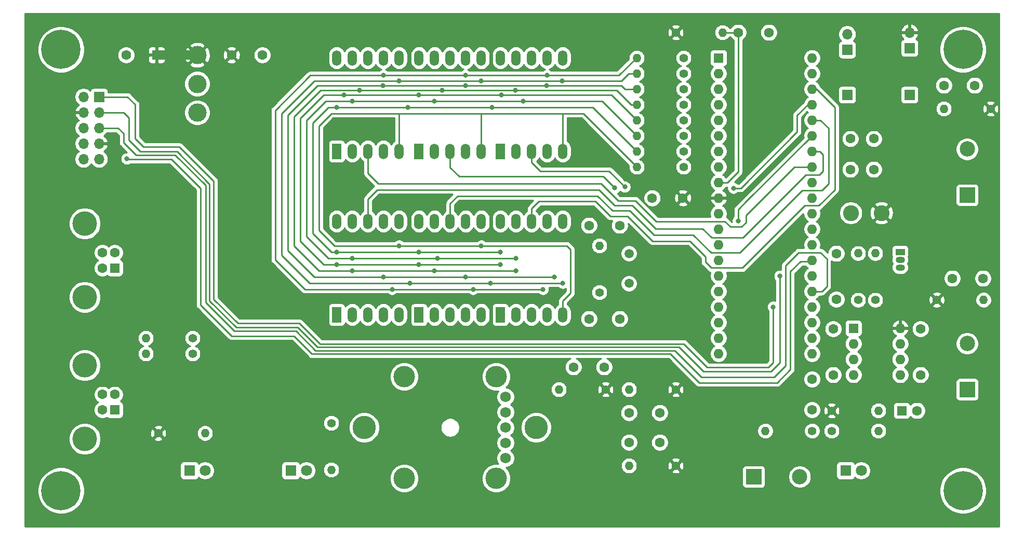
<source format=gbr>
%TF.GenerationSoftware,KiCad,Pcbnew,(5.1.6)-1*%
%TF.CreationDate,2020-10-11T17:06:20+02:00*%
%TF.ProjectId,Solaranlage,536f6c61-7261-46e6-9c61-67652e6b6963,rev?*%
%TF.SameCoordinates,Original*%
%TF.FileFunction,Copper,L2,Bot*%
%TF.FilePolarity,Positive*%
%FSLAX46Y46*%
G04 Gerber Fmt 4.6, Leading zero omitted, Abs format (unit mm)*
G04 Created by KiCad (PCBNEW (5.1.6)-1) date 2020-10-11 17:06:20*
%MOMM*%
%LPD*%
G01*
G04 APERTURE LIST*
%TA.AperFunction,ComponentPad*%
%ADD10O,1.400000X1.400000*%
%TD*%
%TA.AperFunction,ComponentPad*%
%ADD11C,1.400000*%
%TD*%
%TA.AperFunction,ComponentPad*%
%ADD12R,1.500000X1.050000*%
%TD*%
%TA.AperFunction,ComponentPad*%
%ADD13O,1.500000X1.050000*%
%TD*%
%TA.AperFunction,ComponentPad*%
%ADD14C,1.600000*%
%TD*%
%TA.AperFunction,ComponentPad*%
%ADD15R,1.600000X1.600000*%
%TD*%
%TA.AperFunction,ComponentPad*%
%ADD16O,1.600000X1.600000*%
%TD*%
%TA.AperFunction,ComponentPad*%
%ADD17C,1.500000*%
%TD*%
%TA.AperFunction,ComponentPad*%
%ADD18C,3.000000*%
%TD*%
%TA.AperFunction,ComponentPad*%
%ADD19C,2.600000*%
%TD*%
%TA.AperFunction,ComponentPad*%
%ADD20O,1.700000X1.700000*%
%TD*%
%TA.AperFunction,ComponentPad*%
%ADD21R,1.700000X1.700000*%
%TD*%
%TA.AperFunction,ComponentPad*%
%ADD22C,1.800000*%
%TD*%
%TA.AperFunction,ComponentPad*%
%ADD23R,1.800000X1.800000*%
%TD*%
%TA.AperFunction,ComponentPad*%
%ADD24C,3.800000*%
%TD*%
%TA.AperFunction,ComponentPad*%
%ADD25C,4.000000*%
%TD*%
%TA.AperFunction,ComponentPad*%
%ADD26C,2.500000*%
%TD*%
%TA.AperFunction,ComponentPad*%
%ADD27R,2.500000X2.500000*%
%TD*%
%TA.AperFunction,ComponentPad*%
%ADD28C,3.500000*%
%TD*%
%TA.AperFunction,ComponentPad*%
%ADD29C,1.750000*%
%TD*%
%TA.AperFunction,ComponentPad*%
%ADD30C,0.800000*%
%TD*%
%TA.AperFunction,ComponentPad*%
%ADD31C,6.400000*%
%TD*%
%TA.AperFunction,ComponentPad*%
%ADD32R,1.524000X2.524000*%
%TD*%
%TA.AperFunction,ComponentPad*%
%ADD33O,1.524000X2.524000*%
%TD*%
%TA.AperFunction,ViaPad*%
%ADD34C,0.800000*%
%TD*%
%TA.AperFunction,Conductor*%
%ADD35C,1.500000*%
%TD*%
%TA.AperFunction,Conductor*%
%ADD36C,0.250000*%
%TD*%
%TA.AperFunction,Conductor*%
%ADD37C,0.254000*%
%TD*%
G04 APERTURE END LIST*
D10*
%TO.P,R24,2*%
%TO.N,Net-(C16-Pad1)*%
X208788000Y-120650000D03*
D11*
%TO.P,R24,1*%
%TO.N,+5V*%
X201168000Y-120650000D03*
%TD*%
D12*
%TO.P,Q1,1*%
%TO.N,GND*%
X212344000Y-94742000D03*
D13*
%TO.P,Q1,3*%
%TO.N,Net-(C16-Pad1)*%
X212344000Y-97282000D03*
%TO.P,Q1,2*%
%TO.N,Net-(Q1-Pad2)*%
X212344000Y-96012000D03*
%TD*%
D14*
%TO.P,C17,2*%
%TO.N,GND*%
X201422000Y-107308000D03*
%TO.P,C17,1*%
%TO.N,Net-(C16-Pad1)*%
X201422000Y-114808000D03*
%TD*%
%TO.P,C16,2*%
%TO.N,GND*%
X215098000Y-120650000D03*
D15*
%TO.P,C16,1*%
%TO.N,Net-(C16-Pad1)*%
X212598000Y-120650000D03*
%TD*%
D14*
%TO.P,C1,2*%
%TO.N,GND*%
X215646000Y-107308000D03*
%TO.P,C1,1*%
%TO.N,Net-(C1-Pad1)*%
X215646000Y-114808000D03*
%TD*%
%TO.P,C15,2*%
%TO.N,Net-(C15-Pad2)*%
X201930000Y-102496000D03*
%TO.P,C15,1*%
%TO.N,WDI*%
X201930000Y-94996000D03*
%TD*%
D16*
%TO.P,U10,8*%
%TO.N,+5V*%
X212344000Y-107188000D03*
%TO.P,U10,4*%
%TO.N,Net-(C16-Pad1)*%
X204724000Y-114808000D03*
%TO.P,U10,7*%
%TO.N,Net-(U10-Pad7)*%
X212344000Y-109728000D03*
%TO.P,U10,3*%
%TO.N,\u005CRST*%
X204724000Y-112268000D03*
%TO.P,U10,6*%
%TO.N,Net-(C16-Pad1)*%
X212344000Y-112268000D03*
%TO.P,U10,2*%
X204724000Y-109728000D03*
%TO.P,U10,5*%
%TO.N,Net-(C1-Pad1)*%
X212344000Y-114808000D03*
D15*
%TO.P,U10,1*%
%TO.N,GND*%
X204724000Y-107188000D03*
%TD*%
D10*
%TO.P,R23,2*%
%TO.N,Net-(Q1-Pad2)*%
X208280000Y-94976000D03*
D11*
%TO.P,R23,1*%
%TO.N,Net-(C15-Pad2)*%
X208280000Y-102596000D03*
%TD*%
D10*
%TO.P,R22,2*%
%TO.N,GND*%
X205486000Y-94976000D03*
D11*
%TO.P,R22,1*%
%TO.N,Net-(C15-Pad2)*%
X205486000Y-102596000D03*
%TD*%
D17*
%TO.P,Y1,2*%
%TO.N,/XTAL1*%
X168148000Y-99896000D03*
%TO.P,Y1,1*%
%TO.N,/XTAL2*%
X168148000Y-94996000D03*
%TD*%
D18*
%TO.P,SW2,3*%
%TO.N,Net-(SW2-Pad3)*%
X97795000Y-72010000D03*
%TO.P,SW2,2*%
%TO.N,Net-(J5-Pad1)*%
X97795000Y-67310000D03*
%TO.P,SW2,1*%
%TO.N,+5V*%
X97795000Y-62610000D03*
%TD*%
D14*
%TO.P,C14,2*%
%TO.N,GND*%
X171938000Y-85948000D03*
%TO.P,C14,1*%
%TO.N,+5V*%
X176938000Y-85948000D03*
%TD*%
D10*
%TO.P,R21,2*%
%TO.N,/XTAL2*%
X163322000Y-93726000D03*
D11*
%TO.P,R21,1*%
%TO.N,/XTAL1*%
X163322000Y-101346000D03*
%TD*%
D14*
%TO.P,C13,2*%
%TO.N,GND*%
X166624000Y-105664000D03*
%TO.P,C13,1*%
%TO.N,/XTAL1*%
X161624000Y-105664000D03*
%TD*%
%TO.P,C12,2*%
%TO.N,GND*%
X161624000Y-90424000D03*
%TO.P,C12,1*%
%TO.N,/XTAL2*%
X166624000Y-90424000D03*
%TD*%
D19*
%TO.P,L1,2*%
%TO.N,/AVCC*%
X204296000Y-88392000D03*
%TO.P,L1,1*%
%TO.N,+5V*%
X209296000Y-88392000D03*
%TD*%
D14*
%TO.P,C11,2*%
%TO.N,GND*%
X208026000Y-76280000D03*
%TO.P,C11,1*%
%TO.N,/AREF*%
X208026000Y-81280000D03*
%TD*%
%TO.P,C2,2*%
%TO.N,GND*%
X204216000Y-76280000D03*
%TO.P,C2,1*%
%TO.N,/AVCC*%
X204216000Y-81280000D03*
%TD*%
D20*
%TO.P,J7,2*%
%TO.N,+5V*%
X213868000Y-58928000D03*
D21*
%TO.P,J7,1*%
%TO.N,Net-(C3-Pad1)*%
X213868000Y-61468000D03*
%TD*%
D10*
%TO.P,R20,2*%
%TO.N,Net-(D3-Pad2)*%
X208788000Y-123952000D03*
D11*
%TO.P,R20,1*%
%TO.N,/PWM_2*%
X201168000Y-123952000D03*
%TD*%
D22*
%TO.P,D3,2*%
%TO.N,Net-(D3-Pad2)*%
X205994000Y-130429000D03*
D23*
%TO.P,D3,1*%
%TO.N,GND*%
X203454000Y-130429000D03*
%TD*%
D20*
%TO.P,J9,2*%
%TO.N,GND*%
X203708000Y-59227000D03*
D21*
%TO.P,J9,1*%
%TO.N,/DACH_ADC*%
X203708000Y-61767000D03*
%TD*%
%TO.P,J10,1*%
%TO.N,/KELLER_ADC*%
X203708000Y-69088000D03*
%TD*%
%TO.P,J8,1*%
%TO.N,Net-(C4-Pad1)*%
X213868000Y-69088000D03*
%TD*%
D24*
%TO.P,H6,1*%
%TO.N,N/C*%
X125008000Y-123413000D03*
%TD*%
%TO.P,H5,1*%
%TO.N,N/C*%
X153008000Y-123413000D03*
%TD*%
D25*
%TO.P,J4,5*%
%TO.N,GND*%
X79468000Y-125273000D03*
X79468000Y-113273000D03*
D14*
%TO.P,J4,4*%
X82328000Y-120523000D03*
%TO.P,J4,3*%
%TO.N,Net-(J4-Pad3)*%
X82328000Y-118023000D03*
%TO.P,J4,2*%
%TO.N,Net-(J4-Pad2)*%
X84328000Y-118023000D03*
D15*
%TO.P,J4,1*%
%TO.N,Net-(J4-Pad1)*%
X84328000Y-120523000D03*
%TD*%
D25*
%TO.P,J5,5*%
%TO.N,GND*%
X79468000Y-102128000D03*
X79468000Y-90128000D03*
D14*
%TO.P,J5,4*%
X82328000Y-97378000D03*
%TO.P,J5,3*%
%TO.N,Net-(J5-Pad3)*%
X82328000Y-94878000D03*
%TO.P,J5,2*%
%TO.N,Net-(J5-Pad2)*%
X84328000Y-94878000D03*
D15*
%TO.P,J5,1*%
%TO.N,Net-(J5-Pad1)*%
X84328000Y-97378000D03*
%TD*%
D10*
%TO.P,R17,2*%
%TO.N,Net-(D1-Pad2)*%
X99060000Y-124333000D03*
D11*
%TO.P,R17,1*%
%TO.N,+5V*%
X91440000Y-124333000D03*
%TD*%
D22*
%TO.P,D1,2*%
%TO.N,Net-(D1-Pad2)*%
X99060000Y-130429000D03*
D23*
%TO.P,D1,1*%
%TO.N,GND*%
X96520000Y-130429000D03*
%TD*%
D10*
%TO.P,R19,2*%
%TO.N,GND*%
X190373000Y-123952000D03*
D11*
%TO.P,R19,1*%
%TO.N,/PWM_2*%
X197993000Y-123952000D03*
%TD*%
D14*
%TO.P,C10,2*%
%TO.N,/PWM*%
X197993000Y-115523000D03*
%TO.P,C10,1*%
%TO.N,/PWM_2*%
X197993000Y-120523000D03*
%TD*%
D10*
%TO.P,R18,2*%
%TO.N,Net-(D2-Pad2)*%
X119634000Y-130302000D03*
D11*
%TO.P,R18,1*%
%TO.N,/Heart_LED*%
X119634000Y-122682000D03*
%TD*%
D22*
%TO.P,D2,2*%
%TO.N,Net-(D2-Pad2)*%
X115570000Y-130429000D03*
D23*
%TO.P,D2,1*%
%TO.N,GND*%
X113030000Y-130429000D03*
%TD*%
D26*
%TO.P,J6,2*%
%TO.N,/PWM_2*%
X195968000Y-131445000D03*
D27*
%TO.P,J6,1*%
%TO.N,GND*%
X188468000Y-131445000D03*
%TD*%
D14*
%TO.P,C9,2*%
%TO.N,GND*%
X159084000Y-113538000D03*
%TO.P,C9,1*%
%TO.N,SW1*%
X164084000Y-113538000D03*
%TD*%
D28*
%TO.P,SW1,*%
%TO.N,*%
X146508000Y-115113000D03*
X146508000Y-131713000D03*
X131508000Y-115113000D03*
X131508000Y-131713000D03*
D29*
%TO.P,SW1,A*%
%TO.N,ENC_A*%
X148008000Y-125913000D03*
%TO.P,SW1,D*%
%TO.N,GND*%
X148008000Y-128413000D03*
%TO.P,SW1,COM*%
X148008000Y-123413000D03*
%TO.P,SW1,B*%
%TO.N,ENC_B*%
X148008000Y-120913000D03*
%TO.P,SW1,E*%
%TO.N,SW1*%
X148008000Y-118413000D03*
%TD*%
D10*
%TO.P,R16,2*%
%TO.N,SW1*%
X156718000Y-117190000D03*
D11*
%TO.P,R16,1*%
%TO.N,+5V*%
X164338000Y-117190000D03*
%TD*%
D30*
%TO.P,H4,1*%
%TO.N,N/C*%
X224285056Y-132010944D03*
X222588000Y-131308000D03*
X220890944Y-132010944D03*
X220188000Y-133708000D03*
X220890944Y-135405056D03*
X222588000Y-136108000D03*
X224285056Y-135405056D03*
X224988000Y-133708000D03*
D31*
X222588000Y-133708000D03*
%TD*%
D30*
%TO.P,H3,1*%
%TO.N,N/C*%
X77285056Y-60010944D03*
X75588000Y-59308000D03*
X73890944Y-60010944D03*
X73188000Y-61708000D03*
X73890944Y-63405056D03*
X75588000Y-64108000D03*
X77285056Y-63405056D03*
X77988000Y-61708000D03*
D31*
X75588000Y-61708000D03*
%TD*%
D30*
%TO.P,H2,1*%
%TO.N,N/C*%
X224285056Y-60010944D03*
X222588000Y-59308000D03*
X220890944Y-60010944D03*
X220188000Y-61708000D03*
X220890944Y-63405056D03*
X222588000Y-64108000D03*
X224285056Y-63405056D03*
X224988000Y-61708000D03*
D31*
X222588000Y-61708000D03*
%TD*%
D30*
%TO.P,H1,1*%
%TO.N,N/C*%
X77285056Y-132010944D03*
X75588000Y-131308000D03*
X73890944Y-132010944D03*
X73188000Y-133708000D03*
X73890944Y-135405056D03*
X75588000Y-136108000D03*
X77285056Y-135405056D03*
X77988000Y-133708000D03*
D31*
X75588000Y-133708000D03*
%TD*%
D16*
%TO.P,U7,40*%
%TO.N,/DACH_ADC*%
X197993000Y-63088000D03*
%TO.P,U7,20*%
%TO.N,Net-(U7-Pad20)*%
X182753000Y-111348000D03*
%TO.P,U7,39*%
%TO.N,/KELLER_ADC*%
X197993000Y-65628000D03*
%TO.P,U7,19*%
%TO.N,/Heart_LED*%
X182753000Y-108808000D03*
%TO.P,U7,38*%
%TO.N,/KE*%
X197993000Y-68168000D03*
%TO.P,U7,18*%
%TO.N,ENC_B*%
X182753000Y-106268000D03*
%TO.P,U7,37*%
%TO.N,/KZ*%
X197993000Y-70708000D03*
%TO.P,U7,17*%
%TO.N,SW1*%
X182753000Y-103728000D03*
%TO.P,U7,36*%
%TO.N,/KH*%
X197993000Y-73248000D03*
%TO.P,U7,16*%
%TO.N,ENC_A*%
X182753000Y-101188000D03*
%TO.P,U7,35*%
%TO.N,/DE*%
X197993000Y-75788000D03*
%TO.P,U7,15*%
%TO.N,TxD*%
X182753000Y-98648000D03*
%TO.P,U7,34*%
%TO.N,/DZ*%
X197993000Y-78328000D03*
%TO.P,U7,14*%
%TO.N,RxD*%
X182753000Y-96108000D03*
%TO.P,U7,33*%
%TO.N,/DH*%
X197993000Y-80868000D03*
%TO.P,U7,13*%
%TO.N,/XTAL1*%
X182753000Y-93568000D03*
%TO.P,U7,32*%
%TO.N,/AREF*%
X197993000Y-83408000D03*
%TO.P,U7,12*%
%TO.N,/XTAL2*%
X182753000Y-91028000D03*
%TO.P,U7,31*%
%TO.N,GND*%
X197993000Y-85948000D03*
%TO.P,U7,11*%
X182753000Y-88488000D03*
%TO.P,U7,30*%
%TO.N,/AVCC*%
X197993000Y-88488000D03*
%TO.P,U7,10*%
%TO.N,+5V*%
X182753000Y-85948000D03*
%TO.P,U7,29*%
%TO.N,Net-(U7-Pad29)*%
X197993000Y-91028000D03*
%TO.P,U7,9*%
%TO.N,\u005CRST*%
X182753000Y-83408000D03*
%TO.P,U7,28*%
%TO.N,WDI*%
X197993000Y-93568000D03*
%TO.P,U7,8*%
%TO.N,/DP*%
X182753000Y-80868000D03*
%TO.P,U7,27*%
%TO.N,TDI*%
X197993000Y-96108000D03*
%TO.P,U7,7*%
%TO.N,/G*%
X182753000Y-78328000D03*
%TO.P,U7,26*%
%TO.N,TDO*%
X197993000Y-98648000D03*
%TO.P,U7,6*%
%TO.N,/F*%
X182753000Y-75788000D03*
%TO.P,U7,25*%
%TO.N,TMS*%
X197993000Y-101188000D03*
%TO.P,U7,5*%
%TO.N,/E*%
X182753000Y-73248000D03*
%TO.P,U7,24*%
%TO.N,TCK*%
X197993000Y-103728000D03*
%TO.P,U7,4*%
%TO.N,/D*%
X182753000Y-70708000D03*
%TO.P,U7,23*%
%TO.N,Net-(U7-Pad23)*%
X197993000Y-106268000D03*
%TO.P,U7,3*%
%TO.N,/C*%
X182753000Y-68168000D03*
%TO.P,U7,22*%
%TO.N,Net-(U7-Pad22)*%
X197993000Y-108808000D03*
%TO.P,U7,2*%
%TO.N,/B*%
X182753000Y-65628000D03*
%TO.P,U7,21*%
%TO.N,/PWM*%
X197993000Y-111348000D03*
D15*
%TO.P,U7,1*%
%TO.N,/A*%
X182753000Y-63088000D03*
%TD*%
D32*
%TO.P,U6,1*%
%TO.N,/E_2*%
X147193000Y-104998000D03*
D33*
%TO.P,U6,2*%
%TO.N,/D_2*%
X149733000Y-104998000D03*
%TO.P,U6,3*%
%TO.N,/KE*%
X152273000Y-104998000D03*
%TO.P,U6,4*%
%TO.N,/C_2*%
X154813000Y-104998000D03*
%TO.P,U6,5*%
%TO.N,/DP_2*%
X157353000Y-104998000D03*
%TO.P,U6,6*%
%TO.N,/B_2*%
X157353000Y-89758000D03*
%TO.P,U6,7*%
%TO.N,/A_2*%
X154813000Y-89758000D03*
%TO.P,U6,8*%
%TO.N,/KE*%
X152273000Y-89758000D03*
%TO.P,U6,9*%
%TO.N,/F_2*%
X149733000Y-89758000D03*
%TO.P,U6,10*%
%TO.N,/G_2*%
X147193000Y-89758000D03*
%TD*%
D32*
%TO.P,U5,1*%
%TO.N,/E_2*%
X147193000Y-78328000D03*
D33*
%TO.P,U5,2*%
%TO.N,/D_2*%
X149733000Y-78328000D03*
%TO.P,U5,3*%
%TO.N,/KZ*%
X152273000Y-78328000D03*
%TO.P,U5,4*%
%TO.N,/C_2*%
X154813000Y-78328000D03*
%TO.P,U5,5*%
%TO.N,/DP_2*%
X157353000Y-78328000D03*
%TO.P,U5,6*%
%TO.N,/B_2*%
X157353000Y-63088000D03*
%TO.P,U5,7*%
%TO.N,/A_2*%
X154813000Y-63088000D03*
%TO.P,U5,8*%
%TO.N,/KZ*%
X152273000Y-63088000D03*
%TO.P,U5,9*%
%TO.N,/F_2*%
X149733000Y-63088000D03*
%TO.P,U5,10*%
%TO.N,/G_2*%
X147193000Y-63088000D03*
%TD*%
D32*
%TO.P,U4,1*%
%TO.N,/E_2*%
X133928000Y-104998000D03*
D33*
%TO.P,U4,2*%
%TO.N,/D_2*%
X136468000Y-104998000D03*
%TO.P,U4,3*%
%TO.N,/KH*%
X139008000Y-104998000D03*
%TO.P,U4,4*%
%TO.N,/C_2*%
X141548000Y-104998000D03*
%TO.P,U4,5*%
%TO.N,/DP_2*%
X144088000Y-104998000D03*
%TO.P,U4,6*%
%TO.N,/B_2*%
X144088000Y-89758000D03*
%TO.P,U4,7*%
%TO.N,/A_2*%
X141548000Y-89758000D03*
%TO.P,U4,8*%
%TO.N,/KH*%
X139008000Y-89758000D03*
%TO.P,U4,9*%
%TO.N,/F_2*%
X136468000Y-89758000D03*
%TO.P,U4,10*%
%TO.N,/G_2*%
X133928000Y-89758000D03*
%TD*%
D32*
%TO.P,U3,1*%
%TO.N,/E_2*%
X133928000Y-78328000D03*
D33*
%TO.P,U3,2*%
%TO.N,/D_2*%
X136468000Y-78328000D03*
%TO.P,U3,3*%
%TO.N,/DE*%
X139008000Y-78328000D03*
%TO.P,U3,4*%
%TO.N,/C_2*%
X141548000Y-78328000D03*
%TO.P,U3,5*%
%TO.N,/DP_2*%
X144088000Y-78328000D03*
%TO.P,U3,6*%
%TO.N,/B_2*%
X144088000Y-63088000D03*
%TO.P,U3,7*%
%TO.N,/A_2*%
X141548000Y-63088000D03*
%TO.P,U3,8*%
%TO.N,/DE*%
X139008000Y-63088000D03*
%TO.P,U3,9*%
%TO.N,/F_2*%
X136468000Y-63088000D03*
%TO.P,U3,10*%
%TO.N,/G_2*%
X133928000Y-63088000D03*
%TD*%
D32*
%TO.P,U2,1*%
%TO.N,/E_2*%
X120523000Y-104998000D03*
D33*
%TO.P,U2,2*%
%TO.N,/D_2*%
X123063000Y-104998000D03*
%TO.P,U2,3*%
%TO.N,/DZ*%
X125603000Y-104998000D03*
%TO.P,U2,4*%
%TO.N,/C_2*%
X128143000Y-104998000D03*
%TO.P,U2,5*%
%TO.N,/DP_2*%
X130683000Y-104998000D03*
%TO.P,U2,6*%
%TO.N,/B_2*%
X130683000Y-89758000D03*
%TO.P,U2,7*%
%TO.N,/A_2*%
X128143000Y-89758000D03*
%TO.P,U2,8*%
%TO.N,/DZ*%
X125603000Y-89758000D03*
%TO.P,U2,9*%
%TO.N,/F_2*%
X123063000Y-89758000D03*
%TO.P,U2,10*%
%TO.N,/G_2*%
X120523000Y-89758000D03*
%TD*%
D32*
%TO.P,U1,1*%
%TO.N,/E_2*%
X120523000Y-78328000D03*
D33*
%TO.P,U1,2*%
%TO.N,/D_2*%
X123063000Y-78328000D03*
%TO.P,U1,3*%
%TO.N,/DH*%
X125603000Y-78328000D03*
%TO.P,U1,4*%
%TO.N,/C_2*%
X128143000Y-78328000D03*
%TO.P,U1,5*%
%TO.N,/DP_2*%
X130683000Y-78328000D03*
%TO.P,U1,6*%
%TO.N,/B_2*%
X130683000Y-63088000D03*
%TO.P,U1,7*%
%TO.N,/A_2*%
X128143000Y-63088000D03*
%TO.P,U1,8*%
%TO.N,/DH*%
X125603000Y-63088000D03*
%TO.P,U1,9*%
%TO.N,/F_2*%
X123063000Y-63088000D03*
%TO.P,U1,10*%
%TO.N,/G_2*%
X120523000Y-63088000D03*
%TD*%
D10*
%TO.P,R15,2*%
%TO.N,ENC_B*%
X168148000Y-117190000D03*
D11*
%TO.P,R15,1*%
%TO.N,+5V*%
X175768000Y-117190000D03*
%TD*%
D10*
%TO.P,R14,2*%
%TO.N,ENC_A*%
X168148000Y-129636000D03*
D11*
%TO.P,R14,1*%
%TO.N,+5V*%
X175768000Y-129636000D03*
%TD*%
D10*
%TO.P,R13,2*%
%TO.N,Net-(J4-Pad2)*%
X89408000Y-111348000D03*
D11*
%TO.P,R13,1*%
%TO.N,Net-(R13-Pad1)*%
X97028000Y-111348000D03*
%TD*%
D10*
%TO.P,R12,2*%
%TO.N,Net-(J4-Pad3)*%
X89408000Y-108808000D03*
D11*
%TO.P,R12,1*%
%TO.N,Net-(R12-Pad1)*%
X97028000Y-108808000D03*
%TD*%
D10*
%TO.P,R11,2*%
%TO.N,\u005CRST*%
X183388000Y-58928000D03*
D11*
%TO.P,R11,1*%
%TO.N,+5V*%
X175768000Y-58928000D03*
%TD*%
D10*
%TO.P,R10,2*%
%TO.N,/DP_2*%
X169418000Y-80868000D03*
D11*
%TO.P,R10,1*%
%TO.N,/DP*%
X177038000Y-80868000D03*
%TD*%
D10*
%TO.P,R9,2*%
%TO.N,/F_2*%
X169418000Y-75788000D03*
D11*
%TO.P,R9,1*%
%TO.N,/F*%
X177038000Y-75788000D03*
%TD*%
D10*
%TO.P,R8,2*%
%TO.N,/D_2*%
X169418000Y-70708000D03*
D11*
%TO.P,R8,1*%
%TO.N,/D*%
X177038000Y-70708000D03*
%TD*%
D10*
%TO.P,R7,2*%
%TO.N,/B_2*%
X169418000Y-65628000D03*
D11*
%TO.P,R7,1*%
%TO.N,/B*%
X177038000Y-65628000D03*
%TD*%
D10*
%TO.P,R6,2*%
%TO.N,/G_2*%
X169418000Y-78328000D03*
D11*
%TO.P,R6,1*%
%TO.N,/G*%
X177038000Y-78328000D03*
%TD*%
D10*
%TO.P,R5,2*%
%TO.N,/E_2*%
X169418000Y-73248000D03*
D11*
%TO.P,R5,1*%
%TO.N,/E*%
X177038000Y-73248000D03*
%TD*%
D10*
%TO.P,R4,2*%
%TO.N,/C_2*%
X169418000Y-68168000D03*
D11*
%TO.P,R4,1*%
%TO.N,/C*%
X177038000Y-68168000D03*
%TD*%
D10*
%TO.P,R3,2*%
%TO.N,/A_2*%
X169418000Y-63088000D03*
D11*
%TO.P,R3,1*%
%TO.N,/A*%
X177038000Y-63088000D03*
%TD*%
D10*
%TO.P,R2,2*%
%TO.N,Net-(C4-Pad1)*%
X225933000Y-102585000D03*
D11*
%TO.P,R2,1*%
%TO.N,+5V*%
X218313000Y-102585000D03*
%TD*%
D10*
%TO.P,R1,2*%
%TO.N,Net-(C3-Pad1)*%
X219456000Y-71374000D03*
D11*
%TO.P,R1,1*%
%TO.N,+5V*%
X227076000Y-71374000D03*
%TD*%
D20*
%TO.P,J3,10*%
%TO.N,GND*%
X79248000Y-79598000D03*
%TO.P,J3,9*%
%TO.N,TDI*%
X81788000Y-79598000D03*
%TO.P,J3,8*%
%TO.N,Net-(J3-Pad8)*%
X79248000Y-77058000D03*
%TO.P,J3,7*%
%TO.N,+5V*%
X81788000Y-77058000D03*
%TO.P,J3,6*%
%TO.N,\u005CRST*%
X79248000Y-74518000D03*
%TO.P,J3,5*%
%TO.N,TMS*%
X81788000Y-74518000D03*
%TO.P,J3,4*%
%TO.N,+5V*%
X79248000Y-71978000D03*
%TO.P,J3,3*%
%TO.N,TDO*%
X81788000Y-71978000D03*
%TO.P,J3,2*%
%TO.N,GND*%
X79248000Y-69438000D03*
D21*
%TO.P,J3,1*%
%TO.N,TCK*%
X81788000Y-69438000D03*
%TD*%
D26*
%TO.P,J2,2*%
%TO.N,Net-(C4-Pad1)*%
X223266000Y-109690000D03*
D27*
%TO.P,J2,1*%
%TO.N,GND*%
X223266000Y-117190000D03*
%TD*%
D26*
%TO.P,J1,2*%
%TO.N,Net-(C3-Pad1)*%
X223266000Y-77971000D03*
D27*
%TO.P,J1,1*%
%TO.N,GND*%
X223266000Y-85471000D03*
%TD*%
D14*
%TO.P,C8,2*%
%TO.N,GND*%
X173148000Y-121000000D03*
%TO.P,C8,1*%
%TO.N,ENC_B*%
X168148000Y-121000000D03*
%TD*%
%TO.P,C7,2*%
%TO.N,GND*%
X108378000Y-62610000D03*
%TO.P,C7,1*%
%TO.N,+5V*%
X103378000Y-62610000D03*
%TD*%
%TO.P,C6,2*%
%TO.N,GND*%
X173148000Y-125826000D03*
%TO.P,C6,1*%
%TO.N,ENC_A*%
X168148000Y-125826000D03*
%TD*%
%TO.P,C5,2*%
%TO.N,GND*%
X190928000Y-58928000D03*
%TO.P,C5,1*%
%TO.N,\u005CRST*%
X185928000Y-58928000D03*
%TD*%
%TO.P,C4,2*%
%TO.N,GND*%
X220833000Y-99060000D03*
%TO.P,C4,1*%
%TO.N,Net-(C4-Pad1)*%
X225833000Y-99060000D03*
%TD*%
%TO.P,C3,2*%
%TO.N,GND*%
X224456000Y-67564000D03*
%TO.P,C3,1*%
%TO.N,Net-(C3-Pad1)*%
X219456000Y-67564000D03*
%TD*%
%TO.P,10u1,2*%
%TO.N,GND*%
X86186000Y-62610000D03*
D15*
%TO.P,10u1,1*%
%TO.N,+5V*%
X91186000Y-62610000D03*
%TD*%
D34*
%TO.N,+5V*%
X101473000Y-113157000D03*
X108687783Y-116448000D03*
%TO.N,TDI*%
X86301568Y-79536536D03*
%TO.N,TDO*%
X192720267Y-98676412D03*
%TO.N,TCK*%
X191652330Y-103717932D03*
%TO.N,/A_2*%
X154813000Y-65913000D03*
X141478000Y-65913000D03*
X128143000Y-65913000D03*
X129540000Y-100838000D03*
X142748000Y-100838000D03*
X154139160Y-100849238D03*
%TO.N,/C_2*%
X154686000Y-67564000D03*
X141478000Y-67564000D03*
X128016000Y-67564000D03*
X128143000Y-98806000D03*
X141548000Y-98806000D03*
X155956000Y-98806000D03*
%TO.N,/E_2*%
X147193000Y-104998000D03*
X147320000Y-69088000D03*
X133858000Y-69088000D03*
X121666000Y-69088000D03*
X147193000Y-96774000D03*
X120523000Y-96774000D03*
X133928000Y-96774000D03*
%TO.N,/G_2*%
X145796000Y-71120000D03*
X132080000Y-71120000D03*
X120523000Y-71120000D03*
X147193000Y-94742000D03*
X133928000Y-94742000D03*
X120523000Y-94742000D03*
%TO.N,/B_2*%
X157226000Y-66802000D03*
X144018000Y-66802000D03*
X130683000Y-66802000D03*
X157353000Y-99822000D03*
X132461000Y-99822000D03*
X145542000Y-99822000D03*
%TO.N,/D_2*%
X149606000Y-68326000D03*
X124206000Y-68326000D03*
X137668000Y-68326000D03*
X149733000Y-97790000D03*
X123063000Y-97790000D03*
X136468000Y-97790000D03*
%TO.N,/F_2*%
X150876000Y-70104000D03*
X136398000Y-70104000D03*
X123063000Y-70104000D03*
X149733000Y-95758000D03*
X136906000Y-95758000D03*
X123063000Y-95758000D03*
%TO.N,/DP_2*%
X130683000Y-93726000D03*
X144088000Y-93726000D03*
%TO.N,/DE*%
X165835583Y-84318024D03*
X185928000Y-89662000D03*
%TO.N,/KZ*%
X167474127Y-84132371D03*
X185166000Y-84328000D03*
%TD*%
D35*
%TO.N,+5V*%
X97795000Y-62610000D02*
X91186000Y-62610000D01*
D36*
%TO.N,\u005CRST*%
X183388000Y-58928000D02*
X185928000Y-58928000D01*
X185928000Y-60198000D02*
X185928000Y-58928000D01*
X182753000Y-83408000D02*
X184201452Y-83408000D01*
X184201452Y-83408000D02*
X185928000Y-81681452D01*
X185928000Y-81681452D02*
X185928000Y-58928000D01*
%TO.N,TDI*%
X86363032Y-79598000D02*
X86301568Y-79536536D01*
X93568000Y-79598000D02*
X86363032Y-79598000D01*
X116485085Y-111405085D02*
X113538000Y-108458000D01*
X103378000Y-108458000D02*
X98298000Y-103378000D01*
X194466202Y-113889798D02*
X192278000Y-116078000D01*
X196120109Y-96292295D02*
X194466202Y-97946202D01*
X197993000Y-96108000D02*
X197808705Y-96292295D01*
X98298000Y-103378000D02*
X98298000Y-84328000D01*
X194466202Y-97946202D02*
X194466202Y-113889798D01*
X197808705Y-96292295D02*
X196120109Y-96292295D01*
X179578000Y-116078000D02*
X174905085Y-111405085D01*
X192278000Y-116078000D02*
X179578000Y-116078000D01*
X98298000Y-84328000D02*
X93568000Y-79598000D01*
X113538000Y-108458000D02*
X103378000Y-108458000D01*
X174905085Y-111405085D02*
X116485085Y-111405085D01*
%TO.N,TMS*%
X84862056Y-74518000D02*
X81788000Y-74518000D01*
X85781539Y-75437483D02*
X84862056Y-74518000D01*
X99134540Y-83894540D02*
X94200703Y-78960703D01*
X99134540Y-103002541D02*
X99134540Y-83894540D01*
X103815981Y-107683982D02*
X99134540Y-103002541D01*
X94200703Y-78960703D02*
X87850703Y-78960703D01*
X199354843Y-94841697D02*
X195807259Y-94841697D01*
X199551391Y-101188000D02*
X200395751Y-100343640D01*
X87850703Y-78960703D02*
X85781539Y-76891539D01*
X113871011Y-107683982D02*
X103815981Y-107683982D01*
X200395751Y-100343640D02*
X200395751Y-95882605D01*
X197993000Y-101188000D02*
X199551391Y-101188000D01*
X85781539Y-76891539D02*
X85781539Y-75437483D01*
X200395751Y-95882605D02*
X199354843Y-94841697D01*
X195807259Y-94841697D02*
X193658426Y-96990530D01*
X193658426Y-113302269D02*
X191807627Y-115153068D01*
X193658426Y-96990530D02*
X193658426Y-113302269D01*
X191807627Y-115153068D02*
X179923068Y-115153068D01*
X179923068Y-115153068D02*
X175632214Y-110862214D01*
X117049243Y-110862214D02*
X113871011Y-107683982D01*
X175632214Y-110862214D02*
X117049243Y-110862214D01*
%TO.N,TDO*%
X192738748Y-98694893D02*
X192720267Y-98676412D01*
X180303959Y-114263959D02*
X191284119Y-114263959D01*
X176339954Y-110299954D02*
X180303959Y-114263959D01*
X88542364Y-78382364D02*
X94478762Y-78382364D01*
X192738748Y-112809330D02*
X192738748Y-98694893D01*
X86668648Y-76508648D02*
X88542364Y-78382364D01*
X114131967Y-107077515D02*
X117354406Y-110299954D01*
X191284119Y-114263959D02*
X192738748Y-112809330D01*
X86668648Y-72837338D02*
X86668648Y-76508648D01*
X85809310Y-71978000D02*
X86668648Y-72837338D01*
X81788000Y-71978000D02*
X85809310Y-71978000D01*
X94478762Y-78382364D02*
X99780430Y-83684032D01*
X99780430Y-83684032D02*
X99780430Y-102727900D01*
X99780430Y-102727900D02*
X104130045Y-107077515D01*
X104130045Y-107077515D02*
X114131967Y-107077515D01*
X117354406Y-110299954D02*
X176339954Y-110299954D01*
%TO.N,TCK*%
X191652330Y-112776908D02*
X191652330Y-103717932D01*
X190845094Y-113584144D02*
X191652330Y-112776908D01*
X180894144Y-113584144D02*
X190845094Y-113584144D01*
X177038000Y-109728000D02*
X180894144Y-113584144D01*
X89024267Y-77594267D02*
X94854047Y-77594267D01*
X81788000Y-69438000D02*
X86420075Y-69438000D01*
X94854047Y-77594267D02*
X100486757Y-83226977D01*
X87678116Y-70696041D02*
X87678116Y-76248116D01*
X86420075Y-69438000D02*
X87678116Y-70696041D01*
X100486757Y-83226977D02*
X100486757Y-102464297D01*
X100486757Y-102464297D02*
X104397365Y-106374905D01*
X87678116Y-76248116D02*
X89024267Y-77594267D01*
X104397365Y-106374905D02*
X114442963Y-106374905D01*
X114442963Y-106374905D02*
X117796058Y-109728000D01*
X117796058Y-109728000D02*
X177038000Y-109728000D01*
%TO.N,/A_2*%
X169418000Y-63088000D02*
X169322000Y-63088000D01*
X169322000Y-63088000D02*
X166497000Y-65913000D01*
X166497000Y-65913000D02*
X154813000Y-65913000D01*
X154813000Y-65913000D02*
X141605000Y-65913000D01*
X141605000Y-65913000D02*
X128143000Y-65913000D01*
X128143000Y-65913000D02*
X118618000Y-65913000D01*
X118618000Y-65913000D02*
X116205000Y-65913000D01*
X116205000Y-65913000D02*
X110490000Y-71628000D01*
X110490000Y-71628000D02*
X110490000Y-96012000D01*
X110490000Y-96012000D02*
X115316000Y-100838000D01*
X115316000Y-100838000D02*
X129540000Y-100838000D01*
X129540000Y-100838000D02*
X154127922Y-100838000D01*
X154127922Y-100838000D02*
X154139160Y-100849238D01*
%TO.N,/C_2*%
X167482000Y-68168000D02*
X166878000Y-67564000D01*
X169418000Y-68168000D02*
X167482000Y-68168000D01*
X154686000Y-67564000D02*
X166878000Y-67564000D01*
X141478000Y-67564000D02*
X154686000Y-67564000D01*
X119507000Y-67564000D02*
X141478000Y-67564000D01*
X119507000Y-67564000D02*
X117348000Y-67564000D01*
X117348000Y-67564000D02*
X112522000Y-72390000D01*
X112522000Y-72390000D02*
X112522000Y-94488000D01*
X112522000Y-94488000D02*
X116840000Y-98806000D01*
X155702000Y-98806000D02*
X155956000Y-98806000D01*
X116840000Y-98806000D02*
X128016000Y-98806000D01*
X128016000Y-98806000D02*
X141986000Y-98806000D01*
X141986000Y-98806000D02*
X155702000Y-98806000D01*
%TO.N,/E_2*%
X169418000Y-73248000D02*
X165258000Y-69088000D01*
X165258000Y-69088000D02*
X147320000Y-69088000D01*
X147320000Y-69088000D02*
X133858000Y-69088000D01*
X133858000Y-69088000D02*
X121666000Y-69088000D01*
X121666000Y-69088000D02*
X118364000Y-69088000D01*
X114554000Y-72898000D02*
X118364000Y-69088000D01*
X114554000Y-92964000D02*
X114554000Y-72898000D01*
X118364000Y-96774000D02*
X114554000Y-92964000D01*
X120396000Y-96774000D02*
X118364000Y-96774000D01*
X134366000Y-96774000D02*
X120396000Y-96774000D01*
X133928000Y-96774000D02*
X147193000Y-96774000D01*
%TO.N,/G_2*%
X169418000Y-78328000D02*
X162210000Y-71120000D01*
X162210000Y-71120000D02*
X145796000Y-71120000D01*
X145796000Y-71120000D02*
X132080000Y-71120000D01*
X132080000Y-71120000D02*
X120396000Y-71120000D01*
X119888000Y-71120000D02*
X119126000Y-71120000D01*
X120396000Y-71120000D02*
X119888000Y-71120000D01*
X119126000Y-71120000D02*
X116586000Y-73660000D01*
X116586000Y-73660000D02*
X116586000Y-91694000D01*
X116586000Y-91694000D02*
X119634000Y-94742000D01*
X119634000Y-94742000D02*
X120396000Y-94742000D01*
X120396000Y-94742000D02*
X134366000Y-94742000D01*
X133928000Y-94742000D02*
X147193000Y-94742000D01*
%TO.N,/B_2*%
X166878000Y-66802000D02*
X168052000Y-65628000D01*
X168052000Y-65628000D02*
X169418000Y-65628000D01*
X157226000Y-66802000D02*
X166878000Y-66802000D01*
X144018000Y-66802000D02*
X157226000Y-66802000D01*
X118999000Y-66802000D02*
X130556000Y-66802000D01*
X130556000Y-66802000D02*
X144018000Y-66802000D01*
X118999000Y-66802000D02*
X116840000Y-66802000D01*
X116840000Y-66802000D02*
X111506000Y-72136000D01*
X111506000Y-72136000D02*
X111506000Y-95250000D01*
X111506000Y-95250000D02*
X116078000Y-99822000D01*
X116078000Y-99822000D02*
X132461000Y-99822000D01*
X146685000Y-99822000D02*
X157480000Y-99822000D01*
X132461000Y-99822000D02*
X145542000Y-99822000D01*
X145542000Y-99822000D02*
X146685000Y-99822000D01*
%TO.N,/D_2*%
X168498000Y-70708000D02*
X166116000Y-68326000D01*
X169418000Y-70708000D02*
X168498000Y-70708000D01*
X166116000Y-68326000D02*
X149606000Y-68326000D01*
X149606000Y-68326000D02*
X137668000Y-68326000D01*
X137668000Y-68326000D02*
X124206000Y-68326000D01*
X118364000Y-97790000D02*
X117602000Y-97790000D01*
X117856000Y-97790000D02*
X118364000Y-97790000D01*
X114300000Y-94488000D02*
X114046000Y-94234000D01*
X117602000Y-97790000D02*
X114300000Y-94488000D01*
X113538000Y-93726000D02*
X114300000Y-94488000D01*
X113538000Y-72644000D02*
X113538000Y-93726000D01*
X124206000Y-68326000D02*
X117856000Y-68326000D01*
X117856000Y-68326000D02*
X113538000Y-72644000D01*
X118364000Y-97790000D02*
X122936000Y-97790000D01*
X122936000Y-97790000D02*
X136906000Y-97790000D01*
X136906000Y-97790000D02*
X145288000Y-97790000D01*
X136468000Y-97790000D02*
X149733000Y-97790000D01*
%TO.N,/F_2*%
X169418000Y-75788000D02*
X163734000Y-70104000D01*
X163734000Y-70104000D02*
X150876000Y-70104000D01*
X150876000Y-70104000D02*
X136398000Y-70104000D01*
X136398000Y-70104000D02*
X122936000Y-70104000D01*
X122936000Y-95758000D02*
X136906000Y-95758000D01*
X119126000Y-95758000D02*
X122936000Y-95758000D01*
X115570000Y-92202000D02*
X119126000Y-95758000D01*
X115570000Y-73279000D02*
X115570000Y-92202000D01*
X122936000Y-70104000D02*
X118745000Y-70104000D01*
X118745000Y-70104000D02*
X115570000Y-73279000D01*
X136906000Y-95758000D02*
X149733000Y-95758000D01*
%TO.N,/DP_2*%
X169418000Y-80868000D02*
X160686000Y-72136000D01*
X130683000Y-72263000D02*
X130556000Y-72136000D01*
X130683000Y-78328000D02*
X130683000Y-72263000D01*
X144088000Y-72206000D02*
X144018000Y-72136000D01*
X144088000Y-78328000D02*
X144088000Y-72206000D01*
X144018000Y-72136000D02*
X130556000Y-72136000D01*
X157353000Y-72263000D02*
X157480000Y-72136000D01*
X160686000Y-72136000D02*
X157480000Y-72136000D01*
X157353000Y-78328000D02*
X157353000Y-72263000D01*
X157480000Y-72136000D02*
X144018000Y-72136000D01*
X158623000Y-101473000D02*
X158623000Y-94361000D01*
X157353000Y-104998000D02*
X157353000Y-102743000D01*
X158623000Y-94361000D02*
X157988000Y-93726000D01*
X117602000Y-91186000D02*
X117602000Y-74168000D01*
X117602000Y-74168000D02*
X119634000Y-72136000D01*
X119888000Y-72136000D02*
X130556000Y-72136000D01*
X157988000Y-93726000D02*
X120142000Y-93726000D01*
X157353000Y-102743000D02*
X158623000Y-101473000D01*
X119634000Y-72136000D02*
X119888000Y-72136000D01*
X120142000Y-93726000D02*
X117602000Y-91186000D01*
%TO.N,/DH*%
X195103000Y-80868000D02*
X197993000Y-80868000D01*
X187198000Y-88773000D02*
X195103000Y-80868000D01*
X166370000Y-86360000D02*
X169164000Y-86360000D01*
X163576000Y-83566000D02*
X166370000Y-86360000D01*
X169164000Y-86360000D02*
X172590973Y-89786973D01*
X184660027Y-90675973D02*
X186438027Y-90675973D01*
X127254000Y-83566000D02*
X163576000Y-83566000D01*
X125603000Y-81915000D02*
X127254000Y-83566000D01*
X186438027Y-90675973D02*
X187198000Y-89916000D01*
X125603000Y-78328000D02*
X125603000Y-81915000D01*
X172590973Y-89786973D02*
X183771027Y-89786973D01*
X183771027Y-89786973D02*
X184660027Y-90675973D01*
X187198000Y-89916000D02*
X187198000Y-88773000D01*
%TO.N,/DZ*%
X199771000Y-78867000D02*
X199232000Y-78328000D01*
X199771000Y-81534000D02*
X199771000Y-78867000D01*
X163259805Y-84582000D02*
X165830903Y-87153097D01*
X165830903Y-87153097D02*
X168687097Y-87153097D01*
X127127000Y-84582000D02*
X163259805Y-84582000D01*
X125603000Y-89758000D02*
X125603000Y-86106000D01*
X125603000Y-86106000D02*
X127127000Y-84582000D01*
X199136000Y-82169000D02*
X199771000Y-81534000D01*
X168687097Y-87153097D02*
X172466000Y-90932000D01*
X172466000Y-90932000D02*
X180112002Y-90932000D01*
X199232000Y-78328000D02*
X197993000Y-78328000D01*
X180112002Y-90932000D02*
X181623001Y-92442999D01*
X181623001Y-92442999D02*
X186703001Y-92442999D01*
X186703001Y-92442999D02*
X196977000Y-82169000D01*
X196977000Y-82169000D02*
X199136000Y-82169000D01*
%TO.N,/DE*%
X139008000Y-78328000D02*
X139008000Y-80969000D01*
X139008000Y-80969000D02*
X140462000Y-82423000D01*
X158623000Y-82423000D02*
X163971501Y-82423000D01*
X140462000Y-82423000D02*
X158623000Y-82423000D01*
X163971501Y-82423000D02*
X165835583Y-84287082D01*
X165835583Y-84287082D02*
X165835583Y-84318024D01*
X185928000Y-89662000D02*
X185928000Y-87853000D01*
X185928000Y-87853000D02*
X187182500Y-86598500D01*
X197993000Y-75788000D02*
X187182500Y-86598500D01*
X187182500Y-86598500D02*
X186182000Y-87599000D01*
%TO.N,/KH*%
X199359000Y-73248000D02*
X197993000Y-73248000D01*
X199628884Y-84673864D02*
X200660000Y-83642748D01*
X165464945Y-88027055D02*
X168291055Y-88027055D01*
X139008000Y-89758000D02*
X139008000Y-86798000D01*
X200660000Y-83642748D02*
X200660000Y-74549000D01*
X140208000Y-85598000D02*
X163035890Y-85598000D01*
X163035890Y-85598000D02*
X165464945Y-88027055D01*
X186247068Y-94835994D02*
X196409198Y-84673864D01*
X200660000Y-74549000D02*
X199359000Y-73248000D01*
X168291055Y-88027055D02*
X172212000Y-91948000D01*
X139008000Y-86798000D02*
X140208000Y-85598000D01*
X172212000Y-91948000D02*
X178628012Y-91948000D01*
X196409198Y-84673864D02*
X199628884Y-84673864D01*
X178628012Y-91948000D02*
X181516006Y-94835994D01*
X181516006Y-94835994D02*
X186247068Y-94835994D01*
%TO.N,/KZ*%
X152273000Y-78328000D02*
X152273000Y-80137000D01*
X152273000Y-80137000D02*
X153670000Y-81534000D01*
X162814000Y-81534000D02*
X164875756Y-81534000D01*
X153670000Y-81534000D02*
X162814000Y-81534000D01*
X164875756Y-81534000D02*
X167474127Y-84132371D01*
X197993000Y-70708000D02*
X197262000Y-70708000D01*
X195539877Y-72430123D02*
X195539877Y-73873877D01*
X197262000Y-70708000D02*
X195539877Y-72430123D01*
X195539877Y-75143877D02*
X195539877Y-73873877D01*
X195539877Y-75143877D02*
X186355754Y-84328000D01*
X186355754Y-84328000D02*
X185166000Y-84328000D01*
%TO.N,/KE*%
X201676000Y-71120000D02*
X198724000Y-68168000D01*
X199078439Y-87180458D02*
X201676000Y-84582897D01*
X196809908Y-87180458D02*
X199078439Y-87180458D01*
X186631763Y-97358603D02*
X196809908Y-87180458D01*
X162687000Y-86487000D02*
X165100000Y-88900000D01*
X153474526Y-86487000D02*
X162687000Y-86487000D01*
X165100000Y-88900000D02*
X167894000Y-88900000D01*
X180594000Y-96419206D02*
X181533397Y-97358603D01*
X152273000Y-89758000D02*
X152273000Y-87688526D01*
X198724000Y-68168000D02*
X197993000Y-68168000D01*
X201676000Y-84582897D02*
X201676000Y-71120000D01*
X152273000Y-87688526D02*
X153474526Y-86487000D01*
X167894000Y-88900000D02*
X171958000Y-92964000D01*
X171958000Y-92964000D02*
X178054000Y-92964000D01*
X178054000Y-92964000D02*
X180594000Y-95504000D01*
X180594000Y-95504000D02*
X180594000Y-96419206D01*
X181533397Y-97358603D02*
X186631763Y-97358603D01*
%TD*%
D37*
%TO.N,+5V*%
G36*
X228428001Y-139548000D02*
G01*
X69748000Y-139548000D01*
X69748000Y-133330285D01*
X71753000Y-133330285D01*
X71753000Y-134085715D01*
X71900377Y-134826628D01*
X72189467Y-135524554D01*
X72609161Y-136152670D01*
X73143330Y-136686839D01*
X73771446Y-137106533D01*
X74469372Y-137395623D01*
X75210285Y-137543000D01*
X75965715Y-137543000D01*
X76706628Y-137395623D01*
X77404554Y-137106533D01*
X78032670Y-136686839D01*
X78566839Y-136152670D01*
X78986533Y-135524554D01*
X79275623Y-134826628D01*
X79423000Y-134085715D01*
X79423000Y-133330285D01*
X79275623Y-132589372D01*
X78986533Y-131891446D01*
X78566839Y-131263330D01*
X78032670Y-130729161D01*
X77404554Y-130309467D01*
X76706628Y-130020377D01*
X75965715Y-129873000D01*
X75210285Y-129873000D01*
X74469372Y-130020377D01*
X73771446Y-130309467D01*
X73143330Y-130729161D01*
X72609161Y-131263330D01*
X72189467Y-131891446D01*
X71900377Y-132589372D01*
X71753000Y-133330285D01*
X69748000Y-133330285D01*
X69748000Y-129529000D01*
X94981928Y-129529000D01*
X94981928Y-131329000D01*
X94994188Y-131453482D01*
X95030498Y-131573180D01*
X95089463Y-131683494D01*
X95168815Y-131780185D01*
X95265506Y-131859537D01*
X95375820Y-131918502D01*
X95495518Y-131954812D01*
X95620000Y-131967072D01*
X97420000Y-131967072D01*
X97544482Y-131954812D01*
X97664180Y-131918502D01*
X97774494Y-131859537D01*
X97871185Y-131780185D01*
X97950537Y-131683494D01*
X98009502Y-131573180D01*
X98015056Y-131554873D01*
X98081495Y-131621312D01*
X98332905Y-131789299D01*
X98612257Y-131905011D01*
X98908816Y-131964000D01*
X99211184Y-131964000D01*
X99507743Y-131905011D01*
X99787095Y-131789299D01*
X100038505Y-131621312D01*
X100252312Y-131407505D01*
X100420299Y-131156095D01*
X100536011Y-130876743D01*
X100595000Y-130580184D01*
X100595000Y-130277816D01*
X100536011Y-129981257D01*
X100420299Y-129701905D01*
X100304768Y-129529000D01*
X111491928Y-129529000D01*
X111491928Y-131329000D01*
X111504188Y-131453482D01*
X111540498Y-131573180D01*
X111599463Y-131683494D01*
X111678815Y-131780185D01*
X111775506Y-131859537D01*
X111885820Y-131918502D01*
X112005518Y-131954812D01*
X112130000Y-131967072D01*
X113930000Y-131967072D01*
X114054482Y-131954812D01*
X114174180Y-131918502D01*
X114284494Y-131859537D01*
X114381185Y-131780185D01*
X114460537Y-131683494D01*
X114519502Y-131573180D01*
X114525056Y-131554873D01*
X114591495Y-131621312D01*
X114842905Y-131789299D01*
X115122257Y-131905011D01*
X115418816Y-131964000D01*
X115721184Y-131964000D01*
X116017743Y-131905011D01*
X116297095Y-131789299D01*
X116548505Y-131621312D01*
X116762312Y-131407505D01*
X116930299Y-131156095D01*
X117046011Y-130876743D01*
X117105000Y-130580184D01*
X117105000Y-130277816D01*
X117083657Y-130170514D01*
X118299000Y-130170514D01*
X118299000Y-130433486D01*
X118350304Y-130691405D01*
X118450939Y-130934359D01*
X118597038Y-131153013D01*
X118782987Y-131338962D01*
X119001641Y-131485061D01*
X119244595Y-131585696D01*
X119502514Y-131637000D01*
X119765486Y-131637000D01*
X120023405Y-131585696D01*
X120266359Y-131485061D01*
X120276779Y-131478098D01*
X129123000Y-131478098D01*
X129123000Y-131947902D01*
X129214654Y-132408679D01*
X129394440Y-132842721D01*
X129655450Y-133233349D01*
X129987651Y-133565550D01*
X130378279Y-133826560D01*
X130812321Y-134006346D01*
X131273098Y-134098000D01*
X131742902Y-134098000D01*
X132203679Y-134006346D01*
X132637721Y-133826560D01*
X133028349Y-133565550D01*
X133360550Y-133233349D01*
X133621560Y-132842721D01*
X133801346Y-132408679D01*
X133893000Y-131947902D01*
X133893000Y-131478098D01*
X133801346Y-131017321D01*
X133621560Y-130583279D01*
X133360550Y-130192651D01*
X133028349Y-129860450D01*
X132637721Y-129599440D01*
X132203679Y-129419654D01*
X131742902Y-129328000D01*
X131273098Y-129328000D01*
X130812321Y-129419654D01*
X130378279Y-129599440D01*
X129987651Y-129860450D01*
X129655450Y-130192651D01*
X129394440Y-130583279D01*
X129214654Y-131017321D01*
X129123000Y-131478098D01*
X120276779Y-131478098D01*
X120485013Y-131338962D01*
X120670962Y-131153013D01*
X120817061Y-130934359D01*
X120917696Y-130691405D01*
X120969000Y-130433486D01*
X120969000Y-130170514D01*
X120917696Y-129912595D01*
X120817061Y-129669641D01*
X120670962Y-129450987D01*
X120485013Y-129265038D01*
X120266359Y-129118939D01*
X120023405Y-129018304D01*
X119765486Y-128967000D01*
X119502514Y-128967000D01*
X119244595Y-129018304D01*
X119001641Y-129118939D01*
X118782987Y-129265038D01*
X118597038Y-129450987D01*
X118450939Y-129669641D01*
X118350304Y-129912595D01*
X118299000Y-130170514D01*
X117083657Y-130170514D01*
X117046011Y-129981257D01*
X116930299Y-129701905D01*
X116762312Y-129450495D01*
X116548505Y-129236688D01*
X116297095Y-129068701D01*
X116017743Y-128952989D01*
X115721184Y-128894000D01*
X115418816Y-128894000D01*
X115122257Y-128952989D01*
X114842905Y-129068701D01*
X114591495Y-129236688D01*
X114525056Y-129303127D01*
X114519502Y-129284820D01*
X114460537Y-129174506D01*
X114381185Y-129077815D01*
X114284494Y-128998463D01*
X114174180Y-128939498D01*
X114054482Y-128903188D01*
X113930000Y-128890928D01*
X112130000Y-128890928D01*
X112005518Y-128903188D01*
X111885820Y-128939498D01*
X111775506Y-128998463D01*
X111678815Y-129077815D01*
X111599463Y-129174506D01*
X111540498Y-129284820D01*
X111504188Y-129404518D01*
X111491928Y-129529000D01*
X100304768Y-129529000D01*
X100252312Y-129450495D01*
X100038505Y-129236688D01*
X99787095Y-129068701D01*
X99507743Y-128952989D01*
X99211184Y-128894000D01*
X98908816Y-128894000D01*
X98612257Y-128952989D01*
X98332905Y-129068701D01*
X98081495Y-129236688D01*
X98015056Y-129303127D01*
X98009502Y-129284820D01*
X97950537Y-129174506D01*
X97871185Y-129077815D01*
X97774494Y-128998463D01*
X97664180Y-128939498D01*
X97544482Y-128903188D01*
X97420000Y-128890928D01*
X95620000Y-128890928D01*
X95495518Y-128903188D01*
X95375820Y-128939498D01*
X95265506Y-128998463D01*
X95168815Y-129077815D01*
X95089463Y-129174506D01*
X95030498Y-129284820D01*
X94994188Y-129404518D01*
X94981928Y-129529000D01*
X69748000Y-129529000D01*
X69748000Y-125013475D01*
X76833000Y-125013475D01*
X76833000Y-125532525D01*
X76934261Y-126041601D01*
X77132893Y-126521141D01*
X77421262Y-126952715D01*
X77788285Y-127319738D01*
X78219859Y-127608107D01*
X78699399Y-127806739D01*
X79208475Y-127908000D01*
X79727525Y-127908000D01*
X80236601Y-127806739D01*
X80716141Y-127608107D01*
X81147715Y-127319738D01*
X81514738Y-126952715D01*
X81803107Y-126521141D01*
X82001739Y-126041601D01*
X82103000Y-125532525D01*
X82103000Y-125254269D01*
X90698336Y-125254269D01*
X90757797Y-125488037D01*
X90996242Y-125598934D01*
X91251740Y-125661183D01*
X91514473Y-125672390D01*
X91774344Y-125632125D01*
X92021366Y-125541935D01*
X92122203Y-125488037D01*
X92181664Y-125254269D01*
X91440000Y-124512605D01*
X90698336Y-125254269D01*
X82103000Y-125254269D01*
X82103000Y-125013475D01*
X82001739Y-124504399D01*
X81961591Y-124407473D01*
X90100610Y-124407473D01*
X90140875Y-124667344D01*
X90231065Y-124914366D01*
X90284963Y-125015203D01*
X90518731Y-125074664D01*
X91260395Y-124333000D01*
X91619605Y-124333000D01*
X92361269Y-125074664D01*
X92595037Y-125015203D01*
X92705934Y-124776758D01*
X92768183Y-124521260D01*
X92779390Y-124258527D01*
X92770557Y-124201514D01*
X97725000Y-124201514D01*
X97725000Y-124464486D01*
X97776304Y-124722405D01*
X97876939Y-124965359D01*
X98023038Y-125184013D01*
X98208987Y-125369962D01*
X98427641Y-125516061D01*
X98670595Y-125616696D01*
X98928514Y-125668000D01*
X99191486Y-125668000D01*
X99449405Y-125616696D01*
X99692359Y-125516061D01*
X99911013Y-125369962D01*
X100096962Y-125184013D01*
X100243061Y-124965359D01*
X100343696Y-124722405D01*
X100395000Y-124464486D01*
X100395000Y-124201514D01*
X100343696Y-123943595D01*
X100243061Y-123700641D01*
X100096962Y-123481987D01*
X99911013Y-123296038D01*
X99692359Y-123149939D01*
X99449405Y-123049304D01*
X99191486Y-122998000D01*
X98928514Y-122998000D01*
X98670595Y-123049304D01*
X98427641Y-123149939D01*
X98208987Y-123296038D01*
X98023038Y-123481987D01*
X97876939Y-123700641D01*
X97776304Y-123943595D01*
X97725000Y-124201514D01*
X92770557Y-124201514D01*
X92739125Y-123998656D01*
X92648935Y-123751634D01*
X92595037Y-123650797D01*
X92361269Y-123591336D01*
X91619605Y-124333000D01*
X91260395Y-124333000D01*
X90518731Y-123591336D01*
X90284963Y-123650797D01*
X90174066Y-123889242D01*
X90111817Y-124144740D01*
X90100610Y-124407473D01*
X81961591Y-124407473D01*
X81803107Y-124024859D01*
X81514738Y-123593285D01*
X81333184Y-123411731D01*
X90698336Y-123411731D01*
X91440000Y-124153395D01*
X92181664Y-123411731D01*
X92122203Y-123177963D01*
X91883758Y-123067066D01*
X91628260Y-123004817D01*
X91365527Y-122993610D01*
X91105656Y-123033875D01*
X90858634Y-123124065D01*
X90757797Y-123177963D01*
X90698336Y-123411731D01*
X81333184Y-123411731D01*
X81147715Y-123226262D01*
X80716141Y-122937893D01*
X80236601Y-122739261D01*
X79727525Y-122638000D01*
X79208475Y-122638000D01*
X78699399Y-122739261D01*
X78219859Y-122937893D01*
X77788285Y-123226262D01*
X77421262Y-123593285D01*
X77132893Y-124024859D01*
X76934261Y-124504399D01*
X76833000Y-125013475D01*
X69748000Y-125013475D01*
X69748000Y-122550514D01*
X118299000Y-122550514D01*
X118299000Y-122813486D01*
X118350304Y-123071405D01*
X118450939Y-123314359D01*
X118597038Y-123533013D01*
X118782987Y-123718962D01*
X119001641Y-123865061D01*
X119244595Y-123965696D01*
X119502514Y-124017000D01*
X119765486Y-124017000D01*
X120023405Y-123965696D01*
X120266359Y-123865061D01*
X120485013Y-123718962D01*
X120670962Y-123533013D01*
X120817061Y-123314359D01*
X120879621Y-123163324D01*
X122473000Y-123163324D01*
X122473000Y-123662676D01*
X122570418Y-124152432D01*
X122761512Y-124613773D01*
X123038937Y-125028968D01*
X123392032Y-125382063D01*
X123807227Y-125659488D01*
X124268568Y-125850582D01*
X124758324Y-125948000D01*
X125257676Y-125948000D01*
X125747432Y-125850582D01*
X126208773Y-125659488D01*
X126623968Y-125382063D01*
X126977063Y-125028968D01*
X127254488Y-124613773D01*
X127445582Y-124152432D01*
X127543000Y-123662676D01*
X127543000Y-123256891D01*
X137423000Y-123256891D01*
X137423000Y-123569109D01*
X137483911Y-123875327D01*
X137603391Y-124163779D01*
X137776850Y-124423379D01*
X137997621Y-124644150D01*
X138257221Y-124817609D01*
X138545673Y-124937089D01*
X138851891Y-124998000D01*
X139164109Y-124998000D01*
X139470327Y-124937089D01*
X139758779Y-124817609D01*
X140018379Y-124644150D01*
X140239150Y-124423379D01*
X140412609Y-124163779D01*
X140532089Y-123875327D01*
X140593000Y-123569109D01*
X140593000Y-123256891D01*
X140532089Y-122950673D01*
X140412609Y-122662221D01*
X140239150Y-122402621D01*
X140018379Y-122181850D01*
X139758779Y-122008391D01*
X139470327Y-121888911D01*
X139164109Y-121828000D01*
X138851891Y-121828000D01*
X138545673Y-121888911D01*
X138257221Y-122008391D01*
X137997621Y-122181850D01*
X137776850Y-122402621D01*
X137603391Y-122662221D01*
X137483911Y-122950673D01*
X137423000Y-123256891D01*
X127543000Y-123256891D01*
X127543000Y-123163324D01*
X127445582Y-122673568D01*
X127254488Y-122212227D01*
X126977063Y-121797032D01*
X126623968Y-121443937D01*
X126208773Y-121166512D01*
X125747432Y-120975418D01*
X125257676Y-120878000D01*
X124758324Y-120878000D01*
X124268568Y-120975418D01*
X123807227Y-121166512D01*
X123392032Y-121443937D01*
X123038937Y-121797032D01*
X122761512Y-122212227D01*
X122570418Y-122673568D01*
X122473000Y-123163324D01*
X120879621Y-123163324D01*
X120917696Y-123071405D01*
X120969000Y-122813486D01*
X120969000Y-122550514D01*
X120917696Y-122292595D01*
X120817061Y-122049641D01*
X120670962Y-121830987D01*
X120485013Y-121645038D01*
X120266359Y-121498939D01*
X120023405Y-121398304D01*
X119765486Y-121347000D01*
X119502514Y-121347000D01*
X119244595Y-121398304D01*
X119001641Y-121498939D01*
X118782987Y-121645038D01*
X118597038Y-121830987D01*
X118450939Y-122049641D01*
X118350304Y-122292595D01*
X118299000Y-122550514D01*
X69748000Y-122550514D01*
X69748000Y-117881665D01*
X80893000Y-117881665D01*
X80893000Y-118164335D01*
X80948147Y-118441574D01*
X81056320Y-118702727D01*
X81213363Y-118937759D01*
X81413241Y-119137637D01*
X81615827Y-119273000D01*
X81413241Y-119408363D01*
X81213363Y-119608241D01*
X81056320Y-119843273D01*
X80948147Y-120104426D01*
X80893000Y-120381665D01*
X80893000Y-120664335D01*
X80948147Y-120941574D01*
X81056320Y-121202727D01*
X81213363Y-121437759D01*
X81413241Y-121637637D01*
X81648273Y-121794680D01*
X81909426Y-121902853D01*
X82186665Y-121958000D01*
X82469335Y-121958000D01*
X82746574Y-121902853D01*
X83007727Y-121794680D01*
X83063210Y-121757607D01*
X83076815Y-121774185D01*
X83173506Y-121853537D01*
X83283820Y-121912502D01*
X83403518Y-121948812D01*
X83528000Y-121961072D01*
X85128000Y-121961072D01*
X85252482Y-121948812D01*
X85372180Y-121912502D01*
X85482494Y-121853537D01*
X85579185Y-121774185D01*
X85658537Y-121677494D01*
X85717502Y-121567180D01*
X85753812Y-121447482D01*
X85766072Y-121323000D01*
X85766072Y-119723000D01*
X85753812Y-119598518D01*
X85717502Y-119478820D01*
X85658537Y-119368506D01*
X85579185Y-119271815D01*
X85482494Y-119192463D01*
X85372180Y-119133498D01*
X85276057Y-119104339D01*
X85442637Y-118937759D01*
X85599680Y-118702727D01*
X85707853Y-118441574D01*
X85763000Y-118164335D01*
X85763000Y-117881665D01*
X85707853Y-117604426D01*
X85599680Y-117343273D01*
X85442637Y-117108241D01*
X85242759Y-116908363D01*
X85007727Y-116751320D01*
X84746574Y-116643147D01*
X84469335Y-116588000D01*
X84186665Y-116588000D01*
X83909426Y-116643147D01*
X83648273Y-116751320D01*
X83413241Y-116908363D01*
X83328000Y-116993604D01*
X83242759Y-116908363D01*
X83007727Y-116751320D01*
X82746574Y-116643147D01*
X82469335Y-116588000D01*
X82186665Y-116588000D01*
X81909426Y-116643147D01*
X81648273Y-116751320D01*
X81413241Y-116908363D01*
X81213363Y-117108241D01*
X81056320Y-117343273D01*
X80948147Y-117604426D01*
X80893000Y-117881665D01*
X69748000Y-117881665D01*
X69748000Y-113013475D01*
X76833000Y-113013475D01*
X76833000Y-113532525D01*
X76934261Y-114041601D01*
X77132893Y-114521141D01*
X77421262Y-114952715D01*
X77788285Y-115319738D01*
X78219859Y-115608107D01*
X78699399Y-115806739D01*
X79208475Y-115908000D01*
X79727525Y-115908000D01*
X80236601Y-115806739D01*
X80716141Y-115608107D01*
X81147715Y-115319738D01*
X81514738Y-114952715D01*
X81564595Y-114878098D01*
X129123000Y-114878098D01*
X129123000Y-115347902D01*
X129214654Y-115808679D01*
X129394440Y-116242721D01*
X129655450Y-116633349D01*
X129987651Y-116965550D01*
X130378279Y-117226560D01*
X130812321Y-117406346D01*
X131273098Y-117498000D01*
X131742902Y-117498000D01*
X132203679Y-117406346D01*
X132637721Y-117226560D01*
X133028349Y-116965550D01*
X133360550Y-116633349D01*
X133621560Y-116242721D01*
X133801346Y-115808679D01*
X133893000Y-115347902D01*
X133893000Y-114878098D01*
X144123000Y-114878098D01*
X144123000Y-115347902D01*
X144214654Y-115808679D01*
X144394440Y-116242721D01*
X144655450Y-116633349D01*
X144987651Y-116965550D01*
X145378279Y-117226560D01*
X145812321Y-117406346D01*
X146273098Y-117498000D01*
X146742902Y-117498000D01*
X146812584Y-117484139D01*
X146669856Y-117697747D01*
X146556029Y-117972549D01*
X146498000Y-118264278D01*
X146498000Y-118561722D01*
X146556029Y-118853451D01*
X146669856Y-119128253D01*
X146835107Y-119375569D01*
X147045431Y-119585893D01*
X147160830Y-119663000D01*
X147045431Y-119740107D01*
X146835107Y-119950431D01*
X146669856Y-120197747D01*
X146556029Y-120472549D01*
X146498000Y-120764278D01*
X146498000Y-121061722D01*
X146556029Y-121353451D01*
X146669856Y-121628253D01*
X146835107Y-121875569D01*
X147045431Y-122085893D01*
X147160830Y-122163000D01*
X147045431Y-122240107D01*
X146835107Y-122450431D01*
X146669856Y-122697747D01*
X146556029Y-122972549D01*
X146498000Y-123264278D01*
X146498000Y-123561722D01*
X146556029Y-123853451D01*
X146669856Y-124128253D01*
X146835107Y-124375569D01*
X147045431Y-124585893D01*
X147160830Y-124663000D01*
X147045431Y-124740107D01*
X146835107Y-124950431D01*
X146669856Y-125197747D01*
X146556029Y-125472549D01*
X146498000Y-125764278D01*
X146498000Y-126061722D01*
X146556029Y-126353451D01*
X146669856Y-126628253D01*
X146835107Y-126875569D01*
X147045431Y-127085893D01*
X147160830Y-127163000D01*
X147045431Y-127240107D01*
X146835107Y-127450431D01*
X146669856Y-127697747D01*
X146556029Y-127972549D01*
X146498000Y-128264278D01*
X146498000Y-128561722D01*
X146556029Y-128853451D01*
X146669856Y-129128253D01*
X146812584Y-129341861D01*
X146742902Y-129328000D01*
X146273098Y-129328000D01*
X145812321Y-129419654D01*
X145378279Y-129599440D01*
X144987651Y-129860450D01*
X144655450Y-130192651D01*
X144394440Y-130583279D01*
X144214654Y-131017321D01*
X144123000Y-131478098D01*
X144123000Y-131947902D01*
X144214654Y-132408679D01*
X144394440Y-132842721D01*
X144655450Y-133233349D01*
X144987651Y-133565550D01*
X145378279Y-133826560D01*
X145812321Y-134006346D01*
X146273098Y-134098000D01*
X146742902Y-134098000D01*
X147203679Y-134006346D01*
X147637721Y-133826560D01*
X148028349Y-133565550D01*
X148360550Y-133233349D01*
X148621560Y-132842721D01*
X148801346Y-132408679D01*
X148893000Y-131947902D01*
X148893000Y-131478098D01*
X148801346Y-131017321D01*
X148621560Y-130583279D01*
X148360550Y-130192651D01*
X148090899Y-129923000D01*
X148156722Y-129923000D01*
X148448451Y-129864971D01*
X148723253Y-129751144D01*
X148970569Y-129585893D01*
X149051948Y-129504514D01*
X166813000Y-129504514D01*
X166813000Y-129767486D01*
X166864304Y-130025405D01*
X166964939Y-130268359D01*
X167111038Y-130487013D01*
X167296987Y-130672962D01*
X167515641Y-130819061D01*
X167758595Y-130919696D01*
X168016514Y-130971000D01*
X168279486Y-130971000D01*
X168537405Y-130919696D01*
X168780359Y-130819061D01*
X168999013Y-130672962D01*
X169114706Y-130557269D01*
X175026336Y-130557269D01*
X175085797Y-130791037D01*
X175324242Y-130901934D01*
X175579740Y-130964183D01*
X175842473Y-130975390D01*
X176102344Y-130935125D01*
X176349366Y-130844935D01*
X176450203Y-130791037D01*
X176509664Y-130557269D01*
X175768000Y-129815605D01*
X175026336Y-130557269D01*
X169114706Y-130557269D01*
X169184962Y-130487013D01*
X169331061Y-130268359D01*
X169431696Y-130025405D01*
X169483000Y-129767486D01*
X169483000Y-129710473D01*
X174428610Y-129710473D01*
X174468875Y-129970344D01*
X174559065Y-130217366D01*
X174612963Y-130318203D01*
X174846731Y-130377664D01*
X175588395Y-129636000D01*
X175947605Y-129636000D01*
X176689269Y-130377664D01*
X176923037Y-130318203D01*
X176980336Y-130195000D01*
X186579928Y-130195000D01*
X186579928Y-132695000D01*
X186592188Y-132819482D01*
X186628498Y-132939180D01*
X186687463Y-133049494D01*
X186766815Y-133146185D01*
X186863506Y-133225537D01*
X186973820Y-133284502D01*
X187093518Y-133320812D01*
X187218000Y-133333072D01*
X189718000Y-133333072D01*
X189746297Y-133330285D01*
X218753000Y-133330285D01*
X218753000Y-134085715D01*
X218900377Y-134826628D01*
X219189467Y-135524554D01*
X219609161Y-136152670D01*
X220143330Y-136686839D01*
X220771446Y-137106533D01*
X221469372Y-137395623D01*
X222210285Y-137543000D01*
X222965715Y-137543000D01*
X223706628Y-137395623D01*
X224404554Y-137106533D01*
X225032670Y-136686839D01*
X225566839Y-136152670D01*
X225986533Y-135524554D01*
X226275623Y-134826628D01*
X226423000Y-134085715D01*
X226423000Y-133330285D01*
X226275623Y-132589372D01*
X225986533Y-131891446D01*
X225566839Y-131263330D01*
X225032670Y-130729161D01*
X224404554Y-130309467D01*
X223706628Y-130020377D01*
X222965715Y-129873000D01*
X222210285Y-129873000D01*
X221469372Y-130020377D01*
X220771446Y-130309467D01*
X220143330Y-130729161D01*
X219609161Y-131263330D01*
X219189467Y-131891446D01*
X218900377Y-132589372D01*
X218753000Y-133330285D01*
X189746297Y-133330285D01*
X189842482Y-133320812D01*
X189962180Y-133284502D01*
X190072494Y-133225537D01*
X190169185Y-133146185D01*
X190248537Y-133049494D01*
X190307502Y-132939180D01*
X190343812Y-132819482D01*
X190356072Y-132695000D01*
X190356072Y-131259344D01*
X194083000Y-131259344D01*
X194083000Y-131630656D01*
X194155439Y-131994834D01*
X194297534Y-132337882D01*
X194503825Y-132646618D01*
X194766382Y-132909175D01*
X195075118Y-133115466D01*
X195418166Y-133257561D01*
X195782344Y-133330000D01*
X196153656Y-133330000D01*
X196517834Y-133257561D01*
X196860882Y-133115466D01*
X197169618Y-132909175D01*
X197432175Y-132646618D01*
X197638466Y-132337882D01*
X197780561Y-131994834D01*
X197853000Y-131630656D01*
X197853000Y-131259344D01*
X197780561Y-130895166D01*
X197638466Y-130552118D01*
X197432175Y-130243382D01*
X197169618Y-129980825D01*
X196860882Y-129774534D01*
X196517834Y-129632439D01*
X196153656Y-129560000D01*
X195782344Y-129560000D01*
X195418166Y-129632439D01*
X195075118Y-129774534D01*
X194766382Y-129980825D01*
X194503825Y-130243382D01*
X194297534Y-130552118D01*
X194155439Y-130895166D01*
X194083000Y-131259344D01*
X190356072Y-131259344D01*
X190356072Y-130195000D01*
X190343812Y-130070518D01*
X190307502Y-129950820D01*
X190248537Y-129840506D01*
X190169185Y-129743815D01*
X190072494Y-129664463D01*
X189962180Y-129605498D01*
X189842482Y-129569188D01*
X189718000Y-129556928D01*
X187218000Y-129556928D01*
X187093518Y-129569188D01*
X186973820Y-129605498D01*
X186863506Y-129664463D01*
X186766815Y-129743815D01*
X186687463Y-129840506D01*
X186628498Y-129950820D01*
X186592188Y-130070518D01*
X186579928Y-130195000D01*
X176980336Y-130195000D01*
X177033934Y-130079758D01*
X177096183Y-129824260D01*
X177107390Y-129561527D01*
X177102351Y-129529000D01*
X201915928Y-129529000D01*
X201915928Y-131329000D01*
X201928188Y-131453482D01*
X201964498Y-131573180D01*
X202023463Y-131683494D01*
X202102815Y-131780185D01*
X202199506Y-131859537D01*
X202309820Y-131918502D01*
X202429518Y-131954812D01*
X202554000Y-131967072D01*
X204354000Y-131967072D01*
X204478482Y-131954812D01*
X204598180Y-131918502D01*
X204708494Y-131859537D01*
X204805185Y-131780185D01*
X204884537Y-131683494D01*
X204943502Y-131573180D01*
X204949056Y-131554873D01*
X205015495Y-131621312D01*
X205266905Y-131789299D01*
X205546257Y-131905011D01*
X205842816Y-131964000D01*
X206145184Y-131964000D01*
X206441743Y-131905011D01*
X206721095Y-131789299D01*
X206972505Y-131621312D01*
X207186312Y-131407505D01*
X207354299Y-131156095D01*
X207470011Y-130876743D01*
X207529000Y-130580184D01*
X207529000Y-130277816D01*
X207470011Y-129981257D01*
X207354299Y-129701905D01*
X207186312Y-129450495D01*
X206972505Y-129236688D01*
X206721095Y-129068701D01*
X206441743Y-128952989D01*
X206145184Y-128894000D01*
X205842816Y-128894000D01*
X205546257Y-128952989D01*
X205266905Y-129068701D01*
X205015495Y-129236688D01*
X204949056Y-129303127D01*
X204943502Y-129284820D01*
X204884537Y-129174506D01*
X204805185Y-129077815D01*
X204708494Y-128998463D01*
X204598180Y-128939498D01*
X204478482Y-128903188D01*
X204354000Y-128890928D01*
X202554000Y-128890928D01*
X202429518Y-128903188D01*
X202309820Y-128939498D01*
X202199506Y-128998463D01*
X202102815Y-129077815D01*
X202023463Y-129174506D01*
X201964498Y-129284820D01*
X201928188Y-129404518D01*
X201915928Y-129529000D01*
X177102351Y-129529000D01*
X177067125Y-129301656D01*
X176976935Y-129054634D01*
X176923037Y-128953797D01*
X176689269Y-128894336D01*
X175947605Y-129636000D01*
X175588395Y-129636000D01*
X174846731Y-128894336D01*
X174612963Y-128953797D01*
X174502066Y-129192242D01*
X174439817Y-129447740D01*
X174428610Y-129710473D01*
X169483000Y-129710473D01*
X169483000Y-129504514D01*
X169431696Y-129246595D01*
X169331061Y-129003641D01*
X169184962Y-128784987D01*
X169114706Y-128714731D01*
X175026336Y-128714731D01*
X175768000Y-129456395D01*
X176509664Y-128714731D01*
X176450203Y-128480963D01*
X176211758Y-128370066D01*
X175956260Y-128307817D01*
X175693527Y-128296610D01*
X175433656Y-128336875D01*
X175186634Y-128427065D01*
X175085797Y-128480963D01*
X175026336Y-128714731D01*
X169114706Y-128714731D01*
X168999013Y-128599038D01*
X168780359Y-128452939D01*
X168537405Y-128352304D01*
X168279486Y-128301000D01*
X168016514Y-128301000D01*
X167758595Y-128352304D01*
X167515641Y-128452939D01*
X167296987Y-128599038D01*
X167111038Y-128784987D01*
X166964939Y-129003641D01*
X166864304Y-129246595D01*
X166813000Y-129504514D01*
X149051948Y-129504514D01*
X149180893Y-129375569D01*
X149346144Y-129128253D01*
X149459971Y-128853451D01*
X149518000Y-128561722D01*
X149518000Y-128264278D01*
X149459971Y-127972549D01*
X149346144Y-127697747D01*
X149180893Y-127450431D01*
X148970569Y-127240107D01*
X148855170Y-127163000D01*
X148970569Y-127085893D01*
X149180893Y-126875569D01*
X149346144Y-126628253D01*
X149459971Y-126353451D01*
X149518000Y-126061722D01*
X149518000Y-125764278D01*
X149459971Y-125472549D01*
X149346144Y-125197747D01*
X149180893Y-124950431D01*
X148970569Y-124740107D01*
X148855170Y-124663000D01*
X148970569Y-124585893D01*
X149180893Y-124375569D01*
X149346144Y-124128253D01*
X149459971Y-123853451D01*
X149518000Y-123561722D01*
X149518000Y-123264278D01*
X149497919Y-123163324D01*
X150473000Y-123163324D01*
X150473000Y-123662676D01*
X150570418Y-124152432D01*
X150761512Y-124613773D01*
X151038937Y-125028968D01*
X151392032Y-125382063D01*
X151807227Y-125659488D01*
X152268568Y-125850582D01*
X152758324Y-125948000D01*
X153257676Y-125948000D01*
X153747432Y-125850582D01*
X154147990Y-125684665D01*
X166713000Y-125684665D01*
X166713000Y-125967335D01*
X166768147Y-126244574D01*
X166876320Y-126505727D01*
X167033363Y-126740759D01*
X167233241Y-126940637D01*
X167468273Y-127097680D01*
X167729426Y-127205853D01*
X168006665Y-127261000D01*
X168289335Y-127261000D01*
X168566574Y-127205853D01*
X168827727Y-127097680D01*
X169062759Y-126940637D01*
X169262637Y-126740759D01*
X169419680Y-126505727D01*
X169527853Y-126244574D01*
X169583000Y-125967335D01*
X169583000Y-125684665D01*
X171713000Y-125684665D01*
X171713000Y-125967335D01*
X171768147Y-126244574D01*
X171876320Y-126505727D01*
X172033363Y-126740759D01*
X172233241Y-126940637D01*
X172468273Y-127097680D01*
X172729426Y-127205853D01*
X173006665Y-127261000D01*
X173289335Y-127261000D01*
X173566574Y-127205853D01*
X173827727Y-127097680D01*
X174062759Y-126940637D01*
X174262637Y-126740759D01*
X174419680Y-126505727D01*
X174527853Y-126244574D01*
X174583000Y-125967335D01*
X174583000Y-125684665D01*
X174527853Y-125407426D01*
X174419680Y-125146273D01*
X174262637Y-124911241D01*
X174062759Y-124711363D01*
X173827727Y-124554320D01*
X173566574Y-124446147D01*
X173289335Y-124391000D01*
X173006665Y-124391000D01*
X172729426Y-124446147D01*
X172468273Y-124554320D01*
X172233241Y-124711363D01*
X172033363Y-124911241D01*
X171876320Y-125146273D01*
X171768147Y-125407426D01*
X171713000Y-125684665D01*
X169583000Y-125684665D01*
X169527853Y-125407426D01*
X169419680Y-125146273D01*
X169262637Y-124911241D01*
X169062759Y-124711363D01*
X168827727Y-124554320D01*
X168566574Y-124446147D01*
X168289335Y-124391000D01*
X168006665Y-124391000D01*
X167729426Y-124446147D01*
X167468273Y-124554320D01*
X167233241Y-124711363D01*
X167033363Y-124911241D01*
X166876320Y-125146273D01*
X166768147Y-125407426D01*
X166713000Y-125684665D01*
X154147990Y-125684665D01*
X154208773Y-125659488D01*
X154623968Y-125382063D01*
X154977063Y-125028968D01*
X155254488Y-124613773D01*
X155445582Y-124152432D01*
X155511604Y-123820514D01*
X189038000Y-123820514D01*
X189038000Y-124083486D01*
X189089304Y-124341405D01*
X189189939Y-124584359D01*
X189336038Y-124803013D01*
X189521987Y-124988962D01*
X189740641Y-125135061D01*
X189983595Y-125235696D01*
X190241514Y-125287000D01*
X190504486Y-125287000D01*
X190762405Y-125235696D01*
X191005359Y-125135061D01*
X191224013Y-124988962D01*
X191409962Y-124803013D01*
X191556061Y-124584359D01*
X191656696Y-124341405D01*
X191708000Y-124083486D01*
X191708000Y-123820514D01*
X196658000Y-123820514D01*
X196658000Y-124083486D01*
X196709304Y-124341405D01*
X196809939Y-124584359D01*
X196956038Y-124803013D01*
X197141987Y-124988962D01*
X197360641Y-125135061D01*
X197603595Y-125235696D01*
X197861514Y-125287000D01*
X198124486Y-125287000D01*
X198382405Y-125235696D01*
X198625359Y-125135061D01*
X198844013Y-124988962D01*
X199029962Y-124803013D01*
X199176061Y-124584359D01*
X199276696Y-124341405D01*
X199328000Y-124083486D01*
X199328000Y-123820514D01*
X199833000Y-123820514D01*
X199833000Y-124083486D01*
X199884304Y-124341405D01*
X199984939Y-124584359D01*
X200131038Y-124803013D01*
X200316987Y-124988962D01*
X200535641Y-125135061D01*
X200778595Y-125235696D01*
X201036514Y-125287000D01*
X201299486Y-125287000D01*
X201557405Y-125235696D01*
X201800359Y-125135061D01*
X202019013Y-124988962D01*
X202204962Y-124803013D01*
X202351061Y-124584359D01*
X202451696Y-124341405D01*
X202503000Y-124083486D01*
X202503000Y-123820514D01*
X207453000Y-123820514D01*
X207453000Y-124083486D01*
X207504304Y-124341405D01*
X207604939Y-124584359D01*
X207751038Y-124803013D01*
X207936987Y-124988962D01*
X208155641Y-125135061D01*
X208398595Y-125235696D01*
X208656514Y-125287000D01*
X208919486Y-125287000D01*
X209177405Y-125235696D01*
X209420359Y-125135061D01*
X209639013Y-124988962D01*
X209824962Y-124803013D01*
X209971061Y-124584359D01*
X210071696Y-124341405D01*
X210123000Y-124083486D01*
X210123000Y-123820514D01*
X210071696Y-123562595D01*
X209971061Y-123319641D01*
X209824962Y-123100987D01*
X209639013Y-122915038D01*
X209420359Y-122768939D01*
X209177405Y-122668304D01*
X208919486Y-122617000D01*
X208656514Y-122617000D01*
X208398595Y-122668304D01*
X208155641Y-122768939D01*
X207936987Y-122915038D01*
X207751038Y-123100987D01*
X207604939Y-123319641D01*
X207504304Y-123562595D01*
X207453000Y-123820514D01*
X202503000Y-123820514D01*
X202451696Y-123562595D01*
X202351061Y-123319641D01*
X202204962Y-123100987D01*
X202019013Y-122915038D01*
X201800359Y-122768939D01*
X201557405Y-122668304D01*
X201299486Y-122617000D01*
X201036514Y-122617000D01*
X200778595Y-122668304D01*
X200535641Y-122768939D01*
X200316987Y-122915038D01*
X200131038Y-123100987D01*
X199984939Y-123319641D01*
X199884304Y-123562595D01*
X199833000Y-123820514D01*
X199328000Y-123820514D01*
X199276696Y-123562595D01*
X199176061Y-123319641D01*
X199029962Y-123100987D01*
X198844013Y-122915038D01*
X198625359Y-122768939D01*
X198382405Y-122668304D01*
X198124486Y-122617000D01*
X197861514Y-122617000D01*
X197603595Y-122668304D01*
X197360641Y-122768939D01*
X197141987Y-122915038D01*
X196956038Y-123100987D01*
X196809939Y-123319641D01*
X196709304Y-123562595D01*
X196658000Y-123820514D01*
X191708000Y-123820514D01*
X191656696Y-123562595D01*
X191556061Y-123319641D01*
X191409962Y-123100987D01*
X191224013Y-122915038D01*
X191005359Y-122768939D01*
X190762405Y-122668304D01*
X190504486Y-122617000D01*
X190241514Y-122617000D01*
X189983595Y-122668304D01*
X189740641Y-122768939D01*
X189521987Y-122915038D01*
X189336038Y-123100987D01*
X189189939Y-123319641D01*
X189089304Y-123562595D01*
X189038000Y-123820514D01*
X155511604Y-123820514D01*
X155543000Y-123662676D01*
X155543000Y-123163324D01*
X155445582Y-122673568D01*
X155254488Y-122212227D01*
X154977063Y-121797032D01*
X154623968Y-121443937D01*
X154208773Y-121166512D01*
X153747432Y-120975418D01*
X153257676Y-120878000D01*
X152758324Y-120878000D01*
X152268568Y-120975418D01*
X151807227Y-121166512D01*
X151392032Y-121443937D01*
X151038937Y-121797032D01*
X150761512Y-122212227D01*
X150570418Y-122673568D01*
X150473000Y-123163324D01*
X149497919Y-123163324D01*
X149459971Y-122972549D01*
X149346144Y-122697747D01*
X149180893Y-122450431D01*
X148970569Y-122240107D01*
X148855170Y-122163000D01*
X148970569Y-122085893D01*
X149180893Y-121875569D01*
X149346144Y-121628253D01*
X149459971Y-121353451D01*
X149518000Y-121061722D01*
X149518000Y-120858665D01*
X166713000Y-120858665D01*
X166713000Y-121141335D01*
X166768147Y-121418574D01*
X166876320Y-121679727D01*
X167033363Y-121914759D01*
X167233241Y-122114637D01*
X167468273Y-122271680D01*
X167729426Y-122379853D01*
X168006665Y-122435000D01*
X168289335Y-122435000D01*
X168566574Y-122379853D01*
X168827727Y-122271680D01*
X169062759Y-122114637D01*
X169262637Y-121914759D01*
X169419680Y-121679727D01*
X169527853Y-121418574D01*
X169583000Y-121141335D01*
X169583000Y-120858665D01*
X171713000Y-120858665D01*
X171713000Y-121141335D01*
X171768147Y-121418574D01*
X171876320Y-121679727D01*
X172033363Y-121914759D01*
X172233241Y-122114637D01*
X172468273Y-122271680D01*
X172729426Y-122379853D01*
X173006665Y-122435000D01*
X173289335Y-122435000D01*
X173566574Y-122379853D01*
X173827727Y-122271680D01*
X174062759Y-122114637D01*
X174262637Y-121914759D01*
X174419680Y-121679727D01*
X174527853Y-121418574D01*
X174583000Y-121141335D01*
X174583000Y-120858665D01*
X174527853Y-120581426D01*
X174445110Y-120381665D01*
X196558000Y-120381665D01*
X196558000Y-120664335D01*
X196613147Y-120941574D01*
X196721320Y-121202727D01*
X196878363Y-121437759D01*
X197078241Y-121637637D01*
X197313273Y-121794680D01*
X197574426Y-121902853D01*
X197851665Y-121958000D01*
X198134335Y-121958000D01*
X198411574Y-121902853D01*
X198672727Y-121794680D01*
X198907759Y-121637637D01*
X198974127Y-121571269D01*
X200426336Y-121571269D01*
X200485797Y-121805037D01*
X200724242Y-121915934D01*
X200979740Y-121978183D01*
X201242473Y-121989390D01*
X201502344Y-121949125D01*
X201749366Y-121858935D01*
X201850203Y-121805037D01*
X201909664Y-121571269D01*
X201168000Y-120829605D01*
X200426336Y-121571269D01*
X198974127Y-121571269D01*
X199107637Y-121437759D01*
X199264680Y-121202727D01*
X199372853Y-120941574D01*
X199416037Y-120724473D01*
X199828610Y-120724473D01*
X199868875Y-120984344D01*
X199959065Y-121231366D01*
X200012963Y-121332203D01*
X200246731Y-121391664D01*
X200988395Y-120650000D01*
X201347605Y-120650000D01*
X202089269Y-121391664D01*
X202323037Y-121332203D01*
X202433934Y-121093758D01*
X202496183Y-120838260D01*
X202507390Y-120575527D01*
X202498557Y-120518514D01*
X207453000Y-120518514D01*
X207453000Y-120781486D01*
X207504304Y-121039405D01*
X207604939Y-121282359D01*
X207751038Y-121501013D01*
X207936987Y-121686962D01*
X208155641Y-121833061D01*
X208398595Y-121933696D01*
X208656514Y-121985000D01*
X208919486Y-121985000D01*
X209177405Y-121933696D01*
X209420359Y-121833061D01*
X209639013Y-121686962D01*
X209824962Y-121501013D01*
X209971061Y-121282359D01*
X210071696Y-121039405D01*
X210123000Y-120781486D01*
X210123000Y-120518514D01*
X210071696Y-120260595D01*
X209971061Y-120017641D01*
X209859048Y-119850000D01*
X211159928Y-119850000D01*
X211159928Y-121450000D01*
X211172188Y-121574482D01*
X211208498Y-121694180D01*
X211267463Y-121804494D01*
X211346815Y-121901185D01*
X211443506Y-121980537D01*
X211553820Y-122039502D01*
X211673518Y-122075812D01*
X211798000Y-122088072D01*
X213398000Y-122088072D01*
X213522482Y-122075812D01*
X213642180Y-122039502D01*
X213752494Y-121980537D01*
X213849185Y-121901185D01*
X213928537Y-121804494D01*
X213987502Y-121694180D01*
X214016661Y-121598057D01*
X214183241Y-121764637D01*
X214418273Y-121921680D01*
X214679426Y-122029853D01*
X214956665Y-122085000D01*
X215239335Y-122085000D01*
X215516574Y-122029853D01*
X215777727Y-121921680D01*
X216012759Y-121764637D01*
X216212637Y-121564759D01*
X216369680Y-121329727D01*
X216477853Y-121068574D01*
X216533000Y-120791335D01*
X216533000Y-120508665D01*
X216477853Y-120231426D01*
X216369680Y-119970273D01*
X216212637Y-119735241D01*
X216012759Y-119535363D01*
X215777727Y-119378320D01*
X215516574Y-119270147D01*
X215239335Y-119215000D01*
X214956665Y-119215000D01*
X214679426Y-119270147D01*
X214418273Y-119378320D01*
X214183241Y-119535363D01*
X214016661Y-119701943D01*
X213987502Y-119605820D01*
X213928537Y-119495506D01*
X213849185Y-119398815D01*
X213752494Y-119319463D01*
X213642180Y-119260498D01*
X213522482Y-119224188D01*
X213398000Y-119211928D01*
X211798000Y-119211928D01*
X211673518Y-119224188D01*
X211553820Y-119260498D01*
X211443506Y-119319463D01*
X211346815Y-119398815D01*
X211267463Y-119495506D01*
X211208498Y-119605820D01*
X211172188Y-119725518D01*
X211159928Y-119850000D01*
X209859048Y-119850000D01*
X209824962Y-119798987D01*
X209639013Y-119613038D01*
X209420359Y-119466939D01*
X209177405Y-119366304D01*
X208919486Y-119315000D01*
X208656514Y-119315000D01*
X208398595Y-119366304D01*
X208155641Y-119466939D01*
X207936987Y-119613038D01*
X207751038Y-119798987D01*
X207604939Y-120017641D01*
X207504304Y-120260595D01*
X207453000Y-120518514D01*
X202498557Y-120518514D01*
X202467125Y-120315656D01*
X202376935Y-120068634D01*
X202323037Y-119967797D01*
X202089269Y-119908336D01*
X201347605Y-120650000D01*
X200988395Y-120650000D01*
X200246731Y-119908336D01*
X200012963Y-119967797D01*
X199902066Y-120206242D01*
X199839817Y-120461740D01*
X199828610Y-120724473D01*
X199416037Y-120724473D01*
X199428000Y-120664335D01*
X199428000Y-120381665D01*
X199372853Y-120104426D01*
X199264680Y-119843273D01*
X199188146Y-119728731D01*
X200426336Y-119728731D01*
X201168000Y-120470395D01*
X201909664Y-119728731D01*
X201850203Y-119494963D01*
X201611758Y-119384066D01*
X201356260Y-119321817D01*
X201093527Y-119310610D01*
X200833656Y-119350875D01*
X200586634Y-119441065D01*
X200485797Y-119494963D01*
X200426336Y-119728731D01*
X199188146Y-119728731D01*
X199107637Y-119608241D01*
X198907759Y-119408363D01*
X198672727Y-119251320D01*
X198411574Y-119143147D01*
X198134335Y-119088000D01*
X197851665Y-119088000D01*
X197574426Y-119143147D01*
X197313273Y-119251320D01*
X197078241Y-119408363D01*
X196878363Y-119608241D01*
X196721320Y-119843273D01*
X196613147Y-120104426D01*
X196558000Y-120381665D01*
X174445110Y-120381665D01*
X174419680Y-120320273D01*
X174262637Y-120085241D01*
X174062759Y-119885363D01*
X173827727Y-119728320D01*
X173566574Y-119620147D01*
X173289335Y-119565000D01*
X173006665Y-119565000D01*
X172729426Y-119620147D01*
X172468273Y-119728320D01*
X172233241Y-119885363D01*
X172033363Y-120085241D01*
X171876320Y-120320273D01*
X171768147Y-120581426D01*
X171713000Y-120858665D01*
X169583000Y-120858665D01*
X169527853Y-120581426D01*
X169419680Y-120320273D01*
X169262637Y-120085241D01*
X169062759Y-119885363D01*
X168827727Y-119728320D01*
X168566574Y-119620147D01*
X168289335Y-119565000D01*
X168006665Y-119565000D01*
X167729426Y-119620147D01*
X167468273Y-119728320D01*
X167233241Y-119885363D01*
X167033363Y-120085241D01*
X166876320Y-120320273D01*
X166768147Y-120581426D01*
X166713000Y-120858665D01*
X149518000Y-120858665D01*
X149518000Y-120764278D01*
X149459971Y-120472549D01*
X149346144Y-120197747D01*
X149180893Y-119950431D01*
X148970569Y-119740107D01*
X148855170Y-119663000D01*
X148970569Y-119585893D01*
X149180893Y-119375569D01*
X149346144Y-119128253D01*
X149459971Y-118853451D01*
X149518000Y-118561722D01*
X149518000Y-118264278D01*
X149459971Y-117972549D01*
X149346144Y-117697747D01*
X149180893Y-117450431D01*
X148970569Y-117240107D01*
X148723253Y-117074856D01*
X148683801Y-117058514D01*
X155383000Y-117058514D01*
X155383000Y-117321486D01*
X155434304Y-117579405D01*
X155534939Y-117822359D01*
X155681038Y-118041013D01*
X155866987Y-118226962D01*
X156085641Y-118373061D01*
X156328595Y-118473696D01*
X156586514Y-118525000D01*
X156849486Y-118525000D01*
X157107405Y-118473696D01*
X157350359Y-118373061D01*
X157569013Y-118226962D01*
X157684706Y-118111269D01*
X163596336Y-118111269D01*
X163655797Y-118345037D01*
X163894242Y-118455934D01*
X164149740Y-118518183D01*
X164412473Y-118529390D01*
X164672344Y-118489125D01*
X164919366Y-118398935D01*
X165020203Y-118345037D01*
X165079664Y-118111269D01*
X164338000Y-117369605D01*
X163596336Y-118111269D01*
X157684706Y-118111269D01*
X157754962Y-118041013D01*
X157901061Y-117822359D01*
X158001696Y-117579405D01*
X158053000Y-117321486D01*
X158053000Y-117264473D01*
X162998610Y-117264473D01*
X163038875Y-117524344D01*
X163129065Y-117771366D01*
X163182963Y-117872203D01*
X163416731Y-117931664D01*
X164158395Y-117190000D01*
X164517605Y-117190000D01*
X165259269Y-117931664D01*
X165493037Y-117872203D01*
X165603934Y-117633758D01*
X165666183Y-117378260D01*
X165677390Y-117115527D01*
X165668557Y-117058514D01*
X166813000Y-117058514D01*
X166813000Y-117321486D01*
X166864304Y-117579405D01*
X166964939Y-117822359D01*
X167111038Y-118041013D01*
X167296987Y-118226962D01*
X167515641Y-118373061D01*
X167758595Y-118473696D01*
X168016514Y-118525000D01*
X168279486Y-118525000D01*
X168537405Y-118473696D01*
X168780359Y-118373061D01*
X168999013Y-118226962D01*
X169114706Y-118111269D01*
X175026336Y-118111269D01*
X175085797Y-118345037D01*
X175324242Y-118455934D01*
X175579740Y-118518183D01*
X175842473Y-118529390D01*
X176102344Y-118489125D01*
X176349366Y-118398935D01*
X176450203Y-118345037D01*
X176509664Y-118111269D01*
X175768000Y-117369605D01*
X175026336Y-118111269D01*
X169114706Y-118111269D01*
X169184962Y-118041013D01*
X169331061Y-117822359D01*
X169431696Y-117579405D01*
X169483000Y-117321486D01*
X169483000Y-117264473D01*
X174428610Y-117264473D01*
X174468875Y-117524344D01*
X174559065Y-117771366D01*
X174612963Y-117872203D01*
X174846731Y-117931664D01*
X175588395Y-117190000D01*
X175947605Y-117190000D01*
X176689269Y-117931664D01*
X176923037Y-117872203D01*
X177033934Y-117633758D01*
X177096183Y-117378260D01*
X177107390Y-117115527D01*
X177067125Y-116855656D01*
X176976935Y-116608634D01*
X176923037Y-116507797D01*
X176689269Y-116448336D01*
X175947605Y-117190000D01*
X175588395Y-117190000D01*
X174846731Y-116448336D01*
X174612963Y-116507797D01*
X174502066Y-116746242D01*
X174439817Y-117001740D01*
X174428610Y-117264473D01*
X169483000Y-117264473D01*
X169483000Y-117058514D01*
X169431696Y-116800595D01*
X169331061Y-116557641D01*
X169184962Y-116338987D01*
X169114706Y-116268731D01*
X175026336Y-116268731D01*
X175768000Y-117010395D01*
X176509664Y-116268731D01*
X176450203Y-116034963D01*
X176211758Y-115924066D01*
X175956260Y-115861817D01*
X175693527Y-115850610D01*
X175433656Y-115890875D01*
X175186634Y-115981065D01*
X175085797Y-116034963D01*
X175026336Y-116268731D01*
X169114706Y-116268731D01*
X168999013Y-116153038D01*
X168780359Y-116006939D01*
X168537405Y-115906304D01*
X168279486Y-115855000D01*
X168016514Y-115855000D01*
X167758595Y-115906304D01*
X167515641Y-116006939D01*
X167296987Y-116153038D01*
X167111038Y-116338987D01*
X166964939Y-116557641D01*
X166864304Y-116800595D01*
X166813000Y-117058514D01*
X165668557Y-117058514D01*
X165637125Y-116855656D01*
X165546935Y-116608634D01*
X165493037Y-116507797D01*
X165259269Y-116448336D01*
X164517605Y-117190000D01*
X164158395Y-117190000D01*
X163416731Y-116448336D01*
X163182963Y-116507797D01*
X163072066Y-116746242D01*
X163009817Y-117001740D01*
X162998610Y-117264473D01*
X158053000Y-117264473D01*
X158053000Y-117058514D01*
X158001696Y-116800595D01*
X157901061Y-116557641D01*
X157754962Y-116338987D01*
X157684706Y-116268731D01*
X163596336Y-116268731D01*
X164338000Y-117010395D01*
X165079664Y-116268731D01*
X165020203Y-116034963D01*
X164781758Y-115924066D01*
X164526260Y-115861817D01*
X164263527Y-115850610D01*
X164003656Y-115890875D01*
X163756634Y-115981065D01*
X163655797Y-116034963D01*
X163596336Y-116268731D01*
X157684706Y-116268731D01*
X157569013Y-116153038D01*
X157350359Y-116006939D01*
X157107405Y-115906304D01*
X156849486Y-115855000D01*
X156586514Y-115855000D01*
X156328595Y-115906304D01*
X156085641Y-116006939D01*
X155866987Y-116153038D01*
X155681038Y-116338987D01*
X155534939Y-116557641D01*
X155434304Y-116800595D01*
X155383000Y-117058514D01*
X148683801Y-117058514D01*
X148448451Y-116961029D01*
X148156722Y-116903000D01*
X148090899Y-116903000D01*
X148360550Y-116633349D01*
X148621560Y-116242721D01*
X148801346Y-115808679D01*
X148893000Y-115347902D01*
X148893000Y-114878098D01*
X148801346Y-114417321D01*
X148621560Y-113983279D01*
X148360550Y-113592651D01*
X148028349Y-113260450D01*
X147637721Y-112999440D01*
X147203679Y-112819654D01*
X146742902Y-112728000D01*
X146273098Y-112728000D01*
X145812321Y-112819654D01*
X145378279Y-112999440D01*
X144987651Y-113260450D01*
X144655450Y-113592651D01*
X144394440Y-113983279D01*
X144214654Y-114417321D01*
X144123000Y-114878098D01*
X133893000Y-114878098D01*
X133801346Y-114417321D01*
X133621560Y-113983279D01*
X133360550Y-113592651D01*
X133028349Y-113260450D01*
X132637721Y-112999440D01*
X132203679Y-112819654D01*
X131742902Y-112728000D01*
X131273098Y-112728000D01*
X130812321Y-112819654D01*
X130378279Y-112999440D01*
X129987651Y-113260450D01*
X129655450Y-113592651D01*
X129394440Y-113983279D01*
X129214654Y-114417321D01*
X129123000Y-114878098D01*
X81564595Y-114878098D01*
X81803107Y-114521141D01*
X82001739Y-114041601D01*
X82103000Y-113532525D01*
X82103000Y-113013475D01*
X82001739Y-112504399D01*
X81803107Y-112024859D01*
X81514738Y-111593285D01*
X81147715Y-111226262D01*
X80716141Y-110937893D01*
X80236601Y-110739261D01*
X79727525Y-110638000D01*
X79208475Y-110638000D01*
X78699399Y-110739261D01*
X78219859Y-110937893D01*
X77788285Y-111226262D01*
X77421262Y-111593285D01*
X77132893Y-112024859D01*
X76934261Y-112504399D01*
X76833000Y-113013475D01*
X69748000Y-113013475D01*
X69748000Y-108676514D01*
X88073000Y-108676514D01*
X88073000Y-108939486D01*
X88124304Y-109197405D01*
X88224939Y-109440359D01*
X88371038Y-109659013D01*
X88556987Y-109844962D01*
X88775641Y-109991061D01*
X88985530Y-110078000D01*
X88775641Y-110164939D01*
X88556987Y-110311038D01*
X88371038Y-110496987D01*
X88224939Y-110715641D01*
X88124304Y-110958595D01*
X88073000Y-111216514D01*
X88073000Y-111479486D01*
X88124304Y-111737405D01*
X88224939Y-111980359D01*
X88371038Y-112199013D01*
X88556987Y-112384962D01*
X88775641Y-112531061D01*
X89018595Y-112631696D01*
X89276514Y-112683000D01*
X89539486Y-112683000D01*
X89797405Y-112631696D01*
X90040359Y-112531061D01*
X90259013Y-112384962D01*
X90444962Y-112199013D01*
X90591061Y-111980359D01*
X90691696Y-111737405D01*
X90743000Y-111479486D01*
X90743000Y-111216514D01*
X90691696Y-110958595D01*
X90591061Y-110715641D01*
X90444962Y-110496987D01*
X90259013Y-110311038D01*
X90040359Y-110164939D01*
X89830470Y-110078000D01*
X90040359Y-109991061D01*
X90259013Y-109844962D01*
X90444962Y-109659013D01*
X90591061Y-109440359D01*
X90691696Y-109197405D01*
X90743000Y-108939486D01*
X90743000Y-108676514D01*
X95693000Y-108676514D01*
X95693000Y-108939486D01*
X95744304Y-109197405D01*
X95844939Y-109440359D01*
X95991038Y-109659013D01*
X96176987Y-109844962D01*
X96395641Y-109991061D01*
X96605530Y-110078000D01*
X96395641Y-110164939D01*
X96176987Y-110311038D01*
X95991038Y-110496987D01*
X95844939Y-110715641D01*
X95744304Y-110958595D01*
X95693000Y-111216514D01*
X95693000Y-111479486D01*
X95744304Y-111737405D01*
X95844939Y-111980359D01*
X95991038Y-112199013D01*
X96176987Y-112384962D01*
X96395641Y-112531061D01*
X96638595Y-112631696D01*
X96896514Y-112683000D01*
X97159486Y-112683000D01*
X97417405Y-112631696D01*
X97660359Y-112531061D01*
X97879013Y-112384962D01*
X98064962Y-112199013D01*
X98211061Y-111980359D01*
X98311696Y-111737405D01*
X98363000Y-111479486D01*
X98363000Y-111216514D01*
X98311696Y-110958595D01*
X98211061Y-110715641D01*
X98064962Y-110496987D01*
X97879013Y-110311038D01*
X97660359Y-110164939D01*
X97450470Y-110078000D01*
X97660359Y-109991061D01*
X97879013Y-109844962D01*
X98064962Y-109659013D01*
X98211061Y-109440359D01*
X98311696Y-109197405D01*
X98363000Y-108939486D01*
X98363000Y-108676514D01*
X98311696Y-108418595D01*
X98211061Y-108175641D01*
X98064962Y-107956987D01*
X97879013Y-107771038D01*
X97660359Y-107624939D01*
X97417405Y-107524304D01*
X97159486Y-107473000D01*
X96896514Y-107473000D01*
X96638595Y-107524304D01*
X96395641Y-107624939D01*
X96176987Y-107771038D01*
X95991038Y-107956987D01*
X95844939Y-108175641D01*
X95744304Y-108418595D01*
X95693000Y-108676514D01*
X90743000Y-108676514D01*
X90691696Y-108418595D01*
X90591061Y-108175641D01*
X90444962Y-107956987D01*
X90259013Y-107771038D01*
X90040359Y-107624939D01*
X89797405Y-107524304D01*
X89539486Y-107473000D01*
X89276514Y-107473000D01*
X89018595Y-107524304D01*
X88775641Y-107624939D01*
X88556987Y-107771038D01*
X88371038Y-107956987D01*
X88224939Y-108175641D01*
X88124304Y-108418595D01*
X88073000Y-108676514D01*
X69748000Y-108676514D01*
X69748000Y-101868475D01*
X76833000Y-101868475D01*
X76833000Y-102387525D01*
X76934261Y-102896601D01*
X77132893Y-103376141D01*
X77421262Y-103807715D01*
X77788285Y-104174738D01*
X78219859Y-104463107D01*
X78699399Y-104661739D01*
X79208475Y-104763000D01*
X79727525Y-104763000D01*
X80236601Y-104661739D01*
X80716141Y-104463107D01*
X81147715Y-104174738D01*
X81514738Y-103807715D01*
X81803107Y-103376141D01*
X82001739Y-102896601D01*
X82103000Y-102387525D01*
X82103000Y-101868475D01*
X82001739Y-101359399D01*
X81803107Y-100879859D01*
X81514738Y-100448285D01*
X81147715Y-100081262D01*
X80716141Y-99792893D01*
X80236601Y-99594261D01*
X79727525Y-99493000D01*
X79208475Y-99493000D01*
X78699399Y-99594261D01*
X78219859Y-99792893D01*
X77788285Y-100081262D01*
X77421262Y-100448285D01*
X77132893Y-100879859D01*
X76934261Y-101359399D01*
X76833000Y-101868475D01*
X69748000Y-101868475D01*
X69748000Y-94736665D01*
X80893000Y-94736665D01*
X80893000Y-95019335D01*
X80948147Y-95296574D01*
X81056320Y-95557727D01*
X81213363Y-95792759D01*
X81413241Y-95992637D01*
X81615827Y-96128000D01*
X81413241Y-96263363D01*
X81213363Y-96463241D01*
X81056320Y-96698273D01*
X80948147Y-96959426D01*
X80893000Y-97236665D01*
X80893000Y-97519335D01*
X80948147Y-97796574D01*
X81056320Y-98057727D01*
X81213363Y-98292759D01*
X81413241Y-98492637D01*
X81648273Y-98649680D01*
X81909426Y-98757853D01*
X82186665Y-98813000D01*
X82469335Y-98813000D01*
X82746574Y-98757853D01*
X83007727Y-98649680D01*
X83063210Y-98612607D01*
X83076815Y-98629185D01*
X83173506Y-98708537D01*
X83283820Y-98767502D01*
X83403518Y-98803812D01*
X83528000Y-98816072D01*
X85128000Y-98816072D01*
X85252482Y-98803812D01*
X85372180Y-98767502D01*
X85482494Y-98708537D01*
X85579185Y-98629185D01*
X85658537Y-98532494D01*
X85717502Y-98422180D01*
X85753812Y-98302482D01*
X85766072Y-98178000D01*
X85766072Y-96578000D01*
X85753812Y-96453518D01*
X85717502Y-96333820D01*
X85658537Y-96223506D01*
X85579185Y-96126815D01*
X85482494Y-96047463D01*
X85372180Y-95988498D01*
X85276057Y-95959339D01*
X85442637Y-95792759D01*
X85599680Y-95557727D01*
X85707853Y-95296574D01*
X85763000Y-95019335D01*
X85763000Y-94736665D01*
X85707853Y-94459426D01*
X85599680Y-94198273D01*
X85442637Y-93963241D01*
X85242759Y-93763363D01*
X85007727Y-93606320D01*
X84746574Y-93498147D01*
X84469335Y-93443000D01*
X84186665Y-93443000D01*
X83909426Y-93498147D01*
X83648273Y-93606320D01*
X83413241Y-93763363D01*
X83328000Y-93848604D01*
X83242759Y-93763363D01*
X83007727Y-93606320D01*
X82746574Y-93498147D01*
X82469335Y-93443000D01*
X82186665Y-93443000D01*
X81909426Y-93498147D01*
X81648273Y-93606320D01*
X81413241Y-93763363D01*
X81213363Y-93963241D01*
X81056320Y-94198273D01*
X80948147Y-94459426D01*
X80893000Y-94736665D01*
X69748000Y-94736665D01*
X69748000Y-89868475D01*
X76833000Y-89868475D01*
X76833000Y-90387525D01*
X76934261Y-90896601D01*
X77132893Y-91376141D01*
X77421262Y-91807715D01*
X77788285Y-92174738D01*
X78219859Y-92463107D01*
X78699399Y-92661739D01*
X79208475Y-92763000D01*
X79727525Y-92763000D01*
X80236601Y-92661739D01*
X80716141Y-92463107D01*
X81147715Y-92174738D01*
X81514738Y-91807715D01*
X81803107Y-91376141D01*
X82001739Y-90896601D01*
X82103000Y-90387525D01*
X82103000Y-89868475D01*
X82001739Y-89359399D01*
X81803107Y-88879859D01*
X81514738Y-88448285D01*
X81147715Y-88081262D01*
X80716141Y-87792893D01*
X80236601Y-87594261D01*
X79727525Y-87493000D01*
X79208475Y-87493000D01*
X78699399Y-87594261D01*
X78219859Y-87792893D01*
X77788285Y-88081262D01*
X77421262Y-88448285D01*
X77132893Y-88879859D01*
X76934261Y-89359399D01*
X76833000Y-89868475D01*
X69748000Y-89868475D01*
X69748000Y-69291740D01*
X77763000Y-69291740D01*
X77763000Y-69584260D01*
X77820068Y-69871158D01*
X77932010Y-70141411D01*
X78094525Y-70384632D01*
X78301368Y-70591475D01*
X78483534Y-70713195D01*
X78366645Y-70782822D01*
X78150412Y-70977731D01*
X77976359Y-71211080D01*
X77851175Y-71473901D01*
X77806524Y-71621110D01*
X77927845Y-71851000D01*
X79121000Y-71851000D01*
X79121000Y-71831000D01*
X79375000Y-71831000D01*
X79375000Y-71851000D01*
X79395000Y-71851000D01*
X79395000Y-72105000D01*
X79375000Y-72105000D01*
X79375000Y-72125000D01*
X79121000Y-72125000D01*
X79121000Y-72105000D01*
X77927845Y-72105000D01*
X77806524Y-72334890D01*
X77851175Y-72482099D01*
X77976359Y-72744920D01*
X78150412Y-72978269D01*
X78366645Y-73173178D01*
X78483534Y-73242805D01*
X78301368Y-73364525D01*
X78094525Y-73571368D01*
X77932010Y-73814589D01*
X77820068Y-74084842D01*
X77763000Y-74371740D01*
X77763000Y-74664260D01*
X77820068Y-74951158D01*
X77932010Y-75221411D01*
X78094525Y-75464632D01*
X78301368Y-75671475D01*
X78475760Y-75788000D01*
X78301368Y-75904525D01*
X78094525Y-76111368D01*
X77932010Y-76354589D01*
X77820068Y-76624842D01*
X77763000Y-76911740D01*
X77763000Y-77204260D01*
X77820068Y-77491158D01*
X77932010Y-77761411D01*
X78094525Y-78004632D01*
X78301368Y-78211475D01*
X78475760Y-78328000D01*
X78301368Y-78444525D01*
X78094525Y-78651368D01*
X77932010Y-78894589D01*
X77820068Y-79164842D01*
X77763000Y-79451740D01*
X77763000Y-79744260D01*
X77820068Y-80031158D01*
X77932010Y-80301411D01*
X78094525Y-80544632D01*
X78301368Y-80751475D01*
X78544589Y-80913990D01*
X78814842Y-81025932D01*
X79101740Y-81083000D01*
X79394260Y-81083000D01*
X79681158Y-81025932D01*
X79951411Y-80913990D01*
X80194632Y-80751475D01*
X80401475Y-80544632D01*
X80518000Y-80370240D01*
X80634525Y-80544632D01*
X80841368Y-80751475D01*
X81084589Y-80913990D01*
X81354842Y-81025932D01*
X81641740Y-81083000D01*
X81934260Y-81083000D01*
X82221158Y-81025932D01*
X82491411Y-80913990D01*
X82734632Y-80751475D01*
X82941475Y-80544632D01*
X83103990Y-80301411D01*
X83215932Y-80031158D01*
X83273000Y-79744260D01*
X83273000Y-79451740D01*
X83215932Y-79164842D01*
X83103990Y-78894589D01*
X82941475Y-78651368D01*
X82734632Y-78444525D01*
X82552466Y-78322805D01*
X82669355Y-78253178D01*
X82885588Y-78058269D01*
X83059641Y-77824920D01*
X83184825Y-77562099D01*
X83229476Y-77414890D01*
X83108155Y-77185000D01*
X81915000Y-77185000D01*
X81915000Y-77205000D01*
X81661000Y-77205000D01*
X81661000Y-77185000D01*
X81641000Y-77185000D01*
X81641000Y-76931000D01*
X81661000Y-76931000D01*
X81661000Y-76911000D01*
X81915000Y-76911000D01*
X81915000Y-76931000D01*
X83108155Y-76931000D01*
X83229476Y-76701110D01*
X83184825Y-76553901D01*
X83059641Y-76291080D01*
X82885588Y-76057731D01*
X82669355Y-75862822D01*
X82552466Y-75793195D01*
X82734632Y-75671475D01*
X82941475Y-75464632D01*
X83066178Y-75278000D01*
X84547255Y-75278000D01*
X85021540Y-75752286D01*
X85021539Y-76854216D01*
X85017863Y-76891539D01*
X85021539Y-76928861D01*
X85021539Y-76928871D01*
X85032536Y-77040524D01*
X85071809Y-77169991D01*
X85075993Y-77183785D01*
X85146565Y-77315815D01*
X85186410Y-77364365D01*
X85241538Y-77431540D01*
X85270542Y-77455343D01*
X86316734Y-78501536D01*
X86199629Y-78501536D01*
X85999670Y-78541310D01*
X85811312Y-78619331D01*
X85641794Y-78732599D01*
X85497631Y-78876762D01*
X85384363Y-79046280D01*
X85306342Y-79234638D01*
X85266568Y-79434597D01*
X85266568Y-79638475D01*
X85306342Y-79838434D01*
X85384363Y-80026792D01*
X85497631Y-80196310D01*
X85641794Y-80340473D01*
X85811312Y-80453741D01*
X85999670Y-80531762D01*
X86199629Y-80571536D01*
X86403507Y-80571536D01*
X86603466Y-80531762D01*
X86791824Y-80453741D01*
X86935111Y-80358000D01*
X93253199Y-80358000D01*
X97538001Y-84642803D01*
X97538000Y-103340678D01*
X97534324Y-103378000D01*
X97538000Y-103415322D01*
X97538000Y-103415332D01*
X97548997Y-103526985D01*
X97592454Y-103670246D01*
X97663026Y-103802276D01*
X97702871Y-103850826D01*
X97757999Y-103918001D01*
X97787003Y-103941804D01*
X102814200Y-108969002D01*
X102837999Y-108998001D01*
X102866997Y-109021799D01*
X102953723Y-109092974D01*
X103085753Y-109163546D01*
X103229014Y-109207003D01*
X103340667Y-109218000D01*
X103340677Y-109218000D01*
X103378000Y-109221676D01*
X103415323Y-109218000D01*
X113223199Y-109218000D01*
X115921285Y-111916087D01*
X115945084Y-111945086D01*
X115974082Y-111968884D01*
X116060809Y-112040059D01*
X116192838Y-112110631D01*
X116336099Y-112154088D01*
X116485085Y-112168762D01*
X116522418Y-112165085D01*
X158648676Y-112165085D01*
X158404273Y-112266320D01*
X158169241Y-112423363D01*
X157969363Y-112623241D01*
X157812320Y-112858273D01*
X157704147Y-113119426D01*
X157649000Y-113396665D01*
X157649000Y-113679335D01*
X157704147Y-113956574D01*
X157812320Y-114217727D01*
X157969363Y-114452759D01*
X158169241Y-114652637D01*
X158404273Y-114809680D01*
X158665426Y-114917853D01*
X158942665Y-114973000D01*
X159225335Y-114973000D01*
X159502574Y-114917853D01*
X159763727Y-114809680D01*
X159998759Y-114652637D01*
X160198637Y-114452759D01*
X160355680Y-114217727D01*
X160463853Y-113956574D01*
X160519000Y-113679335D01*
X160519000Y-113396665D01*
X160463853Y-113119426D01*
X160355680Y-112858273D01*
X160198637Y-112623241D01*
X159998759Y-112423363D01*
X159763727Y-112266320D01*
X159519324Y-112165085D01*
X163648676Y-112165085D01*
X163404273Y-112266320D01*
X163169241Y-112423363D01*
X162969363Y-112623241D01*
X162812320Y-112858273D01*
X162704147Y-113119426D01*
X162649000Y-113396665D01*
X162649000Y-113679335D01*
X162704147Y-113956574D01*
X162812320Y-114217727D01*
X162969363Y-114452759D01*
X163169241Y-114652637D01*
X163404273Y-114809680D01*
X163665426Y-114917853D01*
X163942665Y-114973000D01*
X164225335Y-114973000D01*
X164502574Y-114917853D01*
X164763727Y-114809680D01*
X164998759Y-114652637D01*
X165198637Y-114452759D01*
X165355680Y-114217727D01*
X165463853Y-113956574D01*
X165519000Y-113679335D01*
X165519000Y-113396665D01*
X165463853Y-113119426D01*
X165355680Y-112858273D01*
X165198637Y-112623241D01*
X164998759Y-112423363D01*
X164763727Y-112266320D01*
X164519324Y-112165085D01*
X174590284Y-112165085D01*
X179014201Y-116589003D01*
X179037999Y-116618001D01*
X179153724Y-116712974D01*
X179285753Y-116783546D01*
X179429014Y-116827003D01*
X179540667Y-116838000D01*
X179540675Y-116838000D01*
X179578000Y-116841676D01*
X179615325Y-116838000D01*
X192240678Y-116838000D01*
X192278000Y-116841676D01*
X192315322Y-116838000D01*
X192315333Y-116838000D01*
X192426986Y-116827003D01*
X192570247Y-116783546D01*
X192702276Y-116712974D01*
X192818001Y-116618001D01*
X192841804Y-116588997D01*
X194049136Y-115381665D01*
X196558000Y-115381665D01*
X196558000Y-115664335D01*
X196613147Y-115941574D01*
X196721320Y-116202727D01*
X196878363Y-116437759D01*
X197078241Y-116637637D01*
X197313273Y-116794680D01*
X197574426Y-116902853D01*
X197851665Y-116958000D01*
X198134335Y-116958000D01*
X198411574Y-116902853D01*
X198672727Y-116794680D01*
X198907759Y-116637637D01*
X199107637Y-116437759D01*
X199264680Y-116202727D01*
X199372853Y-115941574D01*
X199428000Y-115664335D01*
X199428000Y-115381665D01*
X199372853Y-115104426D01*
X199264680Y-114843273D01*
X199146675Y-114666665D01*
X199987000Y-114666665D01*
X199987000Y-114949335D01*
X200042147Y-115226574D01*
X200150320Y-115487727D01*
X200307363Y-115722759D01*
X200507241Y-115922637D01*
X200742273Y-116079680D01*
X201003426Y-116187853D01*
X201280665Y-116243000D01*
X201563335Y-116243000D01*
X201840574Y-116187853D01*
X202101727Y-116079680D01*
X202336759Y-115922637D01*
X202536637Y-115722759D01*
X202693680Y-115487727D01*
X202801853Y-115226574D01*
X202857000Y-114949335D01*
X202857000Y-114666665D01*
X202801853Y-114389426D01*
X202693680Y-114128273D01*
X202536637Y-113893241D01*
X202336759Y-113693363D01*
X202101727Y-113536320D01*
X201840574Y-113428147D01*
X201563335Y-113373000D01*
X201280665Y-113373000D01*
X201003426Y-113428147D01*
X200742273Y-113536320D01*
X200507241Y-113693363D01*
X200307363Y-113893241D01*
X200150320Y-114128273D01*
X200042147Y-114389426D01*
X199987000Y-114666665D01*
X199146675Y-114666665D01*
X199107637Y-114608241D01*
X198907759Y-114408363D01*
X198672727Y-114251320D01*
X198411574Y-114143147D01*
X198134335Y-114088000D01*
X197851665Y-114088000D01*
X197574426Y-114143147D01*
X197313273Y-114251320D01*
X197078241Y-114408363D01*
X196878363Y-114608241D01*
X196721320Y-114843273D01*
X196613147Y-115104426D01*
X196558000Y-115381665D01*
X194049136Y-115381665D01*
X194977205Y-114453597D01*
X195006203Y-114429799D01*
X195039336Y-114389426D01*
X195101176Y-114314075D01*
X195171748Y-114182045D01*
X195215205Y-114038784D01*
X195226202Y-113927131D01*
X195226202Y-113927121D01*
X195229878Y-113889798D01*
X195226202Y-113852475D01*
X195226202Y-98261003D01*
X196434911Y-97052295D01*
X196907899Y-97052295D01*
X197078241Y-97222637D01*
X197310759Y-97378000D01*
X197078241Y-97533363D01*
X196878363Y-97733241D01*
X196721320Y-97968273D01*
X196613147Y-98229426D01*
X196558000Y-98506665D01*
X196558000Y-98789335D01*
X196613147Y-99066574D01*
X196721320Y-99327727D01*
X196878363Y-99562759D01*
X197078241Y-99762637D01*
X197310759Y-99918000D01*
X197078241Y-100073363D01*
X196878363Y-100273241D01*
X196721320Y-100508273D01*
X196613147Y-100769426D01*
X196558000Y-101046665D01*
X196558000Y-101329335D01*
X196613147Y-101606574D01*
X196721320Y-101867727D01*
X196878363Y-102102759D01*
X197078241Y-102302637D01*
X197310759Y-102458000D01*
X197078241Y-102613363D01*
X196878363Y-102813241D01*
X196721320Y-103048273D01*
X196613147Y-103309426D01*
X196558000Y-103586665D01*
X196558000Y-103869335D01*
X196613147Y-104146574D01*
X196721320Y-104407727D01*
X196878363Y-104642759D01*
X197078241Y-104842637D01*
X197310759Y-104998000D01*
X197078241Y-105153363D01*
X196878363Y-105353241D01*
X196721320Y-105588273D01*
X196613147Y-105849426D01*
X196558000Y-106126665D01*
X196558000Y-106409335D01*
X196613147Y-106686574D01*
X196721320Y-106947727D01*
X196878363Y-107182759D01*
X197078241Y-107382637D01*
X197310759Y-107538000D01*
X197078241Y-107693363D01*
X196878363Y-107893241D01*
X196721320Y-108128273D01*
X196613147Y-108389426D01*
X196558000Y-108666665D01*
X196558000Y-108949335D01*
X196613147Y-109226574D01*
X196721320Y-109487727D01*
X196878363Y-109722759D01*
X197078241Y-109922637D01*
X197310759Y-110078000D01*
X197078241Y-110233363D01*
X196878363Y-110433241D01*
X196721320Y-110668273D01*
X196613147Y-110929426D01*
X196558000Y-111206665D01*
X196558000Y-111489335D01*
X196613147Y-111766574D01*
X196721320Y-112027727D01*
X196878363Y-112262759D01*
X197078241Y-112462637D01*
X197313273Y-112619680D01*
X197574426Y-112727853D01*
X197851665Y-112783000D01*
X198134335Y-112783000D01*
X198411574Y-112727853D01*
X198672727Y-112619680D01*
X198907759Y-112462637D01*
X199107637Y-112262759D01*
X199264680Y-112027727D01*
X199372853Y-111766574D01*
X199428000Y-111489335D01*
X199428000Y-111206665D01*
X199372853Y-110929426D01*
X199264680Y-110668273D01*
X199107637Y-110433241D01*
X198907759Y-110233363D01*
X198675241Y-110078000D01*
X198907759Y-109922637D01*
X199107637Y-109722759D01*
X199264680Y-109487727D01*
X199372853Y-109226574D01*
X199428000Y-108949335D01*
X199428000Y-108666665D01*
X199372853Y-108389426D01*
X199264680Y-108128273D01*
X199107637Y-107893241D01*
X198907759Y-107693363D01*
X198675241Y-107538000D01*
X198907759Y-107382637D01*
X199107637Y-107182759D01*
X199118390Y-107166665D01*
X199987000Y-107166665D01*
X199987000Y-107449335D01*
X200042147Y-107726574D01*
X200150320Y-107987727D01*
X200307363Y-108222759D01*
X200507241Y-108422637D01*
X200742273Y-108579680D01*
X201003426Y-108687853D01*
X201280665Y-108743000D01*
X201563335Y-108743000D01*
X201840574Y-108687853D01*
X202101727Y-108579680D01*
X202336759Y-108422637D01*
X202536637Y-108222759D01*
X202693680Y-107987727D01*
X202801853Y-107726574D01*
X202857000Y-107449335D01*
X202857000Y-107166665D01*
X202801853Y-106889426D01*
X202693680Y-106628273D01*
X202536637Y-106393241D01*
X202531396Y-106388000D01*
X203285928Y-106388000D01*
X203285928Y-107988000D01*
X203298188Y-108112482D01*
X203334498Y-108232180D01*
X203393463Y-108342494D01*
X203472815Y-108439185D01*
X203569506Y-108518537D01*
X203679820Y-108577502D01*
X203799518Y-108613812D01*
X203807961Y-108614643D01*
X203609363Y-108813241D01*
X203452320Y-109048273D01*
X203344147Y-109309426D01*
X203289000Y-109586665D01*
X203289000Y-109869335D01*
X203344147Y-110146574D01*
X203452320Y-110407727D01*
X203609363Y-110642759D01*
X203809241Y-110842637D01*
X204041759Y-110998000D01*
X203809241Y-111153363D01*
X203609363Y-111353241D01*
X203452320Y-111588273D01*
X203344147Y-111849426D01*
X203289000Y-112126665D01*
X203289000Y-112409335D01*
X203344147Y-112686574D01*
X203452320Y-112947727D01*
X203609363Y-113182759D01*
X203809241Y-113382637D01*
X204041759Y-113538000D01*
X203809241Y-113693363D01*
X203609363Y-113893241D01*
X203452320Y-114128273D01*
X203344147Y-114389426D01*
X203289000Y-114666665D01*
X203289000Y-114949335D01*
X203344147Y-115226574D01*
X203452320Y-115487727D01*
X203609363Y-115722759D01*
X203809241Y-115922637D01*
X204044273Y-116079680D01*
X204305426Y-116187853D01*
X204582665Y-116243000D01*
X204865335Y-116243000D01*
X205142574Y-116187853D01*
X205403727Y-116079680D01*
X205638759Y-115922637D01*
X205838637Y-115722759D01*
X205995680Y-115487727D01*
X206103853Y-115226574D01*
X206159000Y-114949335D01*
X206159000Y-114666665D01*
X206103853Y-114389426D01*
X205995680Y-114128273D01*
X205838637Y-113893241D01*
X205638759Y-113693363D01*
X205406241Y-113538000D01*
X205638759Y-113382637D01*
X205838637Y-113182759D01*
X205995680Y-112947727D01*
X206103853Y-112686574D01*
X206159000Y-112409335D01*
X206159000Y-112126665D01*
X206103853Y-111849426D01*
X205995680Y-111588273D01*
X205838637Y-111353241D01*
X205638759Y-111153363D01*
X205406241Y-110998000D01*
X205638759Y-110842637D01*
X205838637Y-110642759D01*
X205995680Y-110407727D01*
X206103853Y-110146574D01*
X206159000Y-109869335D01*
X206159000Y-109586665D01*
X210909000Y-109586665D01*
X210909000Y-109869335D01*
X210964147Y-110146574D01*
X211072320Y-110407727D01*
X211229363Y-110642759D01*
X211429241Y-110842637D01*
X211661759Y-110998000D01*
X211429241Y-111153363D01*
X211229363Y-111353241D01*
X211072320Y-111588273D01*
X210964147Y-111849426D01*
X210909000Y-112126665D01*
X210909000Y-112409335D01*
X210964147Y-112686574D01*
X211072320Y-112947727D01*
X211229363Y-113182759D01*
X211429241Y-113382637D01*
X211661759Y-113538000D01*
X211429241Y-113693363D01*
X211229363Y-113893241D01*
X211072320Y-114128273D01*
X210964147Y-114389426D01*
X210909000Y-114666665D01*
X210909000Y-114949335D01*
X210964147Y-115226574D01*
X211072320Y-115487727D01*
X211229363Y-115722759D01*
X211429241Y-115922637D01*
X211664273Y-116079680D01*
X211925426Y-116187853D01*
X212202665Y-116243000D01*
X212485335Y-116243000D01*
X212762574Y-116187853D01*
X213023727Y-116079680D01*
X213258759Y-115922637D01*
X213458637Y-115722759D01*
X213615680Y-115487727D01*
X213723853Y-115226574D01*
X213779000Y-114949335D01*
X213779000Y-114666665D01*
X214211000Y-114666665D01*
X214211000Y-114949335D01*
X214266147Y-115226574D01*
X214374320Y-115487727D01*
X214531363Y-115722759D01*
X214731241Y-115922637D01*
X214966273Y-116079680D01*
X215227426Y-116187853D01*
X215504665Y-116243000D01*
X215787335Y-116243000D01*
X216064574Y-116187853D01*
X216325727Y-116079680D01*
X216534773Y-115940000D01*
X221377928Y-115940000D01*
X221377928Y-118440000D01*
X221390188Y-118564482D01*
X221426498Y-118684180D01*
X221485463Y-118794494D01*
X221564815Y-118891185D01*
X221661506Y-118970537D01*
X221771820Y-119029502D01*
X221891518Y-119065812D01*
X222016000Y-119078072D01*
X224516000Y-119078072D01*
X224640482Y-119065812D01*
X224760180Y-119029502D01*
X224870494Y-118970537D01*
X224967185Y-118891185D01*
X225046537Y-118794494D01*
X225105502Y-118684180D01*
X225141812Y-118564482D01*
X225154072Y-118440000D01*
X225154072Y-115940000D01*
X225141812Y-115815518D01*
X225105502Y-115695820D01*
X225046537Y-115585506D01*
X224967185Y-115488815D01*
X224870494Y-115409463D01*
X224760180Y-115350498D01*
X224640482Y-115314188D01*
X224516000Y-115301928D01*
X222016000Y-115301928D01*
X221891518Y-115314188D01*
X221771820Y-115350498D01*
X221661506Y-115409463D01*
X221564815Y-115488815D01*
X221485463Y-115585506D01*
X221426498Y-115695820D01*
X221390188Y-115815518D01*
X221377928Y-115940000D01*
X216534773Y-115940000D01*
X216560759Y-115922637D01*
X216760637Y-115722759D01*
X216917680Y-115487727D01*
X217025853Y-115226574D01*
X217081000Y-114949335D01*
X217081000Y-114666665D01*
X217025853Y-114389426D01*
X216917680Y-114128273D01*
X216760637Y-113893241D01*
X216560759Y-113693363D01*
X216325727Y-113536320D01*
X216064574Y-113428147D01*
X215787335Y-113373000D01*
X215504665Y-113373000D01*
X215227426Y-113428147D01*
X214966273Y-113536320D01*
X214731241Y-113693363D01*
X214531363Y-113893241D01*
X214374320Y-114128273D01*
X214266147Y-114389426D01*
X214211000Y-114666665D01*
X213779000Y-114666665D01*
X213723853Y-114389426D01*
X213615680Y-114128273D01*
X213458637Y-113893241D01*
X213258759Y-113693363D01*
X213026241Y-113538000D01*
X213258759Y-113382637D01*
X213458637Y-113182759D01*
X213615680Y-112947727D01*
X213723853Y-112686574D01*
X213779000Y-112409335D01*
X213779000Y-112126665D01*
X213723853Y-111849426D01*
X213615680Y-111588273D01*
X213458637Y-111353241D01*
X213258759Y-111153363D01*
X213026241Y-110998000D01*
X213258759Y-110842637D01*
X213458637Y-110642759D01*
X213615680Y-110407727D01*
X213723853Y-110146574D01*
X213779000Y-109869335D01*
X213779000Y-109586665D01*
X213762626Y-109504344D01*
X221381000Y-109504344D01*
X221381000Y-109875656D01*
X221453439Y-110239834D01*
X221595534Y-110582882D01*
X221801825Y-110891618D01*
X222064382Y-111154175D01*
X222373118Y-111360466D01*
X222716166Y-111502561D01*
X223080344Y-111575000D01*
X223451656Y-111575000D01*
X223815834Y-111502561D01*
X224158882Y-111360466D01*
X224467618Y-111154175D01*
X224730175Y-110891618D01*
X224936466Y-110582882D01*
X225078561Y-110239834D01*
X225151000Y-109875656D01*
X225151000Y-109504344D01*
X225078561Y-109140166D01*
X224936466Y-108797118D01*
X224730175Y-108488382D01*
X224467618Y-108225825D01*
X224158882Y-108019534D01*
X223815834Y-107877439D01*
X223451656Y-107805000D01*
X223080344Y-107805000D01*
X222716166Y-107877439D01*
X222373118Y-108019534D01*
X222064382Y-108225825D01*
X221801825Y-108488382D01*
X221595534Y-108797118D01*
X221453439Y-109140166D01*
X221381000Y-109504344D01*
X213762626Y-109504344D01*
X213723853Y-109309426D01*
X213615680Y-109048273D01*
X213458637Y-108813241D01*
X213258759Y-108613363D01*
X213023727Y-108456320D01*
X213013135Y-108451933D01*
X213199131Y-108340385D01*
X213407519Y-108151414D01*
X213575037Y-107925420D01*
X213695246Y-107671087D01*
X213735904Y-107537039D01*
X213613915Y-107315000D01*
X212471000Y-107315000D01*
X212471000Y-107335000D01*
X212217000Y-107335000D01*
X212217000Y-107315000D01*
X211074085Y-107315000D01*
X210952096Y-107537039D01*
X210992754Y-107671087D01*
X211112963Y-107925420D01*
X211280481Y-108151414D01*
X211488869Y-108340385D01*
X211674865Y-108451933D01*
X211664273Y-108456320D01*
X211429241Y-108613363D01*
X211229363Y-108813241D01*
X211072320Y-109048273D01*
X210964147Y-109309426D01*
X210909000Y-109586665D01*
X206159000Y-109586665D01*
X206103853Y-109309426D01*
X205995680Y-109048273D01*
X205838637Y-108813241D01*
X205640039Y-108614643D01*
X205648482Y-108613812D01*
X205768180Y-108577502D01*
X205878494Y-108518537D01*
X205975185Y-108439185D01*
X206054537Y-108342494D01*
X206113502Y-108232180D01*
X206149812Y-108112482D01*
X206162072Y-107988000D01*
X206162072Y-107166665D01*
X214211000Y-107166665D01*
X214211000Y-107449335D01*
X214266147Y-107726574D01*
X214374320Y-107987727D01*
X214531363Y-108222759D01*
X214731241Y-108422637D01*
X214966273Y-108579680D01*
X215227426Y-108687853D01*
X215504665Y-108743000D01*
X215787335Y-108743000D01*
X216064574Y-108687853D01*
X216325727Y-108579680D01*
X216560759Y-108422637D01*
X216760637Y-108222759D01*
X216917680Y-107987727D01*
X217025853Y-107726574D01*
X217081000Y-107449335D01*
X217081000Y-107166665D01*
X217025853Y-106889426D01*
X216917680Y-106628273D01*
X216760637Y-106393241D01*
X216560759Y-106193363D01*
X216325727Y-106036320D01*
X216064574Y-105928147D01*
X215787335Y-105873000D01*
X215504665Y-105873000D01*
X215227426Y-105928147D01*
X214966273Y-106036320D01*
X214731241Y-106193363D01*
X214531363Y-106393241D01*
X214374320Y-106628273D01*
X214266147Y-106889426D01*
X214211000Y-107166665D01*
X206162072Y-107166665D01*
X206162072Y-106838961D01*
X210952096Y-106838961D01*
X211074085Y-107061000D01*
X212217000Y-107061000D01*
X212217000Y-105917376D01*
X212471000Y-105917376D01*
X212471000Y-107061000D01*
X213613915Y-107061000D01*
X213735904Y-106838961D01*
X213695246Y-106704913D01*
X213575037Y-106450580D01*
X213407519Y-106224586D01*
X213199131Y-106035615D01*
X212957881Y-105890930D01*
X212693040Y-105796091D01*
X212471000Y-105917376D01*
X212217000Y-105917376D01*
X211994960Y-105796091D01*
X211730119Y-105890930D01*
X211488869Y-106035615D01*
X211280481Y-106224586D01*
X211112963Y-106450580D01*
X210992754Y-106704913D01*
X210952096Y-106838961D01*
X206162072Y-106838961D01*
X206162072Y-106388000D01*
X206149812Y-106263518D01*
X206113502Y-106143820D01*
X206054537Y-106033506D01*
X205975185Y-105936815D01*
X205878494Y-105857463D01*
X205768180Y-105798498D01*
X205648482Y-105762188D01*
X205524000Y-105749928D01*
X203924000Y-105749928D01*
X203799518Y-105762188D01*
X203679820Y-105798498D01*
X203569506Y-105857463D01*
X203472815Y-105936815D01*
X203393463Y-106033506D01*
X203334498Y-106143820D01*
X203298188Y-106263518D01*
X203285928Y-106388000D01*
X202531396Y-106388000D01*
X202336759Y-106193363D01*
X202101727Y-106036320D01*
X201840574Y-105928147D01*
X201563335Y-105873000D01*
X201280665Y-105873000D01*
X201003426Y-105928147D01*
X200742273Y-106036320D01*
X200507241Y-106193363D01*
X200307363Y-106393241D01*
X200150320Y-106628273D01*
X200042147Y-106889426D01*
X199987000Y-107166665D01*
X199118390Y-107166665D01*
X199264680Y-106947727D01*
X199372853Y-106686574D01*
X199428000Y-106409335D01*
X199428000Y-106126665D01*
X199372853Y-105849426D01*
X199264680Y-105588273D01*
X199107637Y-105353241D01*
X198907759Y-105153363D01*
X198675241Y-104998000D01*
X198907759Y-104842637D01*
X199107637Y-104642759D01*
X199264680Y-104407727D01*
X199372853Y-104146574D01*
X199428000Y-103869335D01*
X199428000Y-103586665D01*
X199372853Y-103309426D01*
X199264680Y-103048273D01*
X199107637Y-102813241D01*
X198907759Y-102613363D01*
X198675241Y-102458000D01*
X198829893Y-102354665D01*
X200495000Y-102354665D01*
X200495000Y-102637335D01*
X200550147Y-102914574D01*
X200658320Y-103175727D01*
X200815363Y-103410759D01*
X201015241Y-103610637D01*
X201250273Y-103767680D01*
X201511426Y-103875853D01*
X201788665Y-103931000D01*
X202071335Y-103931000D01*
X202348574Y-103875853D01*
X202609727Y-103767680D01*
X202844759Y-103610637D01*
X203044637Y-103410759D01*
X203201680Y-103175727D01*
X203309853Y-102914574D01*
X203365000Y-102637335D01*
X203365000Y-102464514D01*
X204151000Y-102464514D01*
X204151000Y-102727486D01*
X204202304Y-102985405D01*
X204302939Y-103228359D01*
X204449038Y-103447013D01*
X204634987Y-103632962D01*
X204853641Y-103779061D01*
X205096595Y-103879696D01*
X205354514Y-103931000D01*
X205617486Y-103931000D01*
X205875405Y-103879696D01*
X206118359Y-103779061D01*
X206337013Y-103632962D01*
X206522962Y-103447013D01*
X206669061Y-103228359D01*
X206769696Y-102985405D01*
X206821000Y-102727486D01*
X206821000Y-102464514D01*
X206945000Y-102464514D01*
X206945000Y-102727486D01*
X206996304Y-102985405D01*
X207096939Y-103228359D01*
X207243038Y-103447013D01*
X207428987Y-103632962D01*
X207647641Y-103779061D01*
X207890595Y-103879696D01*
X208148514Y-103931000D01*
X208411486Y-103931000D01*
X208669405Y-103879696D01*
X208912359Y-103779061D01*
X209131013Y-103632962D01*
X209257706Y-103506269D01*
X217571336Y-103506269D01*
X217630797Y-103740037D01*
X217869242Y-103850934D01*
X218124740Y-103913183D01*
X218387473Y-103924390D01*
X218647344Y-103884125D01*
X218894366Y-103793935D01*
X218995203Y-103740037D01*
X219054664Y-103506269D01*
X218313000Y-102764605D01*
X217571336Y-103506269D01*
X209257706Y-103506269D01*
X209316962Y-103447013D01*
X209463061Y-103228359D01*
X209563696Y-102985405D01*
X209615000Y-102727486D01*
X209615000Y-102659473D01*
X216973610Y-102659473D01*
X217013875Y-102919344D01*
X217104065Y-103166366D01*
X217157963Y-103267203D01*
X217391731Y-103326664D01*
X218133395Y-102585000D01*
X218492605Y-102585000D01*
X219234269Y-103326664D01*
X219468037Y-103267203D01*
X219578934Y-103028758D01*
X219641183Y-102773260D01*
X219652390Y-102510527D01*
X219643557Y-102453514D01*
X224598000Y-102453514D01*
X224598000Y-102716486D01*
X224649304Y-102974405D01*
X224749939Y-103217359D01*
X224896038Y-103436013D01*
X225081987Y-103621962D01*
X225300641Y-103768061D01*
X225543595Y-103868696D01*
X225801514Y-103920000D01*
X226064486Y-103920000D01*
X226322405Y-103868696D01*
X226565359Y-103768061D01*
X226784013Y-103621962D01*
X226969962Y-103436013D01*
X227116061Y-103217359D01*
X227216696Y-102974405D01*
X227268000Y-102716486D01*
X227268000Y-102453514D01*
X227216696Y-102195595D01*
X227116061Y-101952641D01*
X226969962Y-101733987D01*
X226784013Y-101548038D01*
X226565359Y-101401939D01*
X226322405Y-101301304D01*
X226064486Y-101250000D01*
X225801514Y-101250000D01*
X225543595Y-101301304D01*
X225300641Y-101401939D01*
X225081987Y-101548038D01*
X224896038Y-101733987D01*
X224749939Y-101952641D01*
X224649304Y-102195595D01*
X224598000Y-102453514D01*
X219643557Y-102453514D01*
X219612125Y-102250656D01*
X219521935Y-102003634D01*
X219468037Y-101902797D01*
X219234269Y-101843336D01*
X218492605Y-102585000D01*
X218133395Y-102585000D01*
X217391731Y-101843336D01*
X217157963Y-101902797D01*
X217047066Y-102141242D01*
X216984817Y-102396740D01*
X216973610Y-102659473D01*
X209615000Y-102659473D01*
X209615000Y-102464514D01*
X209563696Y-102206595D01*
X209463061Y-101963641D01*
X209316962Y-101744987D01*
X209235706Y-101663731D01*
X217571336Y-101663731D01*
X218313000Y-102405395D01*
X219054664Y-101663731D01*
X218995203Y-101429963D01*
X218756758Y-101319066D01*
X218501260Y-101256817D01*
X218238527Y-101245610D01*
X217978656Y-101285875D01*
X217731634Y-101376065D01*
X217630797Y-101429963D01*
X217571336Y-101663731D01*
X209235706Y-101663731D01*
X209131013Y-101559038D01*
X208912359Y-101412939D01*
X208669405Y-101312304D01*
X208411486Y-101261000D01*
X208148514Y-101261000D01*
X207890595Y-101312304D01*
X207647641Y-101412939D01*
X207428987Y-101559038D01*
X207243038Y-101744987D01*
X207096939Y-101963641D01*
X206996304Y-102206595D01*
X206945000Y-102464514D01*
X206821000Y-102464514D01*
X206769696Y-102206595D01*
X206669061Y-101963641D01*
X206522962Y-101744987D01*
X206337013Y-101559038D01*
X206118359Y-101412939D01*
X205875405Y-101312304D01*
X205617486Y-101261000D01*
X205354514Y-101261000D01*
X205096595Y-101312304D01*
X204853641Y-101412939D01*
X204634987Y-101559038D01*
X204449038Y-101744987D01*
X204302939Y-101963641D01*
X204202304Y-102206595D01*
X204151000Y-102464514D01*
X203365000Y-102464514D01*
X203365000Y-102354665D01*
X203309853Y-102077426D01*
X203201680Y-101816273D01*
X203044637Y-101581241D01*
X202844759Y-101381363D01*
X202609727Y-101224320D01*
X202348574Y-101116147D01*
X202071335Y-101061000D01*
X201788665Y-101061000D01*
X201511426Y-101116147D01*
X201250273Y-101224320D01*
X201015241Y-101381363D01*
X200815363Y-101581241D01*
X200658320Y-101816273D01*
X200550147Y-102077426D01*
X200495000Y-102354665D01*
X198829893Y-102354665D01*
X198907759Y-102302637D01*
X199107637Y-102102759D01*
X199211043Y-101948000D01*
X199514069Y-101948000D01*
X199551391Y-101951676D01*
X199588713Y-101948000D01*
X199588724Y-101948000D01*
X199700377Y-101937003D01*
X199843638Y-101893546D01*
X199975667Y-101822974D01*
X200091392Y-101728001D01*
X200115194Y-101698998D01*
X200906755Y-100907438D01*
X200935752Y-100883641D01*
X201030725Y-100767916D01*
X201101297Y-100635887D01*
X201144754Y-100492626D01*
X201155751Y-100380973D01*
X201155751Y-100380964D01*
X201159427Y-100343641D01*
X201155751Y-100306318D01*
X201155751Y-98918665D01*
X219398000Y-98918665D01*
X219398000Y-99201335D01*
X219453147Y-99478574D01*
X219561320Y-99739727D01*
X219718363Y-99974759D01*
X219918241Y-100174637D01*
X220153273Y-100331680D01*
X220414426Y-100439853D01*
X220691665Y-100495000D01*
X220974335Y-100495000D01*
X221251574Y-100439853D01*
X221512727Y-100331680D01*
X221747759Y-100174637D01*
X221947637Y-99974759D01*
X222104680Y-99739727D01*
X222212853Y-99478574D01*
X222268000Y-99201335D01*
X222268000Y-98918665D01*
X224398000Y-98918665D01*
X224398000Y-99201335D01*
X224453147Y-99478574D01*
X224561320Y-99739727D01*
X224718363Y-99974759D01*
X224918241Y-100174637D01*
X225153273Y-100331680D01*
X225414426Y-100439853D01*
X225691665Y-100495000D01*
X225974335Y-100495000D01*
X226251574Y-100439853D01*
X226512727Y-100331680D01*
X226747759Y-100174637D01*
X226947637Y-99974759D01*
X227104680Y-99739727D01*
X227212853Y-99478574D01*
X227268000Y-99201335D01*
X227268000Y-98918665D01*
X227212853Y-98641426D01*
X227104680Y-98380273D01*
X226947637Y-98145241D01*
X226747759Y-97945363D01*
X226512727Y-97788320D01*
X226251574Y-97680147D01*
X225974335Y-97625000D01*
X225691665Y-97625000D01*
X225414426Y-97680147D01*
X225153273Y-97788320D01*
X224918241Y-97945363D01*
X224718363Y-98145241D01*
X224561320Y-98380273D01*
X224453147Y-98641426D01*
X224398000Y-98918665D01*
X222268000Y-98918665D01*
X222212853Y-98641426D01*
X222104680Y-98380273D01*
X221947637Y-98145241D01*
X221747759Y-97945363D01*
X221512727Y-97788320D01*
X221251574Y-97680147D01*
X220974335Y-97625000D01*
X220691665Y-97625000D01*
X220414426Y-97680147D01*
X220153273Y-97788320D01*
X219918241Y-97945363D01*
X219718363Y-98145241D01*
X219561320Y-98380273D01*
X219453147Y-98641426D01*
X219398000Y-98918665D01*
X201155751Y-98918665D01*
X201155751Y-96204523D01*
X201250273Y-96267680D01*
X201511426Y-96375853D01*
X201788665Y-96431000D01*
X202071335Y-96431000D01*
X202348574Y-96375853D01*
X202609727Y-96267680D01*
X202844759Y-96110637D01*
X203044637Y-95910759D01*
X203201680Y-95675727D01*
X203309853Y-95414574D01*
X203365000Y-95137335D01*
X203365000Y-94854665D01*
X203362981Y-94844514D01*
X204151000Y-94844514D01*
X204151000Y-95107486D01*
X204202304Y-95365405D01*
X204302939Y-95608359D01*
X204449038Y-95827013D01*
X204634987Y-96012962D01*
X204853641Y-96159061D01*
X205096595Y-96259696D01*
X205354514Y-96311000D01*
X205617486Y-96311000D01*
X205875405Y-96259696D01*
X206118359Y-96159061D01*
X206337013Y-96012962D01*
X206522962Y-95827013D01*
X206669061Y-95608359D01*
X206769696Y-95365405D01*
X206821000Y-95107486D01*
X206821000Y-94844514D01*
X206945000Y-94844514D01*
X206945000Y-95107486D01*
X206996304Y-95365405D01*
X207096939Y-95608359D01*
X207243038Y-95827013D01*
X207428987Y-96012962D01*
X207647641Y-96159061D01*
X207890595Y-96259696D01*
X208148514Y-96311000D01*
X208411486Y-96311000D01*
X208669405Y-96259696D01*
X208912359Y-96159061D01*
X209131013Y-96012962D01*
X209131975Y-96012000D01*
X210953388Y-96012000D01*
X210975785Y-96239400D01*
X211042115Y-96458060D01*
X211143105Y-96647000D01*
X211042115Y-96835940D01*
X210975785Y-97054600D01*
X210953388Y-97282000D01*
X210975785Y-97509400D01*
X211042115Y-97728060D01*
X211149829Y-97929579D01*
X211294788Y-98106212D01*
X211471421Y-98251171D01*
X211672940Y-98358885D01*
X211891600Y-98425215D01*
X212062021Y-98442000D01*
X212625979Y-98442000D01*
X212796400Y-98425215D01*
X213015060Y-98358885D01*
X213216579Y-98251171D01*
X213393212Y-98106212D01*
X213538171Y-97929579D01*
X213645885Y-97728060D01*
X213712215Y-97509400D01*
X213734612Y-97282000D01*
X213712215Y-97054600D01*
X213645885Y-96835940D01*
X213544895Y-96647000D01*
X213645885Y-96458060D01*
X213712215Y-96239400D01*
X213734612Y-96012000D01*
X213712215Y-95784600D01*
X213648907Y-95575902D01*
X213683502Y-95511180D01*
X213719812Y-95391482D01*
X213732072Y-95267000D01*
X213732072Y-94217000D01*
X213719812Y-94092518D01*
X213683502Y-93972820D01*
X213624537Y-93862506D01*
X213545185Y-93765815D01*
X213448494Y-93686463D01*
X213338180Y-93627498D01*
X213218482Y-93591188D01*
X213094000Y-93578928D01*
X211594000Y-93578928D01*
X211469518Y-93591188D01*
X211349820Y-93627498D01*
X211239506Y-93686463D01*
X211142815Y-93765815D01*
X211063463Y-93862506D01*
X211004498Y-93972820D01*
X210968188Y-94092518D01*
X210955928Y-94217000D01*
X210955928Y-95267000D01*
X210968188Y-95391482D01*
X211004498Y-95511180D01*
X211039093Y-95575902D01*
X210975785Y-95784600D01*
X210953388Y-96012000D01*
X209131975Y-96012000D01*
X209316962Y-95827013D01*
X209463061Y-95608359D01*
X209563696Y-95365405D01*
X209615000Y-95107486D01*
X209615000Y-94844514D01*
X209563696Y-94586595D01*
X209463061Y-94343641D01*
X209316962Y-94124987D01*
X209131013Y-93939038D01*
X208912359Y-93792939D01*
X208669405Y-93692304D01*
X208411486Y-93641000D01*
X208148514Y-93641000D01*
X207890595Y-93692304D01*
X207647641Y-93792939D01*
X207428987Y-93939038D01*
X207243038Y-94124987D01*
X207096939Y-94343641D01*
X206996304Y-94586595D01*
X206945000Y-94844514D01*
X206821000Y-94844514D01*
X206769696Y-94586595D01*
X206669061Y-94343641D01*
X206522962Y-94124987D01*
X206337013Y-93939038D01*
X206118359Y-93792939D01*
X205875405Y-93692304D01*
X205617486Y-93641000D01*
X205354514Y-93641000D01*
X205096595Y-93692304D01*
X204853641Y-93792939D01*
X204634987Y-93939038D01*
X204449038Y-94124987D01*
X204302939Y-94343641D01*
X204202304Y-94586595D01*
X204151000Y-94844514D01*
X203362981Y-94844514D01*
X203309853Y-94577426D01*
X203201680Y-94316273D01*
X203044637Y-94081241D01*
X202844759Y-93881363D01*
X202609727Y-93724320D01*
X202348574Y-93616147D01*
X202071335Y-93561000D01*
X201788665Y-93561000D01*
X201511426Y-93616147D01*
X201250273Y-93724320D01*
X201015241Y-93881363D01*
X200815363Y-94081241D01*
X200658320Y-94316273D01*
X200550147Y-94577426D01*
X200495000Y-94854665D01*
X200495000Y-94907052D01*
X199918647Y-94330699D01*
X199894844Y-94301696D01*
X199779119Y-94206723D01*
X199647090Y-94136151D01*
X199503829Y-94092694D01*
X199392176Y-94081697D01*
X199392165Y-94081697D01*
X199354843Y-94078021D01*
X199334129Y-94080061D01*
X199372853Y-93986574D01*
X199428000Y-93709335D01*
X199428000Y-93426665D01*
X199372853Y-93149426D01*
X199264680Y-92888273D01*
X199107637Y-92653241D01*
X198907759Y-92453363D01*
X198675241Y-92298000D01*
X198907759Y-92142637D01*
X199107637Y-91942759D01*
X199264680Y-91707727D01*
X199372853Y-91446574D01*
X199428000Y-91169335D01*
X199428000Y-90886665D01*
X199372853Y-90609426D01*
X199264680Y-90348273D01*
X199107637Y-90113241D01*
X198907759Y-89913363D01*
X198675241Y-89758000D01*
X198907759Y-89602637D01*
X199107637Y-89402759D01*
X199264680Y-89167727D01*
X199372853Y-88906574D01*
X199428000Y-88629335D01*
X199428000Y-88346665D01*
X199399109Y-88201419D01*
X202361000Y-88201419D01*
X202361000Y-88582581D01*
X202435361Y-88956419D01*
X202581225Y-89308566D01*
X202792987Y-89625491D01*
X203062509Y-89895013D01*
X203379434Y-90106775D01*
X203731581Y-90252639D01*
X204105419Y-90327000D01*
X204486581Y-90327000D01*
X204860419Y-90252639D01*
X205212566Y-90106775D01*
X205529491Y-89895013D01*
X205683280Y-89741224D01*
X208126381Y-89741224D01*
X208258317Y-90036312D01*
X208599045Y-90207159D01*
X208966557Y-90308250D01*
X209346729Y-90335701D01*
X209724951Y-90288457D01*
X210086690Y-90168333D01*
X210333683Y-90036312D01*
X210465619Y-89741224D01*
X209296000Y-88571605D01*
X208126381Y-89741224D01*
X205683280Y-89741224D01*
X205799013Y-89625491D01*
X206010775Y-89308566D01*
X206156639Y-88956419D01*
X206231000Y-88582581D01*
X206231000Y-88442729D01*
X207352299Y-88442729D01*
X207399543Y-88820951D01*
X207519667Y-89182690D01*
X207651688Y-89429683D01*
X207946776Y-89561619D01*
X209116395Y-88392000D01*
X209475605Y-88392000D01*
X210645224Y-89561619D01*
X210940312Y-89429683D01*
X211111159Y-89088955D01*
X211212250Y-88721443D01*
X211239701Y-88341271D01*
X211192457Y-87963049D01*
X211072333Y-87601310D01*
X210940312Y-87354317D01*
X210645224Y-87222381D01*
X209475605Y-88392000D01*
X209116395Y-88392000D01*
X207946776Y-87222381D01*
X207651688Y-87354317D01*
X207480841Y-87695045D01*
X207379750Y-88062557D01*
X207352299Y-88442729D01*
X206231000Y-88442729D01*
X206231000Y-88201419D01*
X206156639Y-87827581D01*
X206010775Y-87475434D01*
X205799013Y-87158509D01*
X205683280Y-87042776D01*
X208126381Y-87042776D01*
X209296000Y-88212395D01*
X210465619Y-87042776D01*
X210333683Y-86747688D01*
X209992955Y-86576841D01*
X209625443Y-86475750D01*
X209245271Y-86448299D01*
X208867049Y-86495543D01*
X208505310Y-86615667D01*
X208258317Y-86747688D01*
X208126381Y-87042776D01*
X205683280Y-87042776D01*
X205529491Y-86888987D01*
X205212566Y-86677225D01*
X204860419Y-86531361D01*
X204486581Y-86457000D01*
X204105419Y-86457000D01*
X203731581Y-86531361D01*
X203379434Y-86677225D01*
X203062509Y-86888987D01*
X202792987Y-87158509D01*
X202581225Y-87475434D01*
X202435361Y-87827581D01*
X202361000Y-88201419D01*
X199399109Y-88201419D01*
X199372853Y-88069426D01*
X199305116Y-87905894D01*
X199370686Y-87886004D01*
X199502715Y-87815432D01*
X199618440Y-87720459D01*
X199642243Y-87691455D01*
X202187004Y-85146695D01*
X202216001Y-85122898D01*
X202244641Y-85088000D01*
X202310974Y-85007174D01*
X202381546Y-84875144D01*
X202389477Y-84848997D01*
X202425003Y-84731883D01*
X202436000Y-84620230D01*
X202436000Y-84620220D01*
X202439676Y-84582897D01*
X202436000Y-84545575D01*
X202436000Y-84221000D01*
X221377928Y-84221000D01*
X221377928Y-86721000D01*
X221390188Y-86845482D01*
X221426498Y-86965180D01*
X221485463Y-87075494D01*
X221564815Y-87172185D01*
X221661506Y-87251537D01*
X221771820Y-87310502D01*
X221891518Y-87346812D01*
X222016000Y-87359072D01*
X224516000Y-87359072D01*
X224640482Y-87346812D01*
X224760180Y-87310502D01*
X224870494Y-87251537D01*
X224967185Y-87172185D01*
X225046537Y-87075494D01*
X225105502Y-86965180D01*
X225141812Y-86845482D01*
X225154072Y-86721000D01*
X225154072Y-84221000D01*
X225141812Y-84096518D01*
X225105502Y-83976820D01*
X225046537Y-83866506D01*
X224967185Y-83769815D01*
X224870494Y-83690463D01*
X224760180Y-83631498D01*
X224640482Y-83595188D01*
X224516000Y-83582928D01*
X222016000Y-83582928D01*
X221891518Y-83595188D01*
X221771820Y-83631498D01*
X221661506Y-83690463D01*
X221564815Y-83769815D01*
X221485463Y-83866506D01*
X221426498Y-83976820D01*
X221390188Y-84096518D01*
X221377928Y-84221000D01*
X202436000Y-84221000D01*
X202436000Y-81138665D01*
X202781000Y-81138665D01*
X202781000Y-81421335D01*
X202836147Y-81698574D01*
X202944320Y-81959727D01*
X203101363Y-82194759D01*
X203301241Y-82394637D01*
X203536273Y-82551680D01*
X203797426Y-82659853D01*
X204074665Y-82715000D01*
X204357335Y-82715000D01*
X204634574Y-82659853D01*
X204895727Y-82551680D01*
X205130759Y-82394637D01*
X205330637Y-82194759D01*
X205487680Y-81959727D01*
X205595853Y-81698574D01*
X205651000Y-81421335D01*
X205651000Y-81138665D01*
X206591000Y-81138665D01*
X206591000Y-81421335D01*
X206646147Y-81698574D01*
X206754320Y-81959727D01*
X206911363Y-82194759D01*
X207111241Y-82394637D01*
X207346273Y-82551680D01*
X207607426Y-82659853D01*
X207884665Y-82715000D01*
X208167335Y-82715000D01*
X208444574Y-82659853D01*
X208705727Y-82551680D01*
X208940759Y-82394637D01*
X209140637Y-82194759D01*
X209297680Y-81959727D01*
X209405853Y-81698574D01*
X209461000Y-81421335D01*
X209461000Y-81138665D01*
X209405853Y-80861426D01*
X209297680Y-80600273D01*
X209140637Y-80365241D01*
X208940759Y-80165363D01*
X208705727Y-80008320D01*
X208444574Y-79900147D01*
X208167335Y-79845000D01*
X207884665Y-79845000D01*
X207607426Y-79900147D01*
X207346273Y-80008320D01*
X207111241Y-80165363D01*
X206911363Y-80365241D01*
X206754320Y-80600273D01*
X206646147Y-80861426D01*
X206591000Y-81138665D01*
X205651000Y-81138665D01*
X205595853Y-80861426D01*
X205487680Y-80600273D01*
X205330637Y-80365241D01*
X205130759Y-80165363D01*
X204895727Y-80008320D01*
X204634574Y-79900147D01*
X204357335Y-79845000D01*
X204074665Y-79845000D01*
X203797426Y-79900147D01*
X203536273Y-80008320D01*
X203301241Y-80165363D01*
X203101363Y-80365241D01*
X202944320Y-80600273D01*
X202836147Y-80861426D01*
X202781000Y-81138665D01*
X202436000Y-81138665D01*
X202436000Y-77785344D01*
X221381000Y-77785344D01*
X221381000Y-78156656D01*
X221453439Y-78520834D01*
X221595534Y-78863882D01*
X221801825Y-79172618D01*
X222064382Y-79435175D01*
X222373118Y-79641466D01*
X222716166Y-79783561D01*
X223080344Y-79856000D01*
X223451656Y-79856000D01*
X223815834Y-79783561D01*
X224158882Y-79641466D01*
X224467618Y-79435175D01*
X224730175Y-79172618D01*
X224936466Y-78863882D01*
X225078561Y-78520834D01*
X225151000Y-78156656D01*
X225151000Y-77785344D01*
X225078561Y-77421166D01*
X224936466Y-77078118D01*
X224730175Y-76769382D01*
X224467618Y-76506825D01*
X224158882Y-76300534D01*
X223815834Y-76158439D01*
X223451656Y-76086000D01*
X223080344Y-76086000D01*
X222716166Y-76158439D01*
X222373118Y-76300534D01*
X222064382Y-76506825D01*
X221801825Y-76769382D01*
X221595534Y-77078118D01*
X221453439Y-77421166D01*
X221381000Y-77785344D01*
X202436000Y-77785344D01*
X202436000Y-76138665D01*
X202781000Y-76138665D01*
X202781000Y-76421335D01*
X202836147Y-76698574D01*
X202944320Y-76959727D01*
X203101363Y-77194759D01*
X203301241Y-77394637D01*
X203536273Y-77551680D01*
X203797426Y-77659853D01*
X204074665Y-77715000D01*
X204357335Y-77715000D01*
X204634574Y-77659853D01*
X204895727Y-77551680D01*
X205130759Y-77394637D01*
X205330637Y-77194759D01*
X205487680Y-76959727D01*
X205595853Y-76698574D01*
X205651000Y-76421335D01*
X205651000Y-76138665D01*
X206591000Y-76138665D01*
X206591000Y-76421335D01*
X206646147Y-76698574D01*
X206754320Y-76959727D01*
X206911363Y-77194759D01*
X207111241Y-77394637D01*
X207346273Y-77551680D01*
X207607426Y-77659853D01*
X207884665Y-77715000D01*
X208167335Y-77715000D01*
X208444574Y-77659853D01*
X208705727Y-77551680D01*
X208940759Y-77394637D01*
X209140637Y-77194759D01*
X209297680Y-76959727D01*
X209405853Y-76698574D01*
X209461000Y-76421335D01*
X209461000Y-76138665D01*
X209405853Y-75861426D01*
X209297680Y-75600273D01*
X209140637Y-75365241D01*
X208940759Y-75165363D01*
X208705727Y-75008320D01*
X208444574Y-74900147D01*
X208167335Y-74845000D01*
X207884665Y-74845000D01*
X207607426Y-74900147D01*
X207346273Y-75008320D01*
X207111241Y-75165363D01*
X206911363Y-75365241D01*
X206754320Y-75600273D01*
X206646147Y-75861426D01*
X206591000Y-76138665D01*
X205651000Y-76138665D01*
X205595853Y-75861426D01*
X205487680Y-75600273D01*
X205330637Y-75365241D01*
X205130759Y-75165363D01*
X204895727Y-75008320D01*
X204634574Y-74900147D01*
X204357335Y-74845000D01*
X204074665Y-74845000D01*
X203797426Y-74900147D01*
X203536273Y-75008320D01*
X203301241Y-75165363D01*
X203101363Y-75365241D01*
X202944320Y-75600273D01*
X202836147Y-75861426D01*
X202781000Y-76138665D01*
X202436000Y-76138665D01*
X202436000Y-71242514D01*
X218121000Y-71242514D01*
X218121000Y-71505486D01*
X218172304Y-71763405D01*
X218272939Y-72006359D01*
X218419038Y-72225013D01*
X218604987Y-72410962D01*
X218823641Y-72557061D01*
X219066595Y-72657696D01*
X219324514Y-72709000D01*
X219587486Y-72709000D01*
X219845405Y-72657696D01*
X220088359Y-72557061D01*
X220307013Y-72410962D01*
X220422706Y-72295269D01*
X226334336Y-72295269D01*
X226393797Y-72529037D01*
X226632242Y-72639934D01*
X226887740Y-72702183D01*
X227150473Y-72713390D01*
X227410344Y-72673125D01*
X227657366Y-72582935D01*
X227758203Y-72529037D01*
X227817664Y-72295269D01*
X227076000Y-71553605D01*
X226334336Y-72295269D01*
X220422706Y-72295269D01*
X220492962Y-72225013D01*
X220639061Y-72006359D01*
X220739696Y-71763405D01*
X220791000Y-71505486D01*
X220791000Y-71448473D01*
X225736610Y-71448473D01*
X225776875Y-71708344D01*
X225867065Y-71955366D01*
X225920963Y-72056203D01*
X226154731Y-72115664D01*
X226896395Y-71374000D01*
X227255605Y-71374000D01*
X227997269Y-72115664D01*
X228231037Y-72056203D01*
X228341934Y-71817758D01*
X228404183Y-71562260D01*
X228415390Y-71299527D01*
X228375125Y-71039656D01*
X228284935Y-70792634D01*
X228231037Y-70691797D01*
X227997269Y-70632336D01*
X227255605Y-71374000D01*
X226896395Y-71374000D01*
X226154731Y-70632336D01*
X225920963Y-70691797D01*
X225810066Y-70930242D01*
X225747817Y-71185740D01*
X225736610Y-71448473D01*
X220791000Y-71448473D01*
X220791000Y-71242514D01*
X220739696Y-70984595D01*
X220639061Y-70741641D01*
X220492962Y-70522987D01*
X220422706Y-70452731D01*
X226334336Y-70452731D01*
X227076000Y-71194395D01*
X227817664Y-70452731D01*
X227758203Y-70218963D01*
X227519758Y-70108066D01*
X227264260Y-70045817D01*
X227001527Y-70034610D01*
X226741656Y-70074875D01*
X226494634Y-70165065D01*
X226393797Y-70218963D01*
X226334336Y-70452731D01*
X220422706Y-70452731D01*
X220307013Y-70337038D01*
X220088359Y-70190939D01*
X219845405Y-70090304D01*
X219587486Y-70039000D01*
X219324514Y-70039000D01*
X219066595Y-70090304D01*
X218823641Y-70190939D01*
X218604987Y-70337038D01*
X218419038Y-70522987D01*
X218272939Y-70741641D01*
X218172304Y-70984595D01*
X218121000Y-71242514D01*
X202436000Y-71242514D01*
X202436000Y-71157322D01*
X202439676Y-71119999D01*
X202436000Y-71082676D01*
X202436000Y-71082667D01*
X202425003Y-70971014D01*
X202381546Y-70827753D01*
X202310974Y-70695724D01*
X202268526Y-70644001D01*
X202239799Y-70608996D01*
X202239795Y-70608992D01*
X202216001Y-70579999D01*
X202187008Y-70556205D01*
X199868802Y-68238000D01*
X202219928Y-68238000D01*
X202219928Y-69938000D01*
X202232188Y-70062482D01*
X202268498Y-70182180D01*
X202327463Y-70292494D01*
X202406815Y-70389185D01*
X202503506Y-70468537D01*
X202613820Y-70527502D01*
X202733518Y-70563812D01*
X202858000Y-70576072D01*
X204558000Y-70576072D01*
X204682482Y-70563812D01*
X204802180Y-70527502D01*
X204912494Y-70468537D01*
X205009185Y-70389185D01*
X205088537Y-70292494D01*
X205147502Y-70182180D01*
X205183812Y-70062482D01*
X205196072Y-69938000D01*
X205196072Y-68238000D01*
X212379928Y-68238000D01*
X212379928Y-69938000D01*
X212392188Y-70062482D01*
X212428498Y-70182180D01*
X212487463Y-70292494D01*
X212566815Y-70389185D01*
X212663506Y-70468537D01*
X212773820Y-70527502D01*
X212893518Y-70563812D01*
X213018000Y-70576072D01*
X214718000Y-70576072D01*
X214842482Y-70563812D01*
X214962180Y-70527502D01*
X215072494Y-70468537D01*
X215169185Y-70389185D01*
X215248537Y-70292494D01*
X215307502Y-70182180D01*
X215343812Y-70062482D01*
X215356072Y-69938000D01*
X215356072Y-68238000D01*
X215343812Y-68113518D01*
X215307502Y-67993820D01*
X215248537Y-67883506D01*
X215169185Y-67786815D01*
X215072494Y-67707463D01*
X214962180Y-67648498D01*
X214842482Y-67612188D01*
X214718000Y-67599928D01*
X213018000Y-67599928D01*
X212893518Y-67612188D01*
X212773820Y-67648498D01*
X212663506Y-67707463D01*
X212566815Y-67786815D01*
X212487463Y-67883506D01*
X212428498Y-67993820D01*
X212392188Y-68113518D01*
X212379928Y-68238000D01*
X205196072Y-68238000D01*
X205183812Y-68113518D01*
X205147502Y-67993820D01*
X205088537Y-67883506D01*
X205009185Y-67786815D01*
X204912494Y-67707463D01*
X204802180Y-67648498D01*
X204682482Y-67612188D01*
X204558000Y-67599928D01*
X202858000Y-67599928D01*
X202733518Y-67612188D01*
X202613820Y-67648498D01*
X202503506Y-67707463D01*
X202406815Y-67786815D01*
X202327463Y-67883506D01*
X202268498Y-67993820D01*
X202232188Y-68113518D01*
X202219928Y-68238000D01*
X199868802Y-68238000D01*
X199367639Y-67736838D01*
X199264680Y-67488273D01*
X199220843Y-67422665D01*
X218021000Y-67422665D01*
X218021000Y-67705335D01*
X218076147Y-67982574D01*
X218184320Y-68243727D01*
X218341363Y-68478759D01*
X218541241Y-68678637D01*
X218776273Y-68835680D01*
X219037426Y-68943853D01*
X219314665Y-68999000D01*
X219597335Y-68999000D01*
X219874574Y-68943853D01*
X220135727Y-68835680D01*
X220370759Y-68678637D01*
X220570637Y-68478759D01*
X220727680Y-68243727D01*
X220835853Y-67982574D01*
X220891000Y-67705335D01*
X220891000Y-67422665D01*
X223021000Y-67422665D01*
X223021000Y-67705335D01*
X223076147Y-67982574D01*
X223184320Y-68243727D01*
X223341363Y-68478759D01*
X223541241Y-68678637D01*
X223776273Y-68835680D01*
X224037426Y-68943853D01*
X224314665Y-68999000D01*
X224597335Y-68999000D01*
X224874574Y-68943853D01*
X225135727Y-68835680D01*
X225370759Y-68678637D01*
X225570637Y-68478759D01*
X225727680Y-68243727D01*
X225835853Y-67982574D01*
X225891000Y-67705335D01*
X225891000Y-67422665D01*
X225835853Y-67145426D01*
X225727680Y-66884273D01*
X225570637Y-66649241D01*
X225370759Y-66449363D01*
X225135727Y-66292320D01*
X224874574Y-66184147D01*
X224597335Y-66129000D01*
X224314665Y-66129000D01*
X224037426Y-66184147D01*
X223776273Y-66292320D01*
X223541241Y-66449363D01*
X223341363Y-66649241D01*
X223184320Y-66884273D01*
X223076147Y-67145426D01*
X223021000Y-67422665D01*
X220891000Y-67422665D01*
X220835853Y-67145426D01*
X220727680Y-66884273D01*
X220570637Y-66649241D01*
X220370759Y-66449363D01*
X220135727Y-66292320D01*
X219874574Y-66184147D01*
X219597335Y-66129000D01*
X219314665Y-66129000D01*
X219037426Y-66184147D01*
X218776273Y-66292320D01*
X218541241Y-66449363D01*
X218341363Y-66649241D01*
X218184320Y-66884273D01*
X218076147Y-67145426D01*
X218021000Y-67422665D01*
X199220843Y-67422665D01*
X199107637Y-67253241D01*
X198907759Y-67053363D01*
X198675241Y-66898000D01*
X198907759Y-66742637D01*
X199107637Y-66542759D01*
X199264680Y-66307727D01*
X199372853Y-66046574D01*
X199428000Y-65769335D01*
X199428000Y-65486665D01*
X199372853Y-65209426D01*
X199264680Y-64948273D01*
X199107637Y-64713241D01*
X198907759Y-64513363D01*
X198675241Y-64358000D01*
X198907759Y-64202637D01*
X199107637Y-64002759D01*
X199264680Y-63767727D01*
X199372853Y-63506574D01*
X199428000Y-63229335D01*
X199428000Y-62946665D01*
X199372853Y-62669426D01*
X199264680Y-62408273D01*
X199107637Y-62173241D01*
X198907759Y-61973363D01*
X198672727Y-61816320D01*
X198411574Y-61708147D01*
X198134335Y-61653000D01*
X197851665Y-61653000D01*
X197574426Y-61708147D01*
X197313273Y-61816320D01*
X197078241Y-61973363D01*
X196878363Y-62173241D01*
X196721320Y-62408273D01*
X196613147Y-62669426D01*
X196558000Y-62946665D01*
X196558000Y-63229335D01*
X196613147Y-63506574D01*
X196721320Y-63767727D01*
X196878363Y-64002759D01*
X197078241Y-64202637D01*
X197310759Y-64358000D01*
X197078241Y-64513363D01*
X196878363Y-64713241D01*
X196721320Y-64948273D01*
X196613147Y-65209426D01*
X196558000Y-65486665D01*
X196558000Y-65769335D01*
X196613147Y-66046574D01*
X196721320Y-66307727D01*
X196878363Y-66542759D01*
X197078241Y-66742637D01*
X197310759Y-66898000D01*
X197078241Y-67053363D01*
X196878363Y-67253241D01*
X196721320Y-67488273D01*
X196613147Y-67749426D01*
X196558000Y-68026665D01*
X196558000Y-68309335D01*
X196613147Y-68586574D01*
X196721320Y-68847727D01*
X196878363Y-69082759D01*
X197078241Y-69282637D01*
X197310759Y-69438000D01*
X197078241Y-69593363D01*
X196878363Y-69793241D01*
X196721320Y-70028273D01*
X196618362Y-70276836D01*
X195028880Y-71866319D01*
X194999876Y-71890122D01*
X194946332Y-71955366D01*
X194904903Y-72005847D01*
X194840153Y-72126985D01*
X194834331Y-72137877D01*
X194790874Y-72281138D01*
X194779877Y-72392791D01*
X194779877Y-72392801D01*
X194776201Y-72430123D01*
X194779877Y-72467446D01*
X194779878Y-73836544D01*
X194779877Y-74829075D01*
X186040953Y-83568000D01*
X185869711Y-83568000D01*
X185825774Y-83524063D01*
X185656256Y-83410795D01*
X185467898Y-83332774D01*
X185370794Y-83313459D01*
X186439004Y-82245250D01*
X186468001Y-82221453D01*
X186562974Y-82105728D01*
X186633546Y-81973699D01*
X186677003Y-81830438D01*
X186688000Y-81718785D01*
X186688000Y-81718784D01*
X186691677Y-81681452D01*
X186688000Y-81644119D01*
X186688000Y-60917000D01*
X202219928Y-60917000D01*
X202219928Y-62617000D01*
X202232188Y-62741482D01*
X202268498Y-62861180D01*
X202327463Y-62971494D01*
X202406815Y-63068185D01*
X202503506Y-63147537D01*
X202613820Y-63206502D01*
X202733518Y-63242812D01*
X202858000Y-63255072D01*
X204558000Y-63255072D01*
X204682482Y-63242812D01*
X204802180Y-63206502D01*
X204912494Y-63147537D01*
X205009185Y-63068185D01*
X205088537Y-62971494D01*
X205147502Y-62861180D01*
X205183812Y-62741482D01*
X205196072Y-62617000D01*
X205196072Y-60917000D01*
X205183812Y-60792518D01*
X205147502Y-60672820D01*
X205118200Y-60618000D01*
X212379928Y-60618000D01*
X212379928Y-62318000D01*
X212392188Y-62442482D01*
X212428498Y-62562180D01*
X212487463Y-62672494D01*
X212566815Y-62769185D01*
X212663506Y-62848537D01*
X212773820Y-62907502D01*
X212893518Y-62943812D01*
X213018000Y-62956072D01*
X214718000Y-62956072D01*
X214842482Y-62943812D01*
X214962180Y-62907502D01*
X215072494Y-62848537D01*
X215169185Y-62769185D01*
X215248537Y-62672494D01*
X215307502Y-62562180D01*
X215343812Y-62442482D01*
X215356072Y-62318000D01*
X215356072Y-61330285D01*
X218753000Y-61330285D01*
X218753000Y-62085715D01*
X218900377Y-62826628D01*
X219189467Y-63524554D01*
X219609161Y-64152670D01*
X220143330Y-64686839D01*
X220771446Y-65106533D01*
X221469372Y-65395623D01*
X222210285Y-65543000D01*
X222965715Y-65543000D01*
X223706628Y-65395623D01*
X224404554Y-65106533D01*
X225032670Y-64686839D01*
X225566839Y-64152670D01*
X225986533Y-63524554D01*
X226275623Y-62826628D01*
X226423000Y-62085715D01*
X226423000Y-61330285D01*
X226275623Y-60589372D01*
X225986533Y-59891446D01*
X225566839Y-59263330D01*
X225032670Y-58729161D01*
X224404554Y-58309467D01*
X223706628Y-58020377D01*
X222965715Y-57873000D01*
X222210285Y-57873000D01*
X221469372Y-58020377D01*
X220771446Y-58309467D01*
X220143330Y-58729161D01*
X219609161Y-59263330D01*
X219189467Y-59891446D01*
X218900377Y-60589372D01*
X218753000Y-61330285D01*
X215356072Y-61330285D01*
X215356072Y-60618000D01*
X215343812Y-60493518D01*
X215307502Y-60373820D01*
X215248537Y-60263506D01*
X215169185Y-60166815D01*
X215072494Y-60087463D01*
X214962180Y-60028498D01*
X214881534Y-60004034D01*
X214965588Y-59928269D01*
X215139641Y-59694920D01*
X215264825Y-59432099D01*
X215309476Y-59284890D01*
X215188155Y-59055000D01*
X213995000Y-59055000D01*
X213995000Y-59075000D01*
X213741000Y-59075000D01*
X213741000Y-59055000D01*
X212547845Y-59055000D01*
X212426524Y-59284890D01*
X212471175Y-59432099D01*
X212596359Y-59694920D01*
X212770412Y-59928269D01*
X212854466Y-60004034D01*
X212773820Y-60028498D01*
X212663506Y-60087463D01*
X212566815Y-60166815D01*
X212487463Y-60263506D01*
X212428498Y-60373820D01*
X212392188Y-60493518D01*
X212379928Y-60618000D01*
X205118200Y-60618000D01*
X205088537Y-60562506D01*
X205009185Y-60465815D01*
X204912494Y-60386463D01*
X204802180Y-60327498D01*
X204729620Y-60305487D01*
X204861475Y-60173632D01*
X205023990Y-59930411D01*
X205135932Y-59660158D01*
X205193000Y-59373260D01*
X205193000Y-59080740D01*
X205135932Y-58793842D01*
X205043674Y-58571110D01*
X212426524Y-58571110D01*
X212547845Y-58801000D01*
X213741000Y-58801000D01*
X213741000Y-57607186D01*
X213995000Y-57607186D01*
X213995000Y-58801000D01*
X215188155Y-58801000D01*
X215309476Y-58571110D01*
X215264825Y-58423901D01*
X215139641Y-58161080D01*
X214965588Y-57927731D01*
X214749355Y-57732822D01*
X214499252Y-57583843D01*
X214224891Y-57486519D01*
X213995000Y-57607186D01*
X213741000Y-57607186D01*
X213511109Y-57486519D01*
X213236748Y-57583843D01*
X212986645Y-57732822D01*
X212770412Y-57927731D01*
X212596359Y-58161080D01*
X212471175Y-58423901D01*
X212426524Y-58571110D01*
X205043674Y-58571110D01*
X205023990Y-58523589D01*
X204861475Y-58280368D01*
X204654632Y-58073525D01*
X204411411Y-57911010D01*
X204141158Y-57799068D01*
X203854260Y-57742000D01*
X203561740Y-57742000D01*
X203274842Y-57799068D01*
X203004589Y-57911010D01*
X202761368Y-58073525D01*
X202554525Y-58280368D01*
X202392010Y-58523589D01*
X202280068Y-58793842D01*
X202223000Y-59080740D01*
X202223000Y-59373260D01*
X202280068Y-59660158D01*
X202392010Y-59930411D01*
X202554525Y-60173632D01*
X202686380Y-60305487D01*
X202613820Y-60327498D01*
X202503506Y-60386463D01*
X202406815Y-60465815D01*
X202327463Y-60562506D01*
X202268498Y-60672820D01*
X202232188Y-60792518D01*
X202219928Y-60917000D01*
X186688000Y-60917000D01*
X186688000Y-60146043D01*
X186842759Y-60042637D01*
X187042637Y-59842759D01*
X187199680Y-59607727D01*
X187307853Y-59346574D01*
X187363000Y-59069335D01*
X187363000Y-58786665D01*
X189493000Y-58786665D01*
X189493000Y-59069335D01*
X189548147Y-59346574D01*
X189656320Y-59607727D01*
X189813363Y-59842759D01*
X190013241Y-60042637D01*
X190248273Y-60199680D01*
X190509426Y-60307853D01*
X190786665Y-60363000D01*
X191069335Y-60363000D01*
X191346574Y-60307853D01*
X191607727Y-60199680D01*
X191842759Y-60042637D01*
X192042637Y-59842759D01*
X192199680Y-59607727D01*
X192307853Y-59346574D01*
X192363000Y-59069335D01*
X192363000Y-58786665D01*
X192307853Y-58509426D01*
X192199680Y-58248273D01*
X192042637Y-58013241D01*
X191842759Y-57813363D01*
X191607727Y-57656320D01*
X191346574Y-57548147D01*
X191069335Y-57493000D01*
X190786665Y-57493000D01*
X190509426Y-57548147D01*
X190248273Y-57656320D01*
X190013241Y-57813363D01*
X189813363Y-58013241D01*
X189656320Y-58248273D01*
X189548147Y-58509426D01*
X189493000Y-58786665D01*
X187363000Y-58786665D01*
X187307853Y-58509426D01*
X187199680Y-58248273D01*
X187042637Y-58013241D01*
X186842759Y-57813363D01*
X186607727Y-57656320D01*
X186346574Y-57548147D01*
X186069335Y-57493000D01*
X185786665Y-57493000D01*
X185509426Y-57548147D01*
X185248273Y-57656320D01*
X185013241Y-57813363D01*
X184813363Y-58013241D01*
X184709957Y-58168000D01*
X184485775Y-58168000D01*
X184424962Y-58076987D01*
X184239013Y-57891038D01*
X184020359Y-57744939D01*
X183777405Y-57644304D01*
X183519486Y-57593000D01*
X183256514Y-57593000D01*
X182998595Y-57644304D01*
X182755641Y-57744939D01*
X182536987Y-57891038D01*
X182351038Y-58076987D01*
X182204939Y-58295641D01*
X182104304Y-58538595D01*
X182053000Y-58796514D01*
X182053000Y-59059486D01*
X182104304Y-59317405D01*
X182204939Y-59560359D01*
X182351038Y-59779013D01*
X182536987Y-59964962D01*
X182755641Y-60111061D01*
X182998595Y-60211696D01*
X183256514Y-60263000D01*
X183519486Y-60263000D01*
X183777405Y-60211696D01*
X184020359Y-60111061D01*
X184239013Y-59964962D01*
X184424962Y-59779013D01*
X184485775Y-59688000D01*
X184709957Y-59688000D01*
X184813363Y-59842759D01*
X185013241Y-60042637D01*
X185168000Y-60146043D01*
X185168000Y-60235332D01*
X185168001Y-60235342D01*
X185168000Y-81366650D01*
X183937241Y-82597410D01*
X183867637Y-82493241D01*
X183667759Y-82293363D01*
X183435241Y-82138000D01*
X183667759Y-81982637D01*
X183867637Y-81782759D01*
X184024680Y-81547727D01*
X184132853Y-81286574D01*
X184188000Y-81009335D01*
X184188000Y-80726665D01*
X184132853Y-80449426D01*
X184024680Y-80188273D01*
X183867637Y-79953241D01*
X183667759Y-79753363D01*
X183435241Y-79598000D01*
X183667759Y-79442637D01*
X183867637Y-79242759D01*
X184024680Y-79007727D01*
X184132853Y-78746574D01*
X184188000Y-78469335D01*
X184188000Y-78186665D01*
X184132853Y-77909426D01*
X184024680Y-77648273D01*
X183867637Y-77413241D01*
X183667759Y-77213363D01*
X183435241Y-77058000D01*
X183667759Y-76902637D01*
X183867637Y-76702759D01*
X184024680Y-76467727D01*
X184132853Y-76206574D01*
X184188000Y-75929335D01*
X184188000Y-75646665D01*
X184132853Y-75369426D01*
X184024680Y-75108273D01*
X183867637Y-74873241D01*
X183667759Y-74673363D01*
X183435241Y-74518000D01*
X183667759Y-74362637D01*
X183867637Y-74162759D01*
X184024680Y-73927727D01*
X184132853Y-73666574D01*
X184188000Y-73389335D01*
X184188000Y-73106665D01*
X184132853Y-72829426D01*
X184024680Y-72568273D01*
X183867637Y-72333241D01*
X183667759Y-72133363D01*
X183435241Y-71978000D01*
X183667759Y-71822637D01*
X183867637Y-71622759D01*
X184024680Y-71387727D01*
X184132853Y-71126574D01*
X184188000Y-70849335D01*
X184188000Y-70566665D01*
X184132853Y-70289426D01*
X184024680Y-70028273D01*
X183867637Y-69793241D01*
X183667759Y-69593363D01*
X183435241Y-69438000D01*
X183667759Y-69282637D01*
X183867637Y-69082759D01*
X184024680Y-68847727D01*
X184132853Y-68586574D01*
X184188000Y-68309335D01*
X184188000Y-68026665D01*
X184132853Y-67749426D01*
X184024680Y-67488273D01*
X183867637Y-67253241D01*
X183667759Y-67053363D01*
X183435241Y-66898000D01*
X183667759Y-66742637D01*
X183867637Y-66542759D01*
X184024680Y-66307727D01*
X184132853Y-66046574D01*
X184188000Y-65769335D01*
X184188000Y-65486665D01*
X184132853Y-65209426D01*
X184024680Y-64948273D01*
X183867637Y-64713241D01*
X183669039Y-64514643D01*
X183677482Y-64513812D01*
X183797180Y-64477502D01*
X183907494Y-64418537D01*
X184004185Y-64339185D01*
X184083537Y-64242494D01*
X184142502Y-64132180D01*
X184178812Y-64012482D01*
X184191072Y-63888000D01*
X184191072Y-62288000D01*
X184178812Y-62163518D01*
X184142502Y-62043820D01*
X184083537Y-61933506D01*
X184004185Y-61836815D01*
X183907494Y-61757463D01*
X183797180Y-61698498D01*
X183677482Y-61662188D01*
X183553000Y-61649928D01*
X181953000Y-61649928D01*
X181828518Y-61662188D01*
X181708820Y-61698498D01*
X181598506Y-61757463D01*
X181501815Y-61836815D01*
X181422463Y-61933506D01*
X181363498Y-62043820D01*
X181327188Y-62163518D01*
X181314928Y-62288000D01*
X181314928Y-63888000D01*
X181327188Y-64012482D01*
X181363498Y-64132180D01*
X181422463Y-64242494D01*
X181501815Y-64339185D01*
X181598506Y-64418537D01*
X181708820Y-64477502D01*
X181828518Y-64513812D01*
X181836961Y-64514643D01*
X181638363Y-64713241D01*
X181481320Y-64948273D01*
X181373147Y-65209426D01*
X181318000Y-65486665D01*
X181318000Y-65769335D01*
X181373147Y-66046574D01*
X181481320Y-66307727D01*
X181638363Y-66542759D01*
X181838241Y-66742637D01*
X182070759Y-66898000D01*
X181838241Y-67053363D01*
X181638363Y-67253241D01*
X181481320Y-67488273D01*
X181373147Y-67749426D01*
X181318000Y-68026665D01*
X181318000Y-68309335D01*
X181373147Y-68586574D01*
X181481320Y-68847727D01*
X181638363Y-69082759D01*
X181838241Y-69282637D01*
X182070759Y-69438000D01*
X181838241Y-69593363D01*
X181638363Y-69793241D01*
X181481320Y-70028273D01*
X181373147Y-70289426D01*
X181318000Y-70566665D01*
X181318000Y-70849335D01*
X181373147Y-71126574D01*
X181481320Y-71387727D01*
X181638363Y-71622759D01*
X181838241Y-71822637D01*
X182070759Y-71978000D01*
X181838241Y-72133363D01*
X181638363Y-72333241D01*
X181481320Y-72568273D01*
X181373147Y-72829426D01*
X181318000Y-73106665D01*
X181318000Y-73389335D01*
X181373147Y-73666574D01*
X181481320Y-73927727D01*
X181638363Y-74162759D01*
X181838241Y-74362637D01*
X182070759Y-74518000D01*
X181838241Y-74673363D01*
X181638363Y-74873241D01*
X181481320Y-75108273D01*
X181373147Y-75369426D01*
X181318000Y-75646665D01*
X181318000Y-75929335D01*
X181373147Y-76206574D01*
X181481320Y-76467727D01*
X181638363Y-76702759D01*
X181838241Y-76902637D01*
X182070759Y-77058000D01*
X181838241Y-77213363D01*
X181638363Y-77413241D01*
X181481320Y-77648273D01*
X181373147Y-77909426D01*
X181318000Y-78186665D01*
X181318000Y-78469335D01*
X181373147Y-78746574D01*
X181481320Y-79007727D01*
X181638363Y-79242759D01*
X181838241Y-79442637D01*
X182070759Y-79598000D01*
X181838241Y-79753363D01*
X181638363Y-79953241D01*
X181481320Y-80188273D01*
X181373147Y-80449426D01*
X181318000Y-80726665D01*
X181318000Y-81009335D01*
X181373147Y-81286574D01*
X181481320Y-81547727D01*
X181638363Y-81782759D01*
X181838241Y-81982637D01*
X182070759Y-82138000D01*
X181838241Y-82293363D01*
X181638363Y-82493241D01*
X181481320Y-82728273D01*
X181373147Y-82989426D01*
X181318000Y-83266665D01*
X181318000Y-83549335D01*
X181373147Y-83826574D01*
X181481320Y-84087727D01*
X181638363Y-84322759D01*
X181838241Y-84522637D01*
X182073273Y-84679680D01*
X182083865Y-84684067D01*
X181897869Y-84795615D01*
X181689481Y-84984586D01*
X181521963Y-85210580D01*
X181401754Y-85464913D01*
X181361096Y-85598961D01*
X181483085Y-85821000D01*
X182626000Y-85821000D01*
X182626000Y-85801000D01*
X182880000Y-85801000D01*
X182880000Y-85821000D01*
X184022915Y-85821000D01*
X184144904Y-85598961D01*
X184104246Y-85464913D01*
X183984037Y-85210580D01*
X183816519Y-84984586D01*
X183608131Y-84795615D01*
X183422135Y-84684067D01*
X183432727Y-84679680D01*
X183667759Y-84522637D01*
X183867637Y-84322759D01*
X183971043Y-84168000D01*
X184142549Y-84168000D01*
X184131000Y-84226061D01*
X184131000Y-84429939D01*
X184170774Y-84629898D01*
X184248795Y-84818256D01*
X184362063Y-84987774D01*
X184506226Y-85131937D01*
X184675744Y-85245205D01*
X184864102Y-85323226D01*
X185064061Y-85363000D01*
X185267939Y-85363000D01*
X185467898Y-85323226D01*
X185656256Y-85245205D01*
X185825774Y-85131937D01*
X185869711Y-85088000D01*
X186318432Y-85088000D01*
X186355754Y-85091676D01*
X186393076Y-85088000D01*
X186393087Y-85088000D01*
X186504740Y-85077003D01*
X186648001Y-85033546D01*
X186780030Y-84962974D01*
X186895755Y-84868001D01*
X186919558Y-84838997D01*
X196050881Y-75707675D01*
X196079878Y-75683878D01*
X196174851Y-75568153D01*
X196245423Y-75436124D01*
X196288880Y-75292863D01*
X196299877Y-75181210D01*
X196299877Y-75181201D01*
X196303553Y-75143878D01*
X196299877Y-75106555D01*
X196299877Y-72744924D01*
X197164517Y-71880285D01*
X197310759Y-71978000D01*
X197078241Y-72133363D01*
X196878363Y-72333241D01*
X196721320Y-72568273D01*
X196613147Y-72829426D01*
X196558000Y-73106665D01*
X196558000Y-73389335D01*
X196613147Y-73666574D01*
X196721320Y-73927727D01*
X196878363Y-74162759D01*
X197078241Y-74362637D01*
X197310759Y-74518000D01*
X197078241Y-74673363D01*
X196878363Y-74873241D01*
X196721320Y-75108273D01*
X196613147Y-75369426D01*
X196558000Y-75646665D01*
X196558000Y-75929335D01*
X196594312Y-76111886D01*
X186671503Y-86034696D01*
X186671497Y-86034701D01*
X185416998Y-87289201D01*
X185388000Y-87312999D01*
X185364202Y-87341997D01*
X185364201Y-87341998D01*
X185293026Y-87428724D01*
X185222454Y-87560754D01*
X185195021Y-87651193D01*
X185182310Y-87693098D01*
X185178998Y-87704015D01*
X185164324Y-87853000D01*
X185168001Y-87890332D01*
X185168000Y-88958289D01*
X185124063Y-89002226D01*
X185010795Y-89171744D01*
X184932774Y-89360102D01*
X184893000Y-89560061D01*
X184893000Y-89763939D01*
X184910432Y-89851576D01*
X184334830Y-89275975D01*
X184311028Y-89246972D01*
X184195303Y-89151999D01*
X184063274Y-89081427D01*
X184060744Y-89080660D01*
X184132853Y-88906574D01*
X184188000Y-88629335D01*
X184188000Y-88346665D01*
X184132853Y-88069426D01*
X184024680Y-87808273D01*
X183867637Y-87573241D01*
X183667759Y-87373363D01*
X183432727Y-87216320D01*
X183422135Y-87211933D01*
X183608131Y-87100385D01*
X183816519Y-86911414D01*
X183984037Y-86685420D01*
X184104246Y-86431087D01*
X184144904Y-86297039D01*
X184022915Y-86075000D01*
X182880000Y-86075000D01*
X182880000Y-86095000D01*
X182626000Y-86095000D01*
X182626000Y-86075000D01*
X181483085Y-86075000D01*
X181361096Y-86297039D01*
X181401754Y-86431087D01*
X181521963Y-86685420D01*
X181689481Y-86911414D01*
X181897869Y-87100385D01*
X182083865Y-87211933D01*
X182073273Y-87216320D01*
X181838241Y-87373363D01*
X181638363Y-87573241D01*
X181481320Y-87808273D01*
X181373147Y-88069426D01*
X181318000Y-88346665D01*
X181318000Y-88629335D01*
X181373147Y-88906574D01*
X181423018Y-89026973D01*
X172905775Y-89026973D01*
X169727804Y-85849003D01*
X169704001Y-85819999D01*
X169687754Y-85806665D01*
X170503000Y-85806665D01*
X170503000Y-86089335D01*
X170558147Y-86366574D01*
X170666320Y-86627727D01*
X170823363Y-86862759D01*
X171023241Y-87062637D01*
X171258273Y-87219680D01*
X171519426Y-87327853D01*
X171796665Y-87383000D01*
X172079335Y-87383000D01*
X172356574Y-87327853D01*
X172617727Y-87219680D01*
X172852759Y-87062637D01*
X172974694Y-86940702D01*
X176124903Y-86940702D01*
X176196486Y-87184671D01*
X176451996Y-87305571D01*
X176726184Y-87374300D01*
X177008512Y-87388217D01*
X177288130Y-87346787D01*
X177554292Y-87251603D01*
X177679514Y-87184671D01*
X177751097Y-86940702D01*
X176938000Y-86127605D01*
X176124903Y-86940702D01*
X172974694Y-86940702D01*
X173052637Y-86862759D01*
X173209680Y-86627727D01*
X173317853Y-86366574D01*
X173373000Y-86089335D01*
X173373000Y-86018512D01*
X175497783Y-86018512D01*
X175539213Y-86298130D01*
X175634397Y-86564292D01*
X175701329Y-86689514D01*
X175945298Y-86761097D01*
X176758395Y-85948000D01*
X177117605Y-85948000D01*
X177930702Y-86761097D01*
X178174671Y-86689514D01*
X178295571Y-86434004D01*
X178364300Y-86159816D01*
X178378217Y-85877488D01*
X178336787Y-85597870D01*
X178241603Y-85331708D01*
X178174671Y-85206486D01*
X177930702Y-85134903D01*
X177117605Y-85948000D01*
X176758395Y-85948000D01*
X175945298Y-85134903D01*
X175701329Y-85206486D01*
X175580429Y-85461996D01*
X175511700Y-85736184D01*
X175497783Y-86018512D01*
X173373000Y-86018512D01*
X173373000Y-85806665D01*
X173317853Y-85529426D01*
X173209680Y-85268273D01*
X173052637Y-85033241D01*
X172974694Y-84955298D01*
X176124903Y-84955298D01*
X176938000Y-85768395D01*
X177751097Y-84955298D01*
X177679514Y-84711329D01*
X177424004Y-84590429D01*
X177149816Y-84521700D01*
X176867488Y-84507783D01*
X176587870Y-84549213D01*
X176321708Y-84644397D01*
X176196486Y-84711329D01*
X176124903Y-84955298D01*
X172974694Y-84955298D01*
X172852759Y-84833363D01*
X172617727Y-84676320D01*
X172356574Y-84568147D01*
X172079335Y-84513000D01*
X171796665Y-84513000D01*
X171519426Y-84568147D01*
X171258273Y-84676320D01*
X171023241Y-84833363D01*
X170823363Y-85033241D01*
X170666320Y-85268273D01*
X170558147Y-85529426D01*
X170503000Y-85806665D01*
X169687754Y-85806665D01*
X169588276Y-85725026D01*
X169456247Y-85654454D01*
X169312986Y-85610997D01*
X169201333Y-85600000D01*
X169201322Y-85600000D01*
X169164000Y-85596324D01*
X169126678Y-85600000D01*
X166684802Y-85600000D01*
X166321732Y-85236930D01*
X166325839Y-85235229D01*
X166495357Y-85121961D01*
X166639520Y-84977798D01*
X166726167Y-84848122D01*
X166814353Y-84936308D01*
X166983871Y-85049576D01*
X167172229Y-85127597D01*
X167372188Y-85167371D01*
X167576066Y-85167371D01*
X167776025Y-85127597D01*
X167964383Y-85049576D01*
X168133901Y-84936308D01*
X168278064Y-84792145D01*
X168391332Y-84622627D01*
X168469353Y-84434269D01*
X168509127Y-84234310D01*
X168509127Y-84030432D01*
X168469353Y-83830473D01*
X168391332Y-83642115D01*
X168278064Y-83472597D01*
X168133901Y-83328434D01*
X167964383Y-83215166D01*
X167776025Y-83137145D01*
X167576066Y-83097371D01*
X167513929Y-83097371D01*
X165439560Y-81023003D01*
X165415757Y-80993999D01*
X165300032Y-80899026D01*
X165168003Y-80828454D01*
X165024742Y-80784997D01*
X164913089Y-80774000D01*
X164913078Y-80774000D01*
X164875756Y-80770324D01*
X164838434Y-80774000D01*
X153984802Y-80774000D01*
X153136975Y-79926174D01*
X153265608Y-79820608D01*
X153440183Y-79607887D01*
X153543000Y-79415529D01*
X153645817Y-79607887D01*
X153820393Y-79820608D01*
X154033114Y-79995183D01*
X154275806Y-80124904D01*
X154539141Y-80204786D01*
X154813000Y-80231759D01*
X155086860Y-80204786D01*
X155350195Y-80124904D01*
X155592887Y-79995183D01*
X155805608Y-79820608D01*
X155980183Y-79607887D01*
X156083000Y-79415529D01*
X156185817Y-79607887D01*
X156360393Y-79820608D01*
X156573114Y-79995183D01*
X156815806Y-80124904D01*
X157079141Y-80204786D01*
X157353000Y-80231759D01*
X157626860Y-80204786D01*
X157890195Y-80124904D01*
X158132887Y-79995183D01*
X158345608Y-79820608D01*
X158520183Y-79607887D01*
X158649904Y-79365195D01*
X158729786Y-79101860D01*
X158750000Y-78896625D01*
X158750000Y-77759375D01*
X158729786Y-77554140D01*
X158649904Y-77290805D01*
X158520183Y-77048113D01*
X158345607Y-76835392D01*
X158132886Y-76660817D01*
X158113000Y-76650188D01*
X158113000Y-72896000D01*
X160371199Y-72896000D01*
X168104355Y-80629157D01*
X168083000Y-80736514D01*
X168083000Y-80999486D01*
X168134304Y-81257405D01*
X168234939Y-81500359D01*
X168381038Y-81719013D01*
X168566987Y-81904962D01*
X168785641Y-82051061D01*
X169028595Y-82151696D01*
X169286514Y-82203000D01*
X169549486Y-82203000D01*
X169807405Y-82151696D01*
X170050359Y-82051061D01*
X170269013Y-81904962D01*
X170454962Y-81719013D01*
X170601061Y-81500359D01*
X170701696Y-81257405D01*
X170753000Y-80999486D01*
X170753000Y-80736514D01*
X170701696Y-80478595D01*
X170601061Y-80235641D01*
X170454962Y-80016987D01*
X170269013Y-79831038D01*
X170050359Y-79684939D01*
X169840470Y-79598000D01*
X170050359Y-79511061D01*
X170269013Y-79364962D01*
X170454962Y-79179013D01*
X170601061Y-78960359D01*
X170701696Y-78717405D01*
X170753000Y-78459486D01*
X170753000Y-78196514D01*
X170701696Y-77938595D01*
X170601061Y-77695641D01*
X170454962Y-77476987D01*
X170269013Y-77291038D01*
X170050359Y-77144939D01*
X169840470Y-77058000D01*
X170050359Y-76971061D01*
X170269013Y-76824962D01*
X170454962Y-76639013D01*
X170601061Y-76420359D01*
X170701696Y-76177405D01*
X170753000Y-75919486D01*
X170753000Y-75656514D01*
X170701696Y-75398595D01*
X170601061Y-75155641D01*
X170454962Y-74936987D01*
X170269013Y-74751038D01*
X170050359Y-74604939D01*
X169840470Y-74518000D01*
X170050359Y-74431061D01*
X170269013Y-74284962D01*
X170454962Y-74099013D01*
X170601061Y-73880359D01*
X170701696Y-73637405D01*
X170753000Y-73379486D01*
X170753000Y-73116514D01*
X170701696Y-72858595D01*
X170601061Y-72615641D01*
X170454962Y-72396987D01*
X170269013Y-72211038D01*
X170050359Y-72064939D01*
X169840470Y-71978000D01*
X170050359Y-71891061D01*
X170269013Y-71744962D01*
X170454962Y-71559013D01*
X170601061Y-71340359D01*
X170701696Y-71097405D01*
X170753000Y-70839486D01*
X170753000Y-70576514D01*
X170701696Y-70318595D01*
X170601061Y-70075641D01*
X170454962Y-69856987D01*
X170269013Y-69671038D01*
X170050359Y-69524939D01*
X169840470Y-69438000D01*
X170050359Y-69351061D01*
X170269013Y-69204962D01*
X170454962Y-69019013D01*
X170601061Y-68800359D01*
X170701696Y-68557405D01*
X170753000Y-68299486D01*
X170753000Y-68036514D01*
X170701696Y-67778595D01*
X170601061Y-67535641D01*
X170454962Y-67316987D01*
X170269013Y-67131038D01*
X170050359Y-66984939D01*
X169840470Y-66898000D01*
X170050359Y-66811061D01*
X170269013Y-66664962D01*
X170454962Y-66479013D01*
X170601061Y-66260359D01*
X170701696Y-66017405D01*
X170753000Y-65759486D01*
X170753000Y-65496514D01*
X170701696Y-65238595D01*
X170601061Y-64995641D01*
X170454962Y-64776987D01*
X170269013Y-64591038D01*
X170050359Y-64444939D01*
X169840470Y-64358000D01*
X170050359Y-64271061D01*
X170269013Y-64124962D01*
X170454962Y-63939013D01*
X170601061Y-63720359D01*
X170701696Y-63477405D01*
X170753000Y-63219486D01*
X170753000Y-62956514D01*
X175703000Y-62956514D01*
X175703000Y-63219486D01*
X175754304Y-63477405D01*
X175854939Y-63720359D01*
X176001038Y-63939013D01*
X176186987Y-64124962D01*
X176405641Y-64271061D01*
X176615530Y-64358000D01*
X176405641Y-64444939D01*
X176186987Y-64591038D01*
X176001038Y-64776987D01*
X175854939Y-64995641D01*
X175754304Y-65238595D01*
X175703000Y-65496514D01*
X175703000Y-65759486D01*
X175754304Y-66017405D01*
X175854939Y-66260359D01*
X176001038Y-66479013D01*
X176186987Y-66664962D01*
X176405641Y-66811061D01*
X176615530Y-66898000D01*
X176405641Y-66984939D01*
X176186987Y-67131038D01*
X176001038Y-67316987D01*
X175854939Y-67535641D01*
X175754304Y-67778595D01*
X175703000Y-68036514D01*
X175703000Y-68299486D01*
X175754304Y-68557405D01*
X175854939Y-68800359D01*
X176001038Y-69019013D01*
X176186987Y-69204962D01*
X176405641Y-69351061D01*
X176615530Y-69438000D01*
X176405641Y-69524939D01*
X176186987Y-69671038D01*
X176001038Y-69856987D01*
X175854939Y-70075641D01*
X175754304Y-70318595D01*
X175703000Y-70576514D01*
X175703000Y-70839486D01*
X175754304Y-71097405D01*
X175854939Y-71340359D01*
X176001038Y-71559013D01*
X176186987Y-71744962D01*
X176405641Y-71891061D01*
X176615530Y-71978000D01*
X176405641Y-72064939D01*
X176186987Y-72211038D01*
X176001038Y-72396987D01*
X175854939Y-72615641D01*
X175754304Y-72858595D01*
X175703000Y-73116514D01*
X175703000Y-73379486D01*
X175754304Y-73637405D01*
X175854939Y-73880359D01*
X176001038Y-74099013D01*
X176186987Y-74284962D01*
X176405641Y-74431061D01*
X176615530Y-74518000D01*
X176405641Y-74604939D01*
X176186987Y-74751038D01*
X176001038Y-74936987D01*
X175854939Y-75155641D01*
X175754304Y-75398595D01*
X175703000Y-75656514D01*
X175703000Y-75919486D01*
X175754304Y-76177405D01*
X175854939Y-76420359D01*
X176001038Y-76639013D01*
X176186987Y-76824962D01*
X176405641Y-76971061D01*
X176615530Y-77058000D01*
X176405641Y-77144939D01*
X176186987Y-77291038D01*
X176001038Y-77476987D01*
X175854939Y-77695641D01*
X175754304Y-77938595D01*
X175703000Y-78196514D01*
X175703000Y-78459486D01*
X175754304Y-78717405D01*
X175854939Y-78960359D01*
X176001038Y-79179013D01*
X176186987Y-79364962D01*
X176405641Y-79511061D01*
X176615530Y-79598000D01*
X176405641Y-79684939D01*
X176186987Y-79831038D01*
X176001038Y-80016987D01*
X175854939Y-80235641D01*
X175754304Y-80478595D01*
X175703000Y-80736514D01*
X175703000Y-80999486D01*
X175754304Y-81257405D01*
X175854939Y-81500359D01*
X176001038Y-81719013D01*
X176186987Y-81904962D01*
X176405641Y-82051061D01*
X176648595Y-82151696D01*
X176906514Y-82203000D01*
X177169486Y-82203000D01*
X177427405Y-82151696D01*
X177670359Y-82051061D01*
X177889013Y-81904962D01*
X178074962Y-81719013D01*
X178221061Y-81500359D01*
X178321696Y-81257405D01*
X178373000Y-80999486D01*
X178373000Y-80736514D01*
X178321696Y-80478595D01*
X178221061Y-80235641D01*
X178074962Y-80016987D01*
X177889013Y-79831038D01*
X177670359Y-79684939D01*
X177460470Y-79598000D01*
X177670359Y-79511061D01*
X177889013Y-79364962D01*
X178074962Y-79179013D01*
X178221061Y-78960359D01*
X178321696Y-78717405D01*
X178373000Y-78459486D01*
X178373000Y-78196514D01*
X178321696Y-77938595D01*
X178221061Y-77695641D01*
X178074962Y-77476987D01*
X177889013Y-77291038D01*
X177670359Y-77144939D01*
X177460470Y-77058000D01*
X177670359Y-76971061D01*
X177889013Y-76824962D01*
X178074962Y-76639013D01*
X178221061Y-76420359D01*
X178321696Y-76177405D01*
X178373000Y-75919486D01*
X178373000Y-75656514D01*
X178321696Y-75398595D01*
X178221061Y-75155641D01*
X178074962Y-74936987D01*
X177889013Y-74751038D01*
X177670359Y-74604939D01*
X177460470Y-74518000D01*
X177670359Y-74431061D01*
X177889013Y-74284962D01*
X178074962Y-74099013D01*
X178221061Y-73880359D01*
X178321696Y-73637405D01*
X178373000Y-73379486D01*
X178373000Y-73116514D01*
X178321696Y-72858595D01*
X178221061Y-72615641D01*
X178074962Y-72396987D01*
X177889013Y-72211038D01*
X177670359Y-72064939D01*
X177460470Y-71978000D01*
X177670359Y-71891061D01*
X177889013Y-71744962D01*
X178074962Y-71559013D01*
X178221061Y-71340359D01*
X178321696Y-71097405D01*
X178373000Y-70839486D01*
X178373000Y-70576514D01*
X178321696Y-70318595D01*
X178221061Y-70075641D01*
X178074962Y-69856987D01*
X177889013Y-69671038D01*
X177670359Y-69524939D01*
X177460470Y-69438000D01*
X177670359Y-69351061D01*
X177889013Y-69204962D01*
X178074962Y-69019013D01*
X178221061Y-68800359D01*
X178321696Y-68557405D01*
X178373000Y-68299486D01*
X178373000Y-68036514D01*
X178321696Y-67778595D01*
X178221061Y-67535641D01*
X178074962Y-67316987D01*
X177889013Y-67131038D01*
X177670359Y-66984939D01*
X177460470Y-66898000D01*
X177670359Y-66811061D01*
X177889013Y-66664962D01*
X178074962Y-66479013D01*
X178221061Y-66260359D01*
X178321696Y-66017405D01*
X178373000Y-65759486D01*
X178373000Y-65496514D01*
X178321696Y-65238595D01*
X178221061Y-64995641D01*
X178074962Y-64776987D01*
X177889013Y-64591038D01*
X177670359Y-64444939D01*
X177460470Y-64358000D01*
X177670359Y-64271061D01*
X177889013Y-64124962D01*
X178074962Y-63939013D01*
X178221061Y-63720359D01*
X178321696Y-63477405D01*
X178373000Y-63219486D01*
X178373000Y-62956514D01*
X178321696Y-62698595D01*
X178221061Y-62455641D01*
X178074962Y-62236987D01*
X177889013Y-62051038D01*
X177670359Y-61904939D01*
X177427405Y-61804304D01*
X177169486Y-61753000D01*
X176906514Y-61753000D01*
X176648595Y-61804304D01*
X176405641Y-61904939D01*
X176186987Y-62051038D01*
X176001038Y-62236987D01*
X175854939Y-62455641D01*
X175754304Y-62698595D01*
X175703000Y-62956514D01*
X170753000Y-62956514D01*
X170701696Y-62698595D01*
X170601061Y-62455641D01*
X170454962Y-62236987D01*
X170269013Y-62051038D01*
X170050359Y-61904939D01*
X169807405Y-61804304D01*
X169549486Y-61753000D01*
X169286514Y-61753000D01*
X169028595Y-61804304D01*
X168785641Y-61904939D01*
X168566987Y-62051038D01*
X168381038Y-62236987D01*
X168234939Y-62455641D01*
X168134304Y-62698595D01*
X168083000Y-62956514D01*
X168083000Y-63219486D01*
X168088427Y-63246771D01*
X166182199Y-65153000D01*
X155516711Y-65153000D01*
X155472774Y-65109063D01*
X155303256Y-64995795D01*
X155168561Y-64940002D01*
X155350195Y-64884904D01*
X155592887Y-64755183D01*
X155805608Y-64580608D01*
X155980183Y-64367887D01*
X156083000Y-64175529D01*
X156185817Y-64367887D01*
X156360393Y-64580608D01*
X156573114Y-64755183D01*
X156815806Y-64884904D01*
X157079141Y-64964786D01*
X157353000Y-64991759D01*
X157626860Y-64964786D01*
X157890195Y-64884904D01*
X158132887Y-64755183D01*
X158345608Y-64580608D01*
X158520183Y-64367887D01*
X158649904Y-64125195D01*
X158729786Y-63861860D01*
X158750000Y-63656625D01*
X158750000Y-62519375D01*
X158729786Y-62314140D01*
X158649904Y-62050805D01*
X158520183Y-61808113D01*
X158345607Y-61595392D01*
X158132886Y-61420817D01*
X157890194Y-61291096D01*
X157626859Y-61211214D01*
X157353000Y-61184241D01*
X157079140Y-61211214D01*
X156815805Y-61291096D01*
X156573113Y-61420817D01*
X156360392Y-61595393D01*
X156185817Y-61808114D01*
X156083000Y-62000471D01*
X155980183Y-61808113D01*
X155805607Y-61595392D01*
X155592886Y-61420817D01*
X155350194Y-61291096D01*
X155086859Y-61211214D01*
X154813000Y-61184241D01*
X154539140Y-61211214D01*
X154275805Y-61291096D01*
X154033113Y-61420817D01*
X153820392Y-61595393D01*
X153645817Y-61808114D01*
X153543000Y-62000471D01*
X153440183Y-61808113D01*
X153265607Y-61595392D01*
X153052886Y-61420817D01*
X152810194Y-61291096D01*
X152546859Y-61211214D01*
X152273000Y-61184241D01*
X151999140Y-61211214D01*
X151735805Y-61291096D01*
X151493113Y-61420817D01*
X151280392Y-61595393D01*
X151105817Y-61808114D01*
X151003000Y-62000471D01*
X150900183Y-61808113D01*
X150725607Y-61595392D01*
X150512886Y-61420817D01*
X150270194Y-61291096D01*
X150006859Y-61211214D01*
X149733000Y-61184241D01*
X149459140Y-61211214D01*
X149195805Y-61291096D01*
X148953113Y-61420817D01*
X148740392Y-61595393D01*
X148565817Y-61808114D01*
X148463000Y-62000471D01*
X148360183Y-61808113D01*
X148185607Y-61595392D01*
X147972886Y-61420817D01*
X147730194Y-61291096D01*
X147466859Y-61211214D01*
X147193000Y-61184241D01*
X146919140Y-61211214D01*
X146655805Y-61291096D01*
X146413113Y-61420817D01*
X146200392Y-61595393D01*
X146025817Y-61808114D01*
X145896096Y-62050806D01*
X145816214Y-62314141D01*
X145796000Y-62519376D01*
X145796000Y-63656625D01*
X145816214Y-63861860D01*
X145896096Y-64125195D01*
X146025817Y-64367887D01*
X146200393Y-64580608D01*
X146413114Y-64755183D01*
X146655806Y-64884904D01*
X146919141Y-64964786D01*
X147193000Y-64991759D01*
X147466860Y-64964786D01*
X147730195Y-64884904D01*
X147972887Y-64755183D01*
X148185608Y-64580608D01*
X148360183Y-64367887D01*
X148463000Y-64175529D01*
X148565817Y-64367887D01*
X148740393Y-64580608D01*
X148953114Y-64755183D01*
X149195806Y-64884904D01*
X149459141Y-64964786D01*
X149733000Y-64991759D01*
X150006860Y-64964786D01*
X150270195Y-64884904D01*
X150512887Y-64755183D01*
X150725608Y-64580608D01*
X150900183Y-64367887D01*
X151003000Y-64175529D01*
X151105817Y-64367887D01*
X151280393Y-64580608D01*
X151493114Y-64755183D01*
X151735806Y-64884904D01*
X151999141Y-64964786D01*
X152273000Y-64991759D01*
X152546860Y-64964786D01*
X152810195Y-64884904D01*
X153052887Y-64755183D01*
X153265608Y-64580608D01*
X153440183Y-64367887D01*
X153543000Y-64175529D01*
X153645817Y-64367887D01*
X153820393Y-64580608D01*
X154033114Y-64755183D01*
X154275806Y-64884904D01*
X154457439Y-64940002D01*
X154322744Y-64995795D01*
X154153226Y-65109063D01*
X154109289Y-65153000D01*
X142181711Y-65153000D01*
X142137774Y-65109063D01*
X141968256Y-64995795D01*
X141863153Y-64952260D01*
X142085195Y-64884904D01*
X142327887Y-64755183D01*
X142540608Y-64580608D01*
X142715183Y-64367887D01*
X142818000Y-64175529D01*
X142920817Y-64367887D01*
X143095393Y-64580608D01*
X143308114Y-64755183D01*
X143550806Y-64884904D01*
X143814141Y-64964786D01*
X144088000Y-64991759D01*
X144361860Y-64964786D01*
X144625195Y-64884904D01*
X144867887Y-64755183D01*
X145080608Y-64580608D01*
X145255183Y-64367887D01*
X145384904Y-64125195D01*
X145464786Y-63861860D01*
X145485000Y-63656625D01*
X145485000Y-62519375D01*
X145464786Y-62314140D01*
X145384904Y-62050805D01*
X145255183Y-61808113D01*
X145080607Y-61595392D01*
X144867886Y-61420817D01*
X144625194Y-61291096D01*
X144361859Y-61211214D01*
X144088000Y-61184241D01*
X143814140Y-61211214D01*
X143550805Y-61291096D01*
X143308113Y-61420817D01*
X143095392Y-61595393D01*
X142920817Y-61808114D01*
X142818000Y-62000471D01*
X142715183Y-61808113D01*
X142540607Y-61595392D01*
X142327886Y-61420817D01*
X142085194Y-61291096D01*
X141821859Y-61211214D01*
X141548000Y-61184241D01*
X141274140Y-61211214D01*
X141010805Y-61291096D01*
X140768113Y-61420817D01*
X140555392Y-61595393D01*
X140380817Y-61808114D01*
X140278000Y-62000471D01*
X140175183Y-61808113D01*
X140000607Y-61595392D01*
X139787886Y-61420817D01*
X139545194Y-61291096D01*
X139281859Y-61211214D01*
X139008000Y-61184241D01*
X138734140Y-61211214D01*
X138470805Y-61291096D01*
X138228113Y-61420817D01*
X138015392Y-61595393D01*
X137840817Y-61808114D01*
X137738000Y-62000471D01*
X137635183Y-61808113D01*
X137460607Y-61595392D01*
X137247886Y-61420817D01*
X137005194Y-61291096D01*
X136741859Y-61211214D01*
X136468000Y-61184241D01*
X136194140Y-61211214D01*
X135930805Y-61291096D01*
X135688113Y-61420817D01*
X135475392Y-61595393D01*
X135300817Y-61808114D01*
X135198000Y-62000471D01*
X135095183Y-61808113D01*
X134920607Y-61595392D01*
X134707886Y-61420817D01*
X134465194Y-61291096D01*
X134201859Y-61211214D01*
X133928000Y-61184241D01*
X133654140Y-61211214D01*
X133390805Y-61291096D01*
X133148113Y-61420817D01*
X132935392Y-61595393D01*
X132760817Y-61808114D01*
X132631096Y-62050806D01*
X132551214Y-62314141D01*
X132531000Y-62519376D01*
X132531000Y-63656625D01*
X132551214Y-63861860D01*
X132631096Y-64125195D01*
X132760817Y-64367887D01*
X132935393Y-64580608D01*
X133148114Y-64755183D01*
X133390806Y-64884904D01*
X133654141Y-64964786D01*
X133928000Y-64991759D01*
X134201860Y-64964786D01*
X134465195Y-64884904D01*
X134707887Y-64755183D01*
X134920608Y-64580608D01*
X135095183Y-64367887D01*
X135198000Y-64175529D01*
X135300817Y-64367887D01*
X135475393Y-64580608D01*
X135688114Y-64755183D01*
X135930806Y-64884904D01*
X136194141Y-64964786D01*
X136468000Y-64991759D01*
X136741860Y-64964786D01*
X137005195Y-64884904D01*
X137247887Y-64755183D01*
X137460608Y-64580608D01*
X137635183Y-64367887D01*
X137738000Y-64175529D01*
X137840817Y-64367887D01*
X138015393Y-64580608D01*
X138228114Y-64755183D01*
X138470806Y-64884904D01*
X138734141Y-64964786D01*
X139008000Y-64991759D01*
X139281860Y-64964786D01*
X139545195Y-64884904D01*
X139787887Y-64755183D01*
X140000608Y-64580608D01*
X140175183Y-64367887D01*
X140278000Y-64175529D01*
X140380817Y-64367887D01*
X140555393Y-64580608D01*
X140768114Y-64755183D01*
X141010806Y-64884904D01*
X141152032Y-64927744D01*
X140987744Y-64995795D01*
X140818226Y-65109063D01*
X140774289Y-65153000D01*
X128846711Y-65153000D01*
X128802774Y-65109063D01*
X128633256Y-64995795D01*
X128498561Y-64940002D01*
X128680195Y-64884904D01*
X128922887Y-64755183D01*
X129135608Y-64580608D01*
X129310183Y-64367887D01*
X129413000Y-64175529D01*
X129515817Y-64367887D01*
X129690393Y-64580608D01*
X129903114Y-64755183D01*
X130145806Y-64884904D01*
X130409141Y-64964786D01*
X130683000Y-64991759D01*
X130956860Y-64964786D01*
X131220195Y-64884904D01*
X131462887Y-64755183D01*
X131675608Y-64580608D01*
X131850183Y-64367887D01*
X131979904Y-64125195D01*
X132059786Y-63861860D01*
X132080000Y-63656625D01*
X132080000Y-62519375D01*
X132059786Y-62314140D01*
X131979904Y-62050805D01*
X131850183Y-61808113D01*
X131675607Y-61595392D01*
X131462886Y-61420817D01*
X131220194Y-61291096D01*
X130956859Y-61211214D01*
X130683000Y-61184241D01*
X130409140Y-61211214D01*
X130145805Y-61291096D01*
X129903113Y-61420817D01*
X129690392Y-61595393D01*
X129515817Y-61808114D01*
X129413000Y-62000471D01*
X129310183Y-61808113D01*
X129135607Y-61595392D01*
X128922886Y-61420817D01*
X128680194Y-61291096D01*
X128416859Y-61211214D01*
X128143000Y-61184241D01*
X127869140Y-61211214D01*
X127605805Y-61291096D01*
X127363113Y-61420817D01*
X127150392Y-61595393D01*
X126975817Y-61808114D01*
X126873000Y-62000471D01*
X126770183Y-61808113D01*
X126595607Y-61595392D01*
X126382886Y-61420817D01*
X126140194Y-61291096D01*
X125876859Y-61211214D01*
X125603000Y-61184241D01*
X125329140Y-61211214D01*
X125065805Y-61291096D01*
X124823113Y-61420817D01*
X124610392Y-61595393D01*
X124435817Y-61808114D01*
X124333000Y-62000471D01*
X124230183Y-61808113D01*
X124055607Y-61595392D01*
X123842886Y-61420817D01*
X123600194Y-61291096D01*
X123336859Y-61211214D01*
X123063000Y-61184241D01*
X122789140Y-61211214D01*
X122525805Y-61291096D01*
X122283113Y-61420817D01*
X122070392Y-61595393D01*
X121895817Y-61808114D01*
X121793000Y-62000471D01*
X121690183Y-61808113D01*
X121515607Y-61595392D01*
X121302886Y-61420817D01*
X121060194Y-61291096D01*
X120796859Y-61211214D01*
X120523000Y-61184241D01*
X120249140Y-61211214D01*
X119985805Y-61291096D01*
X119743113Y-61420817D01*
X119530392Y-61595393D01*
X119355817Y-61808114D01*
X119226096Y-62050806D01*
X119146214Y-62314141D01*
X119126000Y-62519376D01*
X119126000Y-63656625D01*
X119146214Y-63861860D01*
X119226096Y-64125195D01*
X119355817Y-64367887D01*
X119530393Y-64580608D01*
X119743114Y-64755183D01*
X119985806Y-64884904D01*
X120249141Y-64964786D01*
X120523000Y-64991759D01*
X120796860Y-64964786D01*
X121060195Y-64884904D01*
X121302887Y-64755183D01*
X121515608Y-64580608D01*
X121690183Y-64367887D01*
X121793000Y-64175529D01*
X121895817Y-64367887D01*
X122070393Y-64580608D01*
X122283114Y-64755183D01*
X122525806Y-64884904D01*
X122789141Y-64964786D01*
X123063000Y-64991759D01*
X123336860Y-64964786D01*
X123600195Y-64884904D01*
X123842887Y-64755183D01*
X124055608Y-64580608D01*
X124230183Y-64367887D01*
X124333000Y-64175529D01*
X124435817Y-64367887D01*
X124610393Y-64580608D01*
X124823114Y-64755183D01*
X125065806Y-64884904D01*
X125329141Y-64964786D01*
X125603000Y-64991759D01*
X125876860Y-64964786D01*
X126140195Y-64884904D01*
X126382887Y-64755183D01*
X126595608Y-64580608D01*
X126770183Y-64367887D01*
X126873000Y-64175529D01*
X126975817Y-64367887D01*
X127150393Y-64580608D01*
X127363114Y-64755183D01*
X127605806Y-64884904D01*
X127787439Y-64940002D01*
X127652744Y-64995795D01*
X127483226Y-65109063D01*
X127439289Y-65153000D01*
X116242333Y-65153000D01*
X116205000Y-65149323D01*
X116167667Y-65153000D01*
X116056014Y-65163997D01*
X115912753Y-65207454D01*
X115780724Y-65278026D01*
X115664999Y-65372999D01*
X115641201Y-65401997D01*
X109979003Y-71064196D01*
X109949999Y-71087999D01*
X109908144Y-71139000D01*
X109855026Y-71203724D01*
X109820142Y-71268987D01*
X109784454Y-71335754D01*
X109740997Y-71479015D01*
X109730000Y-71590668D01*
X109730000Y-71590678D01*
X109726324Y-71628000D01*
X109730000Y-71665322D01*
X109730001Y-95974667D01*
X109726324Y-96012000D01*
X109730001Y-96049333D01*
X109739885Y-96149680D01*
X109740998Y-96160985D01*
X109784454Y-96304246D01*
X109855026Y-96436276D01*
X109913070Y-96507002D01*
X109950000Y-96552001D01*
X109978998Y-96575799D01*
X114752200Y-101349002D01*
X114775999Y-101378001D01*
X114891724Y-101472974D01*
X115023753Y-101543546D01*
X115167014Y-101587003D01*
X115278667Y-101598000D01*
X115278675Y-101598000D01*
X115316000Y-101601676D01*
X115353325Y-101598000D01*
X128836289Y-101598000D01*
X128880226Y-101641937D01*
X129049744Y-101755205D01*
X129238102Y-101833226D01*
X129438061Y-101873000D01*
X129641939Y-101873000D01*
X129841898Y-101833226D01*
X130030256Y-101755205D01*
X130199774Y-101641937D01*
X130243711Y-101598000D01*
X142044289Y-101598000D01*
X142088226Y-101641937D01*
X142257744Y-101755205D01*
X142446102Y-101833226D01*
X142646061Y-101873000D01*
X142849939Y-101873000D01*
X143049898Y-101833226D01*
X143238256Y-101755205D01*
X143407774Y-101641937D01*
X143451711Y-101598000D01*
X153424211Y-101598000D01*
X153479386Y-101653175D01*
X153648904Y-101766443D01*
X153837262Y-101844464D01*
X154037221Y-101884238D01*
X154241099Y-101884238D01*
X154441058Y-101844464D01*
X154629416Y-101766443D01*
X154798934Y-101653175D01*
X154943097Y-101509012D01*
X155056365Y-101339494D01*
X155134386Y-101151136D01*
X155174160Y-100951177D01*
X155174160Y-100747299D01*
X155141280Y-100582000D01*
X156649289Y-100582000D01*
X156693226Y-100625937D01*
X156862744Y-100739205D01*
X157051102Y-100817226D01*
X157251061Y-100857000D01*
X157454939Y-100857000D01*
X157654898Y-100817226D01*
X157843256Y-100739205D01*
X157863000Y-100726012D01*
X157863000Y-101158198D01*
X156841998Y-102179201D01*
X156813000Y-102202999D01*
X156789202Y-102231997D01*
X156789201Y-102231998D01*
X156718026Y-102318724D01*
X156647454Y-102450754D01*
X156632022Y-102501630D01*
X156606733Y-102585000D01*
X156603998Y-102594015D01*
X156589324Y-102743000D01*
X156593001Y-102780332D01*
X156593001Y-103320187D01*
X156573113Y-103330817D01*
X156360392Y-103505393D01*
X156185817Y-103718114D01*
X156083000Y-103910471D01*
X155980183Y-103718113D01*
X155805607Y-103505392D01*
X155592886Y-103330817D01*
X155350194Y-103201096D01*
X155086859Y-103121214D01*
X154813000Y-103094241D01*
X154539140Y-103121214D01*
X154275805Y-103201096D01*
X154033113Y-103330817D01*
X153820392Y-103505393D01*
X153645817Y-103718114D01*
X153543000Y-103910471D01*
X153440183Y-103718113D01*
X153265607Y-103505392D01*
X153052886Y-103330817D01*
X152810194Y-103201096D01*
X152546859Y-103121214D01*
X152273000Y-103094241D01*
X151999140Y-103121214D01*
X151735805Y-103201096D01*
X151493113Y-103330817D01*
X151280392Y-103505393D01*
X151105817Y-103718114D01*
X151003000Y-103910471D01*
X150900183Y-103718113D01*
X150725607Y-103505392D01*
X150512886Y-103330817D01*
X150270194Y-103201096D01*
X150006859Y-103121214D01*
X149733000Y-103094241D01*
X149459140Y-103121214D01*
X149195805Y-103201096D01*
X148953113Y-103330817D01*
X148740392Y-103505393D01*
X148588579Y-103690379D01*
X148580812Y-103611518D01*
X148544502Y-103491820D01*
X148485537Y-103381506D01*
X148406185Y-103284815D01*
X148309494Y-103205463D01*
X148199180Y-103146498D01*
X148079482Y-103110188D01*
X147955000Y-103097928D01*
X146431000Y-103097928D01*
X146306518Y-103110188D01*
X146186820Y-103146498D01*
X146076506Y-103205463D01*
X145979815Y-103284815D01*
X145900463Y-103381506D01*
X145841498Y-103491820D01*
X145805188Y-103611518D01*
X145792928Y-103736000D01*
X145792928Y-106260000D01*
X145805188Y-106384482D01*
X145841498Y-106504180D01*
X145900463Y-106614494D01*
X145979815Y-106711185D01*
X146076506Y-106790537D01*
X146186820Y-106849502D01*
X146306518Y-106885812D01*
X146431000Y-106898072D01*
X147955000Y-106898072D01*
X148079482Y-106885812D01*
X148199180Y-106849502D01*
X148309494Y-106790537D01*
X148406185Y-106711185D01*
X148485537Y-106614494D01*
X148544502Y-106504180D01*
X148580812Y-106384482D01*
X148588579Y-106305622D01*
X148740393Y-106490608D01*
X148953114Y-106665183D01*
X149195806Y-106794904D01*
X149459141Y-106874786D01*
X149733000Y-106901759D01*
X150006860Y-106874786D01*
X150270195Y-106794904D01*
X150512887Y-106665183D01*
X150725608Y-106490608D01*
X150900183Y-106277887D01*
X151003000Y-106085529D01*
X151105817Y-106277887D01*
X151280393Y-106490608D01*
X151493114Y-106665183D01*
X151735806Y-106794904D01*
X151999141Y-106874786D01*
X152273000Y-106901759D01*
X152546860Y-106874786D01*
X152810195Y-106794904D01*
X153052887Y-106665183D01*
X153265608Y-106490608D01*
X153440183Y-106277887D01*
X153543000Y-106085529D01*
X153645817Y-106277887D01*
X153820393Y-106490608D01*
X154033114Y-106665183D01*
X154275806Y-106794904D01*
X154539141Y-106874786D01*
X154813000Y-106901759D01*
X155086860Y-106874786D01*
X155350195Y-106794904D01*
X155592887Y-106665183D01*
X155805608Y-106490608D01*
X155980183Y-106277887D01*
X156083000Y-106085529D01*
X156185817Y-106277887D01*
X156360393Y-106490608D01*
X156573114Y-106665183D01*
X156815806Y-106794904D01*
X157079141Y-106874786D01*
X157353000Y-106901759D01*
X157626860Y-106874786D01*
X157890195Y-106794904D01*
X158132887Y-106665183D01*
X158345608Y-106490608D01*
X158520183Y-106277887D01*
X158649904Y-106035195D01*
X158729786Y-105771860D01*
X158750000Y-105566625D01*
X158750000Y-105522665D01*
X160189000Y-105522665D01*
X160189000Y-105805335D01*
X160244147Y-106082574D01*
X160352320Y-106343727D01*
X160509363Y-106578759D01*
X160709241Y-106778637D01*
X160944273Y-106935680D01*
X161205426Y-107043853D01*
X161482665Y-107099000D01*
X161765335Y-107099000D01*
X162042574Y-107043853D01*
X162303727Y-106935680D01*
X162538759Y-106778637D01*
X162738637Y-106578759D01*
X162895680Y-106343727D01*
X163003853Y-106082574D01*
X163059000Y-105805335D01*
X163059000Y-105522665D01*
X165189000Y-105522665D01*
X165189000Y-105805335D01*
X165244147Y-106082574D01*
X165352320Y-106343727D01*
X165509363Y-106578759D01*
X165709241Y-106778637D01*
X165944273Y-106935680D01*
X166205426Y-107043853D01*
X166482665Y-107099000D01*
X166765335Y-107099000D01*
X167042574Y-107043853D01*
X167303727Y-106935680D01*
X167538759Y-106778637D01*
X167738637Y-106578759D01*
X167895680Y-106343727D01*
X168003853Y-106082574D01*
X168059000Y-105805335D01*
X168059000Y-105522665D01*
X168003853Y-105245426D01*
X167895680Y-104984273D01*
X167738637Y-104749241D01*
X167538759Y-104549363D01*
X167303727Y-104392320D01*
X167042574Y-104284147D01*
X166765335Y-104229000D01*
X166482665Y-104229000D01*
X166205426Y-104284147D01*
X165944273Y-104392320D01*
X165709241Y-104549363D01*
X165509363Y-104749241D01*
X165352320Y-104984273D01*
X165244147Y-105245426D01*
X165189000Y-105522665D01*
X163059000Y-105522665D01*
X163003853Y-105245426D01*
X162895680Y-104984273D01*
X162738637Y-104749241D01*
X162538759Y-104549363D01*
X162303727Y-104392320D01*
X162042574Y-104284147D01*
X161765335Y-104229000D01*
X161482665Y-104229000D01*
X161205426Y-104284147D01*
X160944273Y-104392320D01*
X160709241Y-104549363D01*
X160509363Y-104749241D01*
X160352320Y-104984273D01*
X160244147Y-105245426D01*
X160189000Y-105522665D01*
X158750000Y-105522665D01*
X158750000Y-104429375D01*
X158729786Y-104224140D01*
X158649904Y-103960805D01*
X158520183Y-103718113D01*
X158345607Y-103505392D01*
X158132886Y-103330817D01*
X158113000Y-103320188D01*
X158113000Y-103057801D01*
X159134004Y-102036798D01*
X159163001Y-102013001D01*
X159257974Y-101897276D01*
X159328546Y-101765247D01*
X159372003Y-101621986D01*
X159383000Y-101510333D01*
X159383000Y-101510324D01*
X159386676Y-101473001D01*
X159383000Y-101435678D01*
X159383000Y-101214514D01*
X161987000Y-101214514D01*
X161987000Y-101477486D01*
X162038304Y-101735405D01*
X162138939Y-101978359D01*
X162285038Y-102197013D01*
X162470987Y-102382962D01*
X162689641Y-102529061D01*
X162932595Y-102629696D01*
X163190514Y-102681000D01*
X163453486Y-102681000D01*
X163711405Y-102629696D01*
X163954359Y-102529061D01*
X164173013Y-102382962D01*
X164358962Y-102197013D01*
X164505061Y-101978359D01*
X164605696Y-101735405D01*
X164657000Y-101477486D01*
X164657000Y-101214514D01*
X164605696Y-100956595D01*
X164505061Y-100713641D01*
X164358962Y-100494987D01*
X164173013Y-100309038D01*
X163954359Y-100162939D01*
X163711405Y-100062304D01*
X163453486Y-100011000D01*
X163190514Y-100011000D01*
X162932595Y-100062304D01*
X162689641Y-100162939D01*
X162470987Y-100309038D01*
X162285038Y-100494987D01*
X162138939Y-100713641D01*
X162038304Y-100956595D01*
X161987000Y-101214514D01*
X159383000Y-101214514D01*
X159383000Y-99759589D01*
X166763000Y-99759589D01*
X166763000Y-100032411D01*
X166816225Y-100299989D01*
X166920629Y-100552043D01*
X167072201Y-100778886D01*
X167265114Y-100971799D01*
X167491957Y-101123371D01*
X167744011Y-101227775D01*
X168011589Y-101281000D01*
X168284411Y-101281000D01*
X168551989Y-101227775D01*
X168804043Y-101123371D01*
X169030886Y-100971799D01*
X169223799Y-100778886D01*
X169375371Y-100552043D01*
X169479775Y-100299989D01*
X169533000Y-100032411D01*
X169533000Y-99759589D01*
X169479775Y-99492011D01*
X169375371Y-99239957D01*
X169223799Y-99013114D01*
X169030886Y-98820201D01*
X168804043Y-98668629D01*
X168551989Y-98564225D01*
X168284411Y-98511000D01*
X168011589Y-98511000D01*
X167744011Y-98564225D01*
X167491957Y-98668629D01*
X167265114Y-98820201D01*
X167072201Y-99013114D01*
X166920629Y-99239957D01*
X166816225Y-99492011D01*
X166763000Y-99759589D01*
X159383000Y-99759589D01*
X159383000Y-94398333D01*
X159386677Y-94361000D01*
X159372003Y-94212014D01*
X159328546Y-94068753D01*
X159257974Y-93936724D01*
X159186799Y-93849997D01*
X159163001Y-93820999D01*
X159134002Y-93797200D01*
X158931316Y-93594514D01*
X161987000Y-93594514D01*
X161987000Y-93857486D01*
X162038304Y-94115405D01*
X162138939Y-94358359D01*
X162285038Y-94577013D01*
X162470987Y-94762962D01*
X162689641Y-94909061D01*
X162932595Y-95009696D01*
X163190514Y-95061000D01*
X163453486Y-95061000D01*
X163711405Y-95009696D01*
X163954359Y-94909061D01*
X164028399Y-94859589D01*
X166763000Y-94859589D01*
X166763000Y-95132411D01*
X166816225Y-95399989D01*
X166920629Y-95652043D01*
X167072201Y-95878886D01*
X167265114Y-96071799D01*
X167491957Y-96223371D01*
X167744011Y-96327775D01*
X168011589Y-96381000D01*
X168284411Y-96381000D01*
X168551989Y-96327775D01*
X168804043Y-96223371D01*
X169030886Y-96071799D01*
X169223799Y-95878886D01*
X169375371Y-95652043D01*
X169479775Y-95399989D01*
X169533000Y-95132411D01*
X169533000Y-94859589D01*
X169479775Y-94592011D01*
X169375371Y-94339957D01*
X169223799Y-94113114D01*
X169030886Y-93920201D01*
X168804043Y-93768629D01*
X168551989Y-93664225D01*
X168284411Y-93611000D01*
X168011589Y-93611000D01*
X167744011Y-93664225D01*
X167491957Y-93768629D01*
X167265114Y-93920201D01*
X167072201Y-94113114D01*
X166920629Y-94339957D01*
X166816225Y-94592011D01*
X166763000Y-94859589D01*
X164028399Y-94859589D01*
X164173013Y-94762962D01*
X164358962Y-94577013D01*
X164505061Y-94358359D01*
X164605696Y-94115405D01*
X164657000Y-93857486D01*
X164657000Y-93594514D01*
X164605696Y-93336595D01*
X164505061Y-93093641D01*
X164358962Y-92874987D01*
X164173013Y-92689038D01*
X163954359Y-92542939D01*
X163711405Y-92442304D01*
X163453486Y-92391000D01*
X163190514Y-92391000D01*
X162932595Y-92442304D01*
X162689641Y-92542939D01*
X162470987Y-92689038D01*
X162285038Y-92874987D01*
X162138939Y-93093641D01*
X162038304Y-93336595D01*
X161987000Y-93594514D01*
X158931316Y-93594514D01*
X158551803Y-93215002D01*
X158528001Y-93185999D01*
X158412276Y-93091026D01*
X158280247Y-93020454D01*
X158136986Y-92976997D01*
X158025333Y-92966000D01*
X158025322Y-92966000D01*
X157988000Y-92962324D01*
X157950678Y-92966000D01*
X144791711Y-92966000D01*
X144747774Y-92922063D01*
X144578256Y-92808795D01*
X144389898Y-92730774D01*
X144189939Y-92691000D01*
X143986061Y-92691000D01*
X143786102Y-92730774D01*
X143597744Y-92808795D01*
X143428226Y-92922063D01*
X143384289Y-92966000D01*
X131386711Y-92966000D01*
X131342774Y-92922063D01*
X131173256Y-92808795D01*
X130984898Y-92730774D01*
X130784939Y-92691000D01*
X130581061Y-92691000D01*
X130381102Y-92730774D01*
X130192744Y-92808795D01*
X130023226Y-92922063D01*
X129979289Y-92966000D01*
X120456803Y-92966000D01*
X118362000Y-90871199D01*
X118362000Y-74482801D01*
X119948802Y-72896000D01*
X129923001Y-72896000D01*
X129923000Y-76650187D01*
X129903113Y-76660817D01*
X129690392Y-76835393D01*
X129515817Y-77048114D01*
X129413000Y-77240471D01*
X129310183Y-77048113D01*
X129135607Y-76835392D01*
X128922886Y-76660817D01*
X128680194Y-76531096D01*
X128416859Y-76451214D01*
X128143000Y-76424241D01*
X127869140Y-76451214D01*
X127605805Y-76531096D01*
X127363113Y-76660817D01*
X127150392Y-76835393D01*
X126975817Y-77048114D01*
X126873000Y-77240471D01*
X126770183Y-77048113D01*
X126595607Y-76835392D01*
X126382886Y-76660817D01*
X126140194Y-76531096D01*
X125876859Y-76451214D01*
X125603000Y-76424241D01*
X125329140Y-76451214D01*
X125065805Y-76531096D01*
X124823113Y-76660817D01*
X124610392Y-76835393D01*
X124435817Y-77048114D01*
X124333000Y-77240471D01*
X124230183Y-77048113D01*
X124055607Y-76835392D01*
X123842886Y-76660817D01*
X123600194Y-76531096D01*
X123336859Y-76451214D01*
X123063000Y-76424241D01*
X122789140Y-76451214D01*
X122525805Y-76531096D01*
X122283113Y-76660817D01*
X122070392Y-76835393D01*
X121918579Y-77020379D01*
X121910812Y-76941518D01*
X121874502Y-76821820D01*
X121815537Y-76711506D01*
X121736185Y-76614815D01*
X121639494Y-76535463D01*
X121529180Y-76476498D01*
X121409482Y-76440188D01*
X121285000Y-76427928D01*
X119761000Y-76427928D01*
X119636518Y-76440188D01*
X119516820Y-76476498D01*
X119406506Y-76535463D01*
X119309815Y-76614815D01*
X119230463Y-76711506D01*
X119171498Y-76821820D01*
X119135188Y-76941518D01*
X119122928Y-77066000D01*
X119122928Y-79590000D01*
X119135188Y-79714482D01*
X119171498Y-79834180D01*
X119230463Y-79944494D01*
X119309815Y-80041185D01*
X119406506Y-80120537D01*
X119516820Y-80179502D01*
X119636518Y-80215812D01*
X119761000Y-80228072D01*
X121285000Y-80228072D01*
X121409482Y-80215812D01*
X121529180Y-80179502D01*
X121639494Y-80120537D01*
X121736185Y-80041185D01*
X121815537Y-79944494D01*
X121874502Y-79834180D01*
X121910812Y-79714482D01*
X121918579Y-79635622D01*
X122070393Y-79820608D01*
X122283114Y-79995183D01*
X122525806Y-80124904D01*
X122789141Y-80204786D01*
X123063000Y-80231759D01*
X123336860Y-80204786D01*
X123600195Y-80124904D01*
X123842887Y-79995183D01*
X124055608Y-79820608D01*
X124230183Y-79607887D01*
X124333000Y-79415529D01*
X124435817Y-79607887D01*
X124610393Y-79820608D01*
X124823114Y-79995183D01*
X124843000Y-80005812D01*
X124843001Y-81877668D01*
X124839324Y-81915000D01*
X124853998Y-82063985D01*
X124897454Y-82207246D01*
X124968026Y-82339276D01*
X125036737Y-82423000D01*
X125063000Y-82455001D01*
X125091998Y-82478799D01*
X126624456Y-84011258D01*
X126615996Y-84018201D01*
X126615992Y-84018205D01*
X126586999Y-84041999D01*
X126563205Y-84070992D01*
X125091998Y-85542201D01*
X125063000Y-85565999D01*
X125039202Y-85594997D01*
X125039201Y-85594998D01*
X124968026Y-85681724D01*
X124897454Y-85813754D01*
X124874251Y-85890247D01*
X124853998Y-85957014D01*
X124843586Y-86062724D01*
X124839324Y-86106000D01*
X124843001Y-86143332D01*
X124843000Y-88080187D01*
X124823113Y-88090817D01*
X124610392Y-88265393D01*
X124435817Y-88478114D01*
X124333000Y-88670471D01*
X124230183Y-88478113D01*
X124055607Y-88265392D01*
X123842886Y-88090817D01*
X123600194Y-87961096D01*
X123336859Y-87881214D01*
X123063000Y-87854241D01*
X122789140Y-87881214D01*
X122525805Y-87961096D01*
X122283113Y-88090817D01*
X122070392Y-88265393D01*
X121895817Y-88478114D01*
X121793000Y-88670471D01*
X121690183Y-88478113D01*
X121515607Y-88265392D01*
X121302886Y-88090817D01*
X121060194Y-87961096D01*
X120796859Y-87881214D01*
X120523000Y-87854241D01*
X120249140Y-87881214D01*
X119985805Y-87961096D01*
X119743113Y-88090817D01*
X119530392Y-88265393D01*
X119355817Y-88478114D01*
X119226096Y-88720806D01*
X119146214Y-88984141D01*
X119126000Y-89189376D01*
X119126000Y-90326625D01*
X119146214Y-90531860D01*
X119226096Y-90795195D01*
X119355817Y-91037887D01*
X119530393Y-91250608D01*
X119743114Y-91425183D01*
X119985806Y-91554904D01*
X120249141Y-91634786D01*
X120523000Y-91661759D01*
X120796860Y-91634786D01*
X121060195Y-91554904D01*
X121302887Y-91425183D01*
X121515608Y-91250608D01*
X121690183Y-91037887D01*
X121793000Y-90845529D01*
X121895817Y-91037887D01*
X122070393Y-91250608D01*
X122283114Y-91425183D01*
X122525806Y-91554904D01*
X122789141Y-91634786D01*
X123063000Y-91661759D01*
X123336860Y-91634786D01*
X123600195Y-91554904D01*
X123842887Y-91425183D01*
X124055608Y-91250608D01*
X124230183Y-91037887D01*
X124333000Y-90845529D01*
X124435817Y-91037887D01*
X124610393Y-91250608D01*
X124823114Y-91425183D01*
X125065806Y-91554904D01*
X125329141Y-91634786D01*
X125603000Y-91661759D01*
X125876860Y-91634786D01*
X126140195Y-91554904D01*
X126382887Y-91425183D01*
X126595608Y-91250608D01*
X126770183Y-91037887D01*
X126873000Y-90845529D01*
X126975817Y-91037887D01*
X127150393Y-91250608D01*
X127363114Y-91425183D01*
X127605806Y-91554904D01*
X127869141Y-91634786D01*
X128143000Y-91661759D01*
X128416860Y-91634786D01*
X128680195Y-91554904D01*
X128922887Y-91425183D01*
X129135608Y-91250608D01*
X129310183Y-91037887D01*
X129413000Y-90845529D01*
X129515817Y-91037887D01*
X129690393Y-91250608D01*
X129903114Y-91425183D01*
X130145806Y-91554904D01*
X130409141Y-91634786D01*
X130683000Y-91661759D01*
X130956860Y-91634786D01*
X131220195Y-91554904D01*
X131462887Y-91425183D01*
X131675608Y-91250608D01*
X131850183Y-91037887D01*
X131979904Y-90795195D01*
X132059786Y-90531860D01*
X132080000Y-90326625D01*
X132080000Y-89189375D01*
X132059786Y-88984140D01*
X131979904Y-88720805D01*
X131850183Y-88478113D01*
X131675607Y-88265392D01*
X131462886Y-88090817D01*
X131220194Y-87961096D01*
X130956859Y-87881214D01*
X130683000Y-87854241D01*
X130409140Y-87881214D01*
X130145805Y-87961096D01*
X129903113Y-88090817D01*
X129690392Y-88265393D01*
X129515817Y-88478114D01*
X129413000Y-88670471D01*
X129310183Y-88478113D01*
X129135607Y-88265392D01*
X128922886Y-88090817D01*
X128680194Y-87961096D01*
X128416859Y-87881214D01*
X128143000Y-87854241D01*
X127869140Y-87881214D01*
X127605805Y-87961096D01*
X127363113Y-88090817D01*
X127150392Y-88265393D01*
X126975817Y-88478114D01*
X126873000Y-88670471D01*
X126770183Y-88478113D01*
X126595607Y-88265392D01*
X126382886Y-88090817D01*
X126363000Y-88080188D01*
X126363000Y-86420801D01*
X127441803Y-85342000D01*
X139389198Y-85342000D01*
X138496998Y-86234201D01*
X138468000Y-86257999D01*
X138444202Y-86286997D01*
X138444201Y-86286998D01*
X138373026Y-86373724D01*
X138302454Y-86505754D01*
X138280891Y-86576841D01*
X138258998Y-86649014D01*
X138255412Y-86685420D01*
X138244324Y-86798000D01*
X138248001Y-86835332D01*
X138248001Y-88080187D01*
X138228113Y-88090817D01*
X138015392Y-88265393D01*
X137840817Y-88478114D01*
X137738000Y-88670471D01*
X137635183Y-88478113D01*
X137460607Y-88265392D01*
X137247886Y-88090817D01*
X137005194Y-87961096D01*
X136741859Y-87881214D01*
X136468000Y-87854241D01*
X136194140Y-87881214D01*
X135930805Y-87961096D01*
X135688113Y-88090817D01*
X135475392Y-88265393D01*
X135300817Y-88478114D01*
X135198000Y-88670471D01*
X135095183Y-88478113D01*
X134920607Y-88265392D01*
X134707886Y-88090817D01*
X134465194Y-87961096D01*
X134201859Y-87881214D01*
X133928000Y-87854241D01*
X133654140Y-87881214D01*
X133390805Y-87961096D01*
X133148113Y-88090817D01*
X132935392Y-88265393D01*
X132760817Y-88478114D01*
X132631096Y-88720806D01*
X132551214Y-88984141D01*
X132531000Y-89189376D01*
X132531000Y-90326625D01*
X132551214Y-90531860D01*
X132631096Y-90795195D01*
X132760817Y-91037887D01*
X132935393Y-91250608D01*
X133148114Y-91425183D01*
X133390806Y-91554904D01*
X133654141Y-91634786D01*
X133928000Y-91661759D01*
X134201860Y-91634786D01*
X134465195Y-91554904D01*
X134707887Y-91425183D01*
X134920608Y-91250608D01*
X135095183Y-91037887D01*
X135198000Y-90845529D01*
X135300817Y-91037887D01*
X135475393Y-91250608D01*
X135688114Y-91425183D01*
X135930806Y-91554904D01*
X136194141Y-91634786D01*
X136468000Y-91661759D01*
X136741860Y-91634786D01*
X137005195Y-91554904D01*
X137247887Y-91425183D01*
X137460608Y-91250608D01*
X137635183Y-91037887D01*
X137738000Y-90845529D01*
X137840817Y-91037887D01*
X138015393Y-91250608D01*
X138228114Y-91425183D01*
X138470806Y-91554904D01*
X138734141Y-91634786D01*
X139008000Y-91661759D01*
X139281860Y-91634786D01*
X139545195Y-91554904D01*
X139787887Y-91425183D01*
X140000608Y-91250608D01*
X140175183Y-91037887D01*
X140278000Y-90845529D01*
X140380817Y-91037887D01*
X140555393Y-91250608D01*
X140768114Y-91425183D01*
X141010806Y-91554904D01*
X141274141Y-91634786D01*
X141548000Y-91661759D01*
X141821860Y-91634786D01*
X142085195Y-91554904D01*
X142327887Y-91425183D01*
X142540608Y-91250608D01*
X142715183Y-91037887D01*
X142818000Y-90845529D01*
X142920817Y-91037887D01*
X143095393Y-91250608D01*
X143308114Y-91425183D01*
X143550806Y-91554904D01*
X143814141Y-91634786D01*
X144088000Y-91661759D01*
X144361860Y-91634786D01*
X144625195Y-91554904D01*
X144867887Y-91425183D01*
X145080608Y-91250608D01*
X145255183Y-91037887D01*
X145384904Y-90795195D01*
X145464786Y-90531860D01*
X145485000Y-90326625D01*
X145485000Y-89189375D01*
X145464786Y-88984140D01*
X145384904Y-88720805D01*
X145255183Y-88478113D01*
X145080607Y-88265392D01*
X144867886Y-88090817D01*
X144625194Y-87961096D01*
X144361859Y-87881214D01*
X144088000Y-87854241D01*
X143814140Y-87881214D01*
X143550805Y-87961096D01*
X143308113Y-88090817D01*
X143095392Y-88265393D01*
X142920817Y-88478114D01*
X142818000Y-88670471D01*
X142715183Y-88478113D01*
X142540607Y-88265392D01*
X142327886Y-88090817D01*
X142085194Y-87961096D01*
X141821859Y-87881214D01*
X141548000Y-87854241D01*
X141274140Y-87881214D01*
X141010805Y-87961096D01*
X140768113Y-88090817D01*
X140555392Y-88265393D01*
X140380817Y-88478114D01*
X140278000Y-88670471D01*
X140175183Y-88478113D01*
X140000607Y-88265392D01*
X139787886Y-88090817D01*
X139768000Y-88080188D01*
X139768000Y-87112801D01*
X140522802Y-86358000D01*
X152528724Y-86358000D01*
X151761998Y-87124727D01*
X151733000Y-87148525D01*
X151709202Y-87177523D01*
X151709201Y-87177524D01*
X151638026Y-87264250D01*
X151567454Y-87396280D01*
X151537180Y-87496084D01*
X151534917Y-87503546D01*
X151523998Y-87539541D01*
X151509324Y-87688526D01*
X151513001Y-87725858D01*
X151513001Y-88080187D01*
X151493113Y-88090817D01*
X151280392Y-88265393D01*
X151105817Y-88478114D01*
X151003000Y-88670471D01*
X150900183Y-88478113D01*
X150725607Y-88265392D01*
X150512886Y-88090817D01*
X150270194Y-87961096D01*
X150006859Y-87881214D01*
X149733000Y-87854241D01*
X149459140Y-87881214D01*
X149195805Y-87961096D01*
X148953113Y-88090817D01*
X148740392Y-88265393D01*
X148565817Y-88478114D01*
X148463000Y-88670471D01*
X148360183Y-88478113D01*
X148185607Y-88265392D01*
X147972886Y-88090817D01*
X147730194Y-87961096D01*
X147466859Y-87881214D01*
X147193000Y-87854241D01*
X146919140Y-87881214D01*
X146655805Y-87961096D01*
X146413113Y-88090817D01*
X146200392Y-88265393D01*
X146025817Y-88478114D01*
X145896096Y-88720806D01*
X145816214Y-88984141D01*
X145796000Y-89189376D01*
X145796000Y-90326625D01*
X145816214Y-90531860D01*
X145896096Y-90795195D01*
X146025817Y-91037887D01*
X146200393Y-91250608D01*
X146413114Y-91425183D01*
X146655806Y-91554904D01*
X146919141Y-91634786D01*
X147193000Y-91661759D01*
X147466860Y-91634786D01*
X147730195Y-91554904D01*
X147972887Y-91425183D01*
X148185608Y-91250608D01*
X148360183Y-91037887D01*
X148463000Y-90845529D01*
X148565817Y-91037887D01*
X148740393Y-91250608D01*
X148953114Y-91425183D01*
X149195806Y-91554904D01*
X149459141Y-91634786D01*
X149733000Y-91661759D01*
X150006860Y-91634786D01*
X150270195Y-91554904D01*
X150512887Y-91425183D01*
X150725608Y-91250608D01*
X150900183Y-91037887D01*
X151003000Y-90845529D01*
X151105817Y-91037887D01*
X151280393Y-91250608D01*
X151493114Y-91425183D01*
X151735806Y-91554904D01*
X151999141Y-91634786D01*
X152273000Y-91661759D01*
X152546860Y-91634786D01*
X152810195Y-91554904D01*
X153052887Y-91425183D01*
X153265608Y-91250608D01*
X153440183Y-91037887D01*
X153543000Y-90845529D01*
X153645817Y-91037887D01*
X153820393Y-91250608D01*
X154033114Y-91425183D01*
X154275806Y-91554904D01*
X154539141Y-91634786D01*
X154813000Y-91661759D01*
X155086860Y-91634786D01*
X155350195Y-91554904D01*
X155592887Y-91425183D01*
X155805608Y-91250608D01*
X155980183Y-91037887D01*
X156083000Y-90845529D01*
X156185817Y-91037887D01*
X156360393Y-91250608D01*
X156573114Y-91425183D01*
X156815806Y-91554904D01*
X157079141Y-91634786D01*
X157353000Y-91661759D01*
X157626860Y-91634786D01*
X157890195Y-91554904D01*
X158132887Y-91425183D01*
X158345608Y-91250608D01*
X158520183Y-91037887D01*
X158649904Y-90795195D01*
X158729786Y-90531860D01*
X158750000Y-90326625D01*
X158750000Y-90282665D01*
X160189000Y-90282665D01*
X160189000Y-90565335D01*
X160244147Y-90842574D01*
X160352320Y-91103727D01*
X160509363Y-91338759D01*
X160709241Y-91538637D01*
X160944273Y-91695680D01*
X161205426Y-91803853D01*
X161482665Y-91859000D01*
X161765335Y-91859000D01*
X162042574Y-91803853D01*
X162303727Y-91695680D01*
X162538759Y-91538637D01*
X162738637Y-91338759D01*
X162895680Y-91103727D01*
X163003853Y-90842574D01*
X163059000Y-90565335D01*
X163059000Y-90282665D01*
X163003853Y-90005426D01*
X162895680Y-89744273D01*
X162738637Y-89509241D01*
X162538759Y-89309363D01*
X162303727Y-89152320D01*
X162042574Y-89044147D01*
X161765335Y-88989000D01*
X161482665Y-88989000D01*
X161205426Y-89044147D01*
X160944273Y-89152320D01*
X160709241Y-89309363D01*
X160509363Y-89509241D01*
X160352320Y-89744273D01*
X160244147Y-90005426D01*
X160189000Y-90282665D01*
X158750000Y-90282665D01*
X158750000Y-89189375D01*
X158729786Y-88984140D01*
X158649904Y-88720805D01*
X158520183Y-88478113D01*
X158345607Y-88265392D01*
X158132886Y-88090817D01*
X157890194Y-87961096D01*
X157626859Y-87881214D01*
X157353000Y-87854241D01*
X157079140Y-87881214D01*
X156815805Y-87961096D01*
X156573113Y-88090817D01*
X156360392Y-88265393D01*
X156185817Y-88478114D01*
X156083000Y-88670471D01*
X155980183Y-88478113D01*
X155805607Y-88265392D01*
X155592886Y-88090817D01*
X155350194Y-87961096D01*
X155086859Y-87881214D01*
X154813000Y-87854241D01*
X154539140Y-87881214D01*
X154275805Y-87961096D01*
X154033113Y-88090817D01*
X153820392Y-88265393D01*
X153645817Y-88478114D01*
X153543000Y-88670471D01*
X153440183Y-88478113D01*
X153265607Y-88265392D01*
X153052886Y-88090817D01*
X153033000Y-88080188D01*
X153033000Y-88003327D01*
X153789328Y-87247000D01*
X162372199Y-87247000D01*
X164536200Y-89411002D01*
X164559999Y-89440001D01*
X164675724Y-89534974D01*
X164807753Y-89605546D01*
X164951014Y-89649003D01*
X165062667Y-89660000D01*
X165062676Y-89660000D01*
X165099999Y-89663676D01*
X165137322Y-89660000D01*
X165408629Y-89660000D01*
X165352320Y-89744273D01*
X165244147Y-90005426D01*
X165189000Y-90282665D01*
X165189000Y-90565335D01*
X165244147Y-90842574D01*
X165352320Y-91103727D01*
X165509363Y-91338759D01*
X165709241Y-91538637D01*
X165944273Y-91695680D01*
X166205426Y-91803853D01*
X166482665Y-91859000D01*
X166765335Y-91859000D01*
X167042574Y-91803853D01*
X167303727Y-91695680D01*
X167538759Y-91538637D01*
X167738637Y-91338759D01*
X167895680Y-91103727D01*
X168003853Y-90842574D01*
X168059000Y-90565335D01*
X168059000Y-90282665D01*
X168023526Y-90104327D01*
X171394200Y-93475002D01*
X171417999Y-93504001D01*
X171446997Y-93527799D01*
X171533723Y-93598974D01*
X171612348Y-93641000D01*
X171665753Y-93669546D01*
X171809014Y-93713003D01*
X171920667Y-93724000D01*
X171920677Y-93724000D01*
X171958000Y-93727676D01*
X171995323Y-93724000D01*
X177739199Y-93724000D01*
X179834000Y-95818803D01*
X179834001Y-96381874D01*
X179830324Y-96419206D01*
X179834001Y-96456539D01*
X179844998Y-96568192D01*
X179854223Y-96598603D01*
X179888454Y-96711452D01*
X179959026Y-96843482D01*
X180024274Y-96922986D01*
X180054000Y-96959207D01*
X180082998Y-96983005D01*
X180969598Y-97869606D01*
X180993396Y-97898604D01*
X181022394Y-97922402D01*
X181109120Y-97993577D01*
X181152264Y-98016638D01*
X181241150Y-98064149D01*
X181384411Y-98107606D01*
X181422070Y-98111315D01*
X181373147Y-98229426D01*
X181318000Y-98506665D01*
X181318000Y-98789335D01*
X181373147Y-99066574D01*
X181481320Y-99327727D01*
X181638363Y-99562759D01*
X181838241Y-99762637D01*
X182070759Y-99918000D01*
X181838241Y-100073363D01*
X181638363Y-100273241D01*
X181481320Y-100508273D01*
X181373147Y-100769426D01*
X181318000Y-101046665D01*
X181318000Y-101329335D01*
X181373147Y-101606574D01*
X181481320Y-101867727D01*
X181638363Y-102102759D01*
X181838241Y-102302637D01*
X18
... [215872 chars truncated]
</source>
